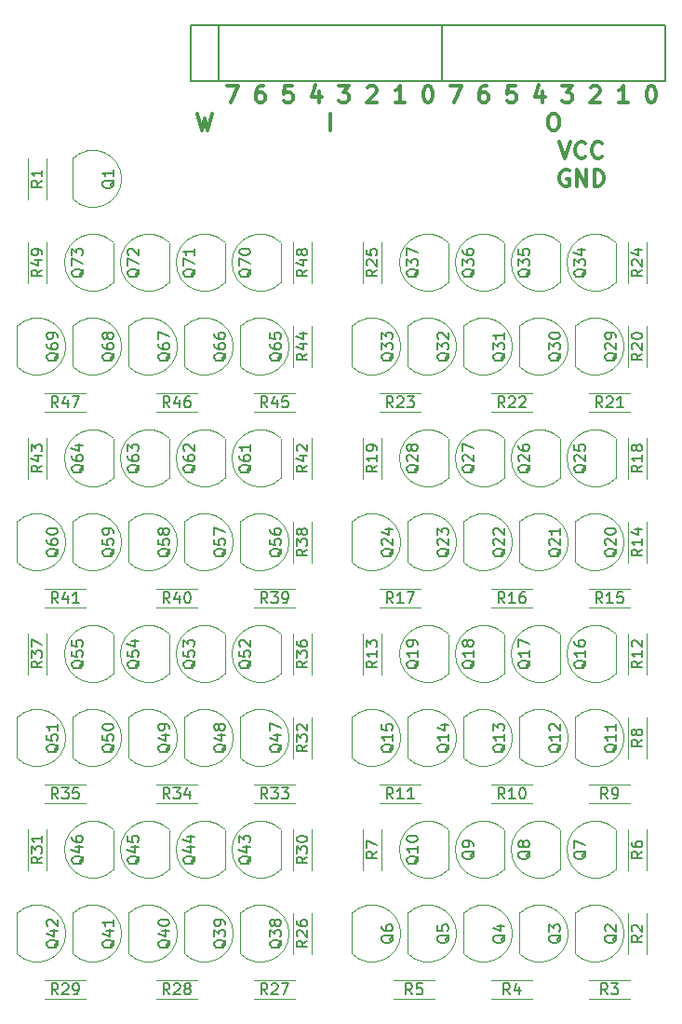
<source format=gto>
G04 #@! TF.FileFunction,Legend,Top*
%FSLAX46Y46*%
G04 Gerber Fmt 4.6, Leading zero omitted, Abs format (unit mm)*
G04 Created by KiCad (PCBNEW 4.0.7) date Tue May  1 23:41:33 2018*
%MOMM*%
%LPD*%
G01*
G04 APERTURE LIST*
%ADD10C,0.100000*%
%ADD11C,0.300000*%
%ADD12C,0.150000*%
%ADD13C,0.120000*%
G04 APERTURE END LIST*
D10*
D11*
X200787143Y-80530000D02*
X200644286Y-80458571D01*
X200430000Y-80458571D01*
X200215715Y-80530000D01*
X200072857Y-80672857D01*
X200001429Y-80815714D01*
X199930000Y-81101429D01*
X199930000Y-81315714D01*
X200001429Y-81601429D01*
X200072857Y-81744286D01*
X200215715Y-81887143D01*
X200430000Y-81958571D01*
X200572857Y-81958571D01*
X200787143Y-81887143D01*
X200858572Y-81815714D01*
X200858572Y-81315714D01*
X200572857Y-81315714D01*
X201501429Y-81958571D02*
X201501429Y-80458571D01*
X202358572Y-81958571D01*
X202358572Y-80458571D01*
X203072858Y-81958571D02*
X203072858Y-80458571D01*
X203430001Y-80458571D01*
X203644286Y-80530000D01*
X203787144Y-80672857D01*
X203858572Y-80815714D01*
X203930001Y-81101429D01*
X203930001Y-81315714D01*
X203858572Y-81601429D01*
X203787144Y-81744286D01*
X203644286Y-81887143D01*
X203430001Y-81958571D01*
X203072858Y-81958571D01*
X199930000Y-77918571D02*
X200430000Y-79418571D01*
X200930000Y-77918571D01*
X202287143Y-79275714D02*
X202215714Y-79347143D01*
X202001428Y-79418571D01*
X201858571Y-79418571D01*
X201644286Y-79347143D01*
X201501428Y-79204286D01*
X201430000Y-79061429D01*
X201358571Y-78775714D01*
X201358571Y-78561429D01*
X201430000Y-78275714D01*
X201501428Y-78132857D01*
X201644286Y-77990000D01*
X201858571Y-77918571D01*
X202001428Y-77918571D01*
X202215714Y-77990000D01*
X202287143Y-78061429D01*
X203787143Y-79275714D02*
X203715714Y-79347143D01*
X203501428Y-79418571D01*
X203358571Y-79418571D01*
X203144286Y-79347143D01*
X203001428Y-79204286D01*
X202930000Y-79061429D01*
X202858571Y-78775714D01*
X202858571Y-78561429D01*
X202930000Y-78275714D01*
X203001428Y-78132857D01*
X203144286Y-77990000D01*
X203358571Y-77918571D01*
X203501428Y-77918571D01*
X203715714Y-77990000D01*
X203787143Y-78061429D01*
X208208572Y-72838571D02*
X208351429Y-72838571D01*
X208494286Y-72910000D01*
X208565715Y-72981429D01*
X208637144Y-73124286D01*
X208708572Y-73410000D01*
X208708572Y-73767143D01*
X208637144Y-74052857D01*
X208565715Y-74195714D01*
X208494286Y-74267143D01*
X208351429Y-74338571D01*
X208208572Y-74338571D01*
X208065715Y-74267143D01*
X207994286Y-74195714D01*
X207922858Y-74052857D01*
X207851429Y-73767143D01*
X207851429Y-73410000D01*
X207922858Y-73124286D01*
X207994286Y-72981429D01*
X208065715Y-72910000D01*
X208208572Y-72838571D01*
X206168572Y-74338571D02*
X205311429Y-74338571D01*
X205740001Y-74338571D02*
X205740001Y-72838571D01*
X205597144Y-73052857D01*
X205454286Y-73195714D01*
X205311429Y-73267143D01*
X202771429Y-72981429D02*
X202842858Y-72910000D01*
X202985715Y-72838571D01*
X203342858Y-72838571D01*
X203485715Y-72910000D01*
X203557144Y-72981429D01*
X203628572Y-73124286D01*
X203628572Y-73267143D01*
X203557144Y-73481429D01*
X202700001Y-74338571D01*
X203628572Y-74338571D01*
X200160001Y-72838571D02*
X201088572Y-72838571D01*
X200588572Y-73410000D01*
X200802858Y-73410000D01*
X200945715Y-73481429D01*
X201017144Y-73552857D01*
X201088572Y-73695714D01*
X201088572Y-74052857D01*
X201017144Y-74195714D01*
X200945715Y-74267143D01*
X200802858Y-74338571D01*
X200374286Y-74338571D01*
X200231429Y-74267143D01*
X200160001Y-74195714D01*
X198405715Y-73338571D02*
X198405715Y-74338571D01*
X198048572Y-72767143D02*
X197691429Y-73838571D01*
X198620001Y-73838571D01*
X195937144Y-72838571D02*
X195222858Y-72838571D01*
X195151429Y-73552857D01*
X195222858Y-73481429D01*
X195365715Y-73410000D01*
X195722858Y-73410000D01*
X195865715Y-73481429D01*
X195937144Y-73552857D01*
X196008572Y-73695714D01*
X196008572Y-74052857D01*
X195937144Y-74195714D01*
X195865715Y-74267143D01*
X195722858Y-74338571D01*
X195365715Y-74338571D01*
X195222858Y-74267143D01*
X195151429Y-74195714D01*
X193325715Y-72838571D02*
X193040001Y-72838571D01*
X192897144Y-72910000D01*
X192825715Y-72981429D01*
X192682858Y-73195714D01*
X192611429Y-73481429D01*
X192611429Y-74052857D01*
X192682858Y-74195714D01*
X192754286Y-74267143D01*
X192897144Y-74338571D01*
X193182858Y-74338571D01*
X193325715Y-74267143D01*
X193397144Y-74195714D01*
X193468572Y-74052857D01*
X193468572Y-73695714D01*
X193397144Y-73552857D01*
X193325715Y-73481429D01*
X193182858Y-73410000D01*
X192897144Y-73410000D01*
X192754286Y-73481429D01*
X192682858Y-73552857D01*
X192611429Y-73695714D01*
X190000001Y-72838571D02*
X191000001Y-72838571D01*
X190357144Y-74338571D01*
X199247143Y-75378571D02*
X199532857Y-75378571D01*
X199675715Y-75450000D01*
X199818572Y-75592857D01*
X199890000Y-75878571D01*
X199890000Y-76378571D01*
X199818572Y-76664286D01*
X199675715Y-76807143D01*
X199532857Y-76878571D01*
X199247143Y-76878571D01*
X199104286Y-76807143D01*
X198961429Y-76664286D01*
X198890000Y-76378571D01*
X198890000Y-75878571D01*
X198961429Y-75592857D01*
X199104286Y-75450000D01*
X199247143Y-75378571D01*
X179070000Y-76878571D02*
X179070000Y-75378571D01*
X169680001Y-72838571D02*
X170680001Y-72838571D01*
X170037144Y-74338571D01*
X173005715Y-72838571D02*
X172720001Y-72838571D01*
X172577144Y-72910000D01*
X172505715Y-72981429D01*
X172362858Y-73195714D01*
X172291429Y-73481429D01*
X172291429Y-74052857D01*
X172362858Y-74195714D01*
X172434286Y-74267143D01*
X172577144Y-74338571D01*
X172862858Y-74338571D01*
X173005715Y-74267143D01*
X173077144Y-74195714D01*
X173148572Y-74052857D01*
X173148572Y-73695714D01*
X173077144Y-73552857D01*
X173005715Y-73481429D01*
X172862858Y-73410000D01*
X172577144Y-73410000D01*
X172434286Y-73481429D01*
X172362858Y-73552857D01*
X172291429Y-73695714D01*
X175617144Y-72838571D02*
X174902858Y-72838571D01*
X174831429Y-73552857D01*
X174902858Y-73481429D01*
X175045715Y-73410000D01*
X175402858Y-73410000D01*
X175545715Y-73481429D01*
X175617144Y-73552857D01*
X175688572Y-73695714D01*
X175688572Y-74052857D01*
X175617144Y-74195714D01*
X175545715Y-74267143D01*
X175402858Y-74338571D01*
X175045715Y-74338571D01*
X174902858Y-74267143D01*
X174831429Y-74195714D01*
X178085715Y-73338571D02*
X178085715Y-74338571D01*
X177728572Y-72767143D02*
X177371429Y-73838571D01*
X178300001Y-73838571D01*
X179840001Y-72838571D02*
X180768572Y-72838571D01*
X180268572Y-73410000D01*
X180482858Y-73410000D01*
X180625715Y-73481429D01*
X180697144Y-73552857D01*
X180768572Y-73695714D01*
X180768572Y-74052857D01*
X180697144Y-74195714D01*
X180625715Y-74267143D01*
X180482858Y-74338571D01*
X180054286Y-74338571D01*
X179911429Y-74267143D01*
X179840001Y-74195714D01*
X182451429Y-72981429D02*
X182522858Y-72910000D01*
X182665715Y-72838571D01*
X183022858Y-72838571D01*
X183165715Y-72910000D01*
X183237144Y-72981429D01*
X183308572Y-73124286D01*
X183308572Y-73267143D01*
X183237144Y-73481429D01*
X182380001Y-74338571D01*
X183308572Y-74338571D01*
X185848572Y-74338571D02*
X184991429Y-74338571D01*
X185420001Y-74338571D02*
X185420001Y-72838571D01*
X185277144Y-73052857D01*
X185134286Y-73195714D01*
X184991429Y-73267143D01*
X187888572Y-72838571D02*
X188031429Y-72838571D01*
X188174286Y-72910000D01*
X188245715Y-72981429D01*
X188317144Y-73124286D01*
X188388572Y-73410000D01*
X188388572Y-73767143D01*
X188317144Y-74052857D01*
X188245715Y-74195714D01*
X188174286Y-74267143D01*
X188031429Y-74338571D01*
X187888572Y-74338571D01*
X187745715Y-74267143D01*
X187674286Y-74195714D01*
X187602858Y-74052857D01*
X187531429Y-73767143D01*
X187531429Y-73410000D01*
X187602858Y-73124286D01*
X187674286Y-72981429D01*
X187745715Y-72910000D01*
X187888572Y-72838571D01*
X166997143Y-75378571D02*
X167354286Y-76878571D01*
X167640000Y-75807143D01*
X167925714Y-76878571D01*
X168282857Y-75378571D01*
D12*
X168910000Y-72390000D02*
X166370000Y-72390000D01*
X166370000Y-72390000D02*
X166370000Y-67310000D01*
X166370000Y-67310000D02*
X168910000Y-67310000D01*
X168910000Y-67310000D02*
X168910000Y-72390000D01*
D13*
X205050000Y-108480000D02*
X205050000Y-104880000D01*
X205038478Y-108518478D02*
G75*
G02X200600000Y-106680000I-1838478J1838478D01*
G01*
X205038478Y-104841522D02*
G75*
G03X200600000Y-106680000I-1838478J-1838478D01*
G01*
X205050000Y-90700000D02*
X205050000Y-87100000D01*
X205038478Y-90738478D02*
G75*
G02X200600000Y-88900000I-1838478J1838478D01*
G01*
X205038478Y-87061522D02*
G75*
G03X200600000Y-88900000I-1838478J-1838478D01*
G01*
X151540000Y-83140000D02*
X151540000Y-79420000D01*
X153260000Y-83140000D02*
X153260000Y-79420000D01*
X207870000Y-148000000D02*
X207870000Y-151720000D01*
X206150000Y-148000000D02*
X206150000Y-151720000D01*
X206330000Y-155800000D02*
X202610000Y-155800000D01*
X206330000Y-154080000D02*
X202610000Y-154080000D01*
X193720000Y-154080000D02*
X197440000Y-154080000D01*
X193720000Y-155800000D02*
X197440000Y-155800000D01*
X188550000Y-155800000D02*
X184830000Y-155800000D01*
X188550000Y-154080000D02*
X184830000Y-154080000D01*
X206150000Y-144100000D02*
X206150000Y-140380000D01*
X207870000Y-144100000D02*
X207870000Y-140380000D01*
X182020000Y-144100000D02*
X182020000Y-140380000D01*
X183740000Y-144100000D02*
X183740000Y-140380000D01*
X207870000Y-130220000D02*
X207870000Y-133940000D01*
X206150000Y-130220000D02*
X206150000Y-133940000D01*
X206330000Y-138020000D02*
X202610000Y-138020000D01*
X206330000Y-136300000D02*
X202610000Y-136300000D01*
X193720000Y-136300000D02*
X197440000Y-136300000D01*
X193720000Y-138020000D02*
X197440000Y-138020000D01*
X187280000Y-138020000D02*
X183560000Y-138020000D01*
X187280000Y-136300000D02*
X183560000Y-136300000D01*
X206150000Y-126320000D02*
X206150000Y-122600000D01*
X207870000Y-126320000D02*
X207870000Y-122600000D01*
X182020000Y-126320000D02*
X182020000Y-122600000D01*
X183740000Y-126320000D02*
X183740000Y-122600000D01*
X207870000Y-112440000D02*
X207870000Y-116160000D01*
X206150000Y-112440000D02*
X206150000Y-116160000D01*
X206330000Y-120240000D02*
X202610000Y-120240000D01*
X206330000Y-118520000D02*
X202610000Y-118520000D01*
X193720000Y-118520000D02*
X197440000Y-118520000D01*
X193720000Y-120240000D02*
X197440000Y-120240000D01*
X187280000Y-120240000D02*
X183560000Y-120240000D01*
X187280000Y-118520000D02*
X183560000Y-118520000D01*
X206150000Y-108540000D02*
X206150000Y-104820000D01*
X207870000Y-108540000D02*
X207870000Y-104820000D01*
X182020000Y-108540000D02*
X182020000Y-104820000D01*
X183740000Y-108540000D02*
X183740000Y-104820000D01*
X207870000Y-94660000D02*
X207870000Y-98380000D01*
X206150000Y-94660000D02*
X206150000Y-98380000D01*
X206330000Y-102460000D02*
X202610000Y-102460000D01*
X206330000Y-100740000D02*
X202610000Y-100740000D01*
X193720000Y-100740000D02*
X197440000Y-100740000D01*
X193720000Y-102460000D02*
X197440000Y-102460000D01*
X187280000Y-102460000D02*
X183560000Y-102460000D01*
X187280000Y-100740000D02*
X183560000Y-100740000D01*
X206150000Y-90760000D02*
X206150000Y-87040000D01*
X207870000Y-90760000D02*
X207870000Y-87040000D01*
X182020000Y-90760000D02*
X182020000Y-87040000D01*
X183740000Y-90760000D02*
X183740000Y-87040000D01*
X177390000Y-148000000D02*
X177390000Y-151720000D01*
X175670000Y-148000000D02*
X175670000Y-151720000D01*
X175850000Y-155800000D02*
X172130000Y-155800000D01*
X175850000Y-154080000D02*
X172130000Y-154080000D01*
X163240000Y-154080000D02*
X166960000Y-154080000D01*
X163240000Y-155800000D02*
X166960000Y-155800000D01*
X156800000Y-155800000D02*
X153080000Y-155800000D01*
X156800000Y-154080000D02*
X153080000Y-154080000D01*
X175670000Y-144100000D02*
X175670000Y-140380000D01*
X177390000Y-144100000D02*
X177390000Y-140380000D01*
X151540000Y-144100000D02*
X151540000Y-140380000D01*
X153260000Y-144100000D02*
X153260000Y-140380000D01*
X177390000Y-130220000D02*
X177390000Y-133940000D01*
X175670000Y-130220000D02*
X175670000Y-133940000D01*
X175850000Y-138020000D02*
X172130000Y-138020000D01*
X175850000Y-136300000D02*
X172130000Y-136300000D01*
X163240000Y-136300000D02*
X166960000Y-136300000D01*
X163240000Y-138020000D02*
X166960000Y-138020000D01*
X156800000Y-138020000D02*
X153080000Y-138020000D01*
X156800000Y-136300000D02*
X153080000Y-136300000D01*
X175670000Y-126320000D02*
X175670000Y-122600000D01*
X177390000Y-126320000D02*
X177390000Y-122600000D01*
X151540000Y-126320000D02*
X151540000Y-122600000D01*
X153260000Y-126320000D02*
X153260000Y-122600000D01*
X177390000Y-112440000D02*
X177390000Y-116160000D01*
X175670000Y-112440000D02*
X175670000Y-116160000D01*
X175850000Y-120240000D02*
X172130000Y-120240000D01*
X175850000Y-118520000D02*
X172130000Y-118520000D01*
X163240000Y-118520000D02*
X166960000Y-118520000D01*
X163240000Y-120240000D02*
X166960000Y-120240000D01*
X156800000Y-120240000D02*
X153080000Y-120240000D01*
X156800000Y-118520000D02*
X153080000Y-118520000D01*
X175670000Y-108540000D02*
X175670000Y-104820000D01*
X177390000Y-108540000D02*
X177390000Y-104820000D01*
X151540000Y-108540000D02*
X151540000Y-104820000D01*
X153260000Y-108540000D02*
X153260000Y-104820000D01*
X177390000Y-94660000D02*
X177390000Y-98380000D01*
X175670000Y-94660000D02*
X175670000Y-98380000D01*
X175850000Y-102460000D02*
X172130000Y-102460000D01*
X175850000Y-100740000D02*
X172130000Y-100740000D01*
X163240000Y-100740000D02*
X166960000Y-100740000D01*
X163240000Y-102460000D02*
X166960000Y-102460000D01*
X156800000Y-102460000D02*
X153080000Y-102460000D01*
X156800000Y-100740000D02*
X153080000Y-100740000D01*
X175670000Y-90760000D02*
X175670000Y-87040000D01*
X177390000Y-90760000D02*
X177390000Y-87040000D01*
X151540000Y-90760000D02*
X151540000Y-87040000D01*
X153260000Y-90760000D02*
X153260000Y-87040000D01*
X199970000Y-90700000D02*
X199970000Y-87100000D01*
X199958478Y-90738478D02*
G75*
G02X195520000Y-88900000I-1838478J1838478D01*
G01*
X199958478Y-87061522D02*
G75*
G03X195520000Y-88900000I-1838478J-1838478D01*
G01*
X159330000Y-90700000D02*
X159330000Y-87100000D01*
X159318478Y-90738478D02*
G75*
G02X154880000Y-88900000I-1838478J1838478D01*
G01*
X159318478Y-87061522D02*
G75*
G03X154880000Y-88900000I-1838478J-1838478D01*
G01*
X164410000Y-90700000D02*
X164410000Y-87100000D01*
X164398478Y-90738478D02*
G75*
G02X159960000Y-88900000I-1838478J1838478D01*
G01*
X164398478Y-87061522D02*
G75*
G03X159960000Y-88900000I-1838478J-1838478D01*
G01*
X169490000Y-90700000D02*
X169490000Y-87100000D01*
X169478478Y-90738478D02*
G75*
G02X165040000Y-88900000I-1838478J1838478D01*
G01*
X169478478Y-87061522D02*
G75*
G03X165040000Y-88900000I-1838478J-1838478D01*
G01*
X174570000Y-90700000D02*
X174570000Y-87100000D01*
X174558478Y-90738478D02*
G75*
G02X170120000Y-88900000I-1838478J1838478D01*
G01*
X174558478Y-87061522D02*
G75*
G03X170120000Y-88900000I-1838478J-1838478D01*
G01*
X150550000Y-94720000D02*
X150550000Y-98320000D01*
X150561522Y-94681522D02*
G75*
G02X155000000Y-96520000I1838478J-1838478D01*
G01*
X150561522Y-98358478D02*
G75*
G03X155000000Y-96520000I1838478J1838478D01*
G01*
X155630000Y-94720000D02*
X155630000Y-98320000D01*
X155641522Y-94681522D02*
G75*
G02X160080000Y-96520000I1838478J-1838478D01*
G01*
X155641522Y-98358478D02*
G75*
G03X160080000Y-96520000I1838478J1838478D01*
G01*
X160710000Y-94720000D02*
X160710000Y-98320000D01*
X160721522Y-94681522D02*
G75*
G02X165160000Y-96520000I1838478J-1838478D01*
G01*
X160721522Y-98358478D02*
G75*
G03X165160000Y-96520000I1838478J1838478D01*
G01*
X165790000Y-94720000D02*
X165790000Y-98320000D01*
X165801522Y-94681522D02*
G75*
G02X170240000Y-96520000I1838478J-1838478D01*
G01*
X165801522Y-98358478D02*
G75*
G03X170240000Y-96520000I1838478J1838478D01*
G01*
X170870000Y-94720000D02*
X170870000Y-98320000D01*
X170881522Y-94681522D02*
G75*
G02X175320000Y-96520000I1838478J-1838478D01*
G01*
X170881522Y-98358478D02*
G75*
G03X175320000Y-96520000I1838478J1838478D01*
G01*
X159330000Y-108480000D02*
X159330000Y-104880000D01*
X159318478Y-108518478D02*
G75*
G02X154880000Y-106680000I-1838478J1838478D01*
G01*
X159318478Y-104841522D02*
G75*
G03X154880000Y-106680000I-1838478J-1838478D01*
G01*
X164410000Y-108480000D02*
X164410000Y-104880000D01*
X164398478Y-108518478D02*
G75*
G02X159960000Y-106680000I-1838478J1838478D01*
G01*
X164398478Y-104841522D02*
G75*
G03X159960000Y-106680000I-1838478J-1838478D01*
G01*
X169490000Y-108480000D02*
X169490000Y-104880000D01*
X169478478Y-108518478D02*
G75*
G02X165040000Y-106680000I-1838478J1838478D01*
G01*
X169478478Y-104841522D02*
G75*
G03X165040000Y-106680000I-1838478J-1838478D01*
G01*
X174570000Y-108480000D02*
X174570000Y-104880000D01*
X174558478Y-108518478D02*
G75*
G02X170120000Y-106680000I-1838478J1838478D01*
G01*
X174558478Y-104841522D02*
G75*
G03X170120000Y-106680000I-1838478J-1838478D01*
G01*
X150550000Y-112500000D02*
X150550000Y-116100000D01*
X150561522Y-112461522D02*
G75*
G02X155000000Y-114300000I1838478J-1838478D01*
G01*
X150561522Y-116138478D02*
G75*
G03X155000000Y-114300000I1838478J1838478D01*
G01*
X155630000Y-112500000D02*
X155630000Y-116100000D01*
X155641522Y-112461522D02*
G75*
G02X160080000Y-114300000I1838478J-1838478D01*
G01*
X155641522Y-116138478D02*
G75*
G03X160080000Y-114300000I1838478J1838478D01*
G01*
X160710000Y-112500000D02*
X160710000Y-116100000D01*
X160721522Y-112461522D02*
G75*
G02X165160000Y-114300000I1838478J-1838478D01*
G01*
X160721522Y-116138478D02*
G75*
G03X165160000Y-114300000I1838478J1838478D01*
G01*
X165790000Y-112500000D02*
X165790000Y-116100000D01*
X165801522Y-112461522D02*
G75*
G02X170240000Y-114300000I1838478J-1838478D01*
G01*
X165801522Y-116138478D02*
G75*
G03X170240000Y-114300000I1838478J1838478D01*
G01*
X170870000Y-112500000D02*
X170870000Y-116100000D01*
X170881522Y-112461522D02*
G75*
G02X175320000Y-114300000I1838478J-1838478D01*
G01*
X170881522Y-116138478D02*
G75*
G03X175320000Y-114300000I1838478J1838478D01*
G01*
X159330000Y-126260000D02*
X159330000Y-122660000D01*
X159318478Y-126298478D02*
G75*
G02X154880000Y-124460000I-1838478J1838478D01*
G01*
X159318478Y-122621522D02*
G75*
G03X154880000Y-124460000I-1838478J-1838478D01*
G01*
X164410000Y-126260000D02*
X164410000Y-122660000D01*
X164398478Y-126298478D02*
G75*
G02X159960000Y-124460000I-1838478J1838478D01*
G01*
X164398478Y-122621522D02*
G75*
G03X159960000Y-124460000I-1838478J-1838478D01*
G01*
X169490000Y-126260000D02*
X169490000Y-122660000D01*
X169478478Y-126298478D02*
G75*
G02X165040000Y-124460000I-1838478J1838478D01*
G01*
X169478478Y-122621522D02*
G75*
G03X165040000Y-124460000I-1838478J-1838478D01*
G01*
X174570000Y-126260000D02*
X174570000Y-122660000D01*
X174558478Y-126298478D02*
G75*
G02X170120000Y-124460000I-1838478J1838478D01*
G01*
X174558478Y-122621522D02*
G75*
G03X170120000Y-124460000I-1838478J-1838478D01*
G01*
X150550000Y-130280000D02*
X150550000Y-133880000D01*
X150561522Y-130241522D02*
G75*
G02X155000000Y-132080000I1838478J-1838478D01*
G01*
X150561522Y-133918478D02*
G75*
G03X155000000Y-132080000I1838478J1838478D01*
G01*
X155630000Y-130280000D02*
X155630000Y-133880000D01*
X155641522Y-130241522D02*
G75*
G02X160080000Y-132080000I1838478J-1838478D01*
G01*
X155641522Y-133918478D02*
G75*
G03X160080000Y-132080000I1838478J1838478D01*
G01*
X160710000Y-130280000D02*
X160710000Y-133880000D01*
X160721522Y-130241522D02*
G75*
G02X165160000Y-132080000I1838478J-1838478D01*
G01*
X160721522Y-133918478D02*
G75*
G03X165160000Y-132080000I1838478J1838478D01*
G01*
X165790000Y-130280000D02*
X165790000Y-133880000D01*
X165801522Y-130241522D02*
G75*
G02X170240000Y-132080000I1838478J-1838478D01*
G01*
X165801522Y-133918478D02*
G75*
G03X170240000Y-132080000I1838478J1838478D01*
G01*
X170870000Y-130280000D02*
X170870000Y-133880000D01*
X170881522Y-130241522D02*
G75*
G02X175320000Y-132080000I1838478J-1838478D01*
G01*
X170881522Y-133918478D02*
G75*
G03X175320000Y-132080000I1838478J1838478D01*
G01*
X159330000Y-144040000D02*
X159330000Y-140440000D01*
X159318478Y-144078478D02*
G75*
G02X154880000Y-142240000I-1838478J1838478D01*
G01*
X159318478Y-140401522D02*
G75*
G03X154880000Y-142240000I-1838478J-1838478D01*
G01*
X164410000Y-144040000D02*
X164410000Y-140440000D01*
X164398478Y-144078478D02*
G75*
G02X159960000Y-142240000I-1838478J1838478D01*
G01*
X164398478Y-140401522D02*
G75*
G03X159960000Y-142240000I-1838478J-1838478D01*
G01*
X169490000Y-144040000D02*
X169490000Y-140440000D01*
X169478478Y-144078478D02*
G75*
G02X165040000Y-142240000I-1838478J1838478D01*
G01*
X169478478Y-140401522D02*
G75*
G03X165040000Y-142240000I-1838478J-1838478D01*
G01*
X174570000Y-144040000D02*
X174570000Y-140440000D01*
X174558478Y-144078478D02*
G75*
G02X170120000Y-142240000I-1838478J1838478D01*
G01*
X174558478Y-140401522D02*
G75*
G03X170120000Y-142240000I-1838478J-1838478D01*
G01*
X150550000Y-148060000D02*
X150550000Y-151660000D01*
X150561522Y-148021522D02*
G75*
G02X155000000Y-149860000I1838478J-1838478D01*
G01*
X150561522Y-151698478D02*
G75*
G03X155000000Y-149860000I1838478J1838478D01*
G01*
X155630000Y-148060000D02*
X155630000Y-151660000D01*
X155641522Y-148021522D02*
G75*
G02X160080000Y-149860000I1838478J-1838478D01*
G01*
X155641522Y-151698478D02*
G75*
G03X160080000Y-149860000I1838478J1838478D01*
G01*
X160710000Y-148060000D02*
X160710000Y-151660000D01*
X160721522Y-148021522D02*
G75*
G02X165160000Y-149860000I1838478J-1838478D01*
G01*
X160721522Y-151698478D02*
G75*
G03X165160000Y-149860000I1838478J1838478D01*
G01*
X165790000Y-148060000D02*
X165790000Y-151660000D01*
X165801522Y-148021522D02*
G75*
G02X170240000Y-149860000I1838478J-1838478D01*
G01*
X165801522Y-151698478D02*
G75*
G03X170240000Y-149860000I1838478J1838478D01*
G01*
X170870000Y-148060000D02*
X170870000Y-151660000D01*
X170881522Y-148021522D02*
G75*
G02X175320000Y-149860000I1838478J-1838478D01*
G01*
X170881522Y-151698478D02*
G75*
G03X175320000Y-149860000I1838478J1838478D01*
G01*
X189810000Y-90700000D02*
X189810000Y-87100000D01*
X189798478Y-90738478D02*
G75*
G02X185360000Y-88900000I-1838478J1838478D01*
G01*
X189798478Y-87061522D02*
G75*
G03X185360000Y-88900000I-1838478J-1838478D01*
G01*
X194890000Y-90700000D02*
X194890000Y-87100000D01*
X194878478Y-90738478D02*
G75*
G02X190440000Y-88900000I-1838478J1838478D01*
G01*
X194878478Y-87061522D02*
G75*
G03X190440000Y-88900000I-1838478J-1838478D01*
G01*
X181030000Y-94720000D02*
X181030000Y-98320000D01*
X181041522Y-94681522D02*
G75*
G02X185480000Y-96520000I1838478J-1838478D01*
G01*
X181041522Y-98358478D02*
G75*
G03X185480000Y-96520000I1838478J1838478D01*
G01*
X186110000Y-94720000D02*
X186110000Y-98320000D01*
X186121522Y-94681522D02*
G75*
G02X190560000Y-96520000I1838478J-1838478D01*
G01*
X186121522Y-98358478D02*
G75*
G03X190560000Y-96520000I1838478J1838478D01*
G01*
X191190000Y-94720000D02*
X191190000Y-98320000D01*
X191201522Y-94681522D02*
G75*
G02X195640000Y-96520000I1838478J-1838478D01*
G01*
X191201522Y-98358478D02*
G75*
G03X195640000Y-96520000I1838478J1838478D01*
G01*
X196270000Y-94720000D02*
X196270000Y-98320000D01*
X196281522Y-94681522D02*
G75*
G02X200720000Y-96520000I1838478J-1838478D01*
G01*
X196281522Y-98358478D02*
G75*
G03X200720000Y-96520000I1838478J1838478D01*
G01*
X201350000Y-94720000D02*
X201350000Y-98320000D01*
X201361522Y-94681522D02*
G75*
G02X205800000Y-96520000I1838478J-1838478D01*
G01*
X201361522Y-98358478D02*
G75*
G03X205800000Y-96520000I1838478J1838478D01*
G01*
X189810000Y-108480000D02*
X189810000Y-104880000D01*
X189798478Y-108518478D02*
G75*
G02X185360000Y-106680000I-1838478J1838478D01*
G01*
X189798478Y-104841522D02*
G75*
G03X185360000Y-106680000I-1838478J-1838478D01*
G01*
X194890000Y-108480000D02*
X194890000Y-104880000D01*
X194878478Y-108518478D02*
G75*
G02X190440000Y-106680000I-1838478J1838478D01*
G01*
X194878478Y-104841522D02*
G75*
G03X190440000Y-106680000I-1838478J-1838478D01*
G01*
X199970000Y-108480000D02*
X199970000Y-104880000D01*
X199958478Y-108518478D02*
G75*
G02X195520000Y-106680000I-1838478J1838478D01*
G01*
X199958478Y-104841522D02*
G75*
G03X195520000Y-106680000I-1838478J-1838478D01*
G01*
X181030000Y-112500000D02*
X181030000Y-116100000D01*
X181041522Y-112461522D02*
G75*
G02X185480000Y-114300000I1838478J-1838478D01*
G01*
X181041522Y-116138478D02*
G75*
G03X185480000Y-114300000I1838478J1838478D01*
G01*
X186110000Y-112500000D02*
X186110000Y-116100000D01*
X186121522Y-112461522D02*
G75*
G02X190560000Y-114300000I1838478J-1838478D01*
G01*
X186121522Y-116138478D02*
G75*
G03X190560000Y-114300000I1838478J1838478D01*
G01*
X191190000Y-112500000D02*
X191190000Y-116100000D01*
X191201522Y-112461522D02*
G75*
G02X195640000Y-114300000I1838478J-1838478D01*
G01*
X191201522Y-116138478D02*
G75*
G03X195640000Y-114300000I1838478J1838478D01*
G01*
X196270000Y-112500000D02*
X196270000Y-116100000D01*
X196281522Y-112461522D02*
G75*
G02X200720000Y-114300000I1838478J-1838478D01*
G01*
X196281522Y-116138478D02*
G75*
G03X200720000Y-114300000I1838478J1838478D01*
G01*
X201350000Y-112500000D02*
X201350000Y-116100000D01*
X201361522Y-112461522D02*
G75*
G02X205800000Y-114300000I1838478J-1838478D01*
G01*
X201361522Y-116138478D02*
G75*
G03X205800000Y-114300000I1838478J1838478D01*
G01*
X189810000Y-126260000D02*
X189810000Y-122660000D01*
X189798478Y-126298478D02*
G75*
G02X185360000Y-124460000I-1838478J1838478D01*
G01*
X189798478Y-122621522D02*
G75*
G03X185360000Y-124460000I-1838478J-1838478D01*
G01*
X194890000Y-126260000D02*
X194890000Y-122660000D01*
X194878478Y-126298478D02*
G75*
G02X190440000Y-124460000I-1838478J1838478D01*
G01*
X194878478Y-122621522D02*
G75*
G03X190440000Y-124460000I-1838478J-1838478D01*
G01*
X199970000Y-126260000D02*
X199970000Y-122660000D01*
X199958478Y-126298478D02*
G75*
G02X195520000Y-124460000I-1838478J1838478D01*
G01*
X199958478Y-122621522D02*
G75*
G03X195520000Y-124460000I-1838478J-1838478D01*
G01*
X205050000Y-126260000D02*
X205050000Y-122660000D01*
X205038478Y-126298478D02*
G75*
G02X200600000Y-124460000I-1838478J1838478D01*
G01*
X205038478Y-122621522D02*
G75*
G03X200600000Y-124460000I-1838478J-1838478D01*
G01*
X181030000Y-130280000D02*
X181030000Y-133880000D01*
X181041522Y-130241522D02*
G75*
G02X185480000Y-132080000I1838478J-1838478D01*
G01*
X181041522Y-133918478D02*
G75*
G03X185480000Y-132080000I1838478J1838478D01*
G01*
X186110000Y-130280000D02*
X186110000Y-133880000D01*
X186121522Y-130241522D02*
G75*
G02X190560000Y-132080000I1838478J-1838478D01*
G01*
X186121522Y-133918478D02*
G75*
G03X190560000Y-132080000I1838478J1838478D01*
G01*
X191190000Y-130280000D02*
X191190000Y-133880000D01*
X191201522Y-130241522D02*
G75*
G02X195640000Y-132080000I1838478J-1838478D01*
G01*
X191201522Y-133918478D02*
G75*
G03X195640000Y-132080000I1838478J1838478D01*
G01*
X196270000Y-130280000D02*
X196270000Y-133880000D01*
X196281522Y-130241522D02*
G75*
G02X200720000Y-132080000I1838478J-1838478D01*
G01*
X196281522Y-133918478D02*
G75*
G03X200720000Y-132080000I1838478J1838478D01*
G01*
X201350000Y-130280000D02*
X201350000Y-133880000D01*
X201361522Y-130241522D02*
G75*
G02X205800000Y-132080000I1838478J-1838478D01*
G01*
X201361522Y-133918478D02*
G75*
G03X205800000Y-132080000I1838478J1838478D01*
G01*
X189810000Y-144040000D02*
X189810000Y-140440000D01*
X189798478Y-144078478D02*
G75*
G02X185360000Y-142240000I-1838478J1838478D01*
G01*
X189798478Y-140401522D02*
G75*
G03X185360000Y-142240000I-1838478J-1838478D01*
G01*
X194890000Y-144040000D02*
X194890000Y-140440000D01*
X194878478Y-144078478D02*
G75*
G02X190440000Y-142240000I-1838478J1838478D01*
G01*
X194878478Y-140401522D02*
G75*
G03X190440000Y-142240000I-1838478J-1838478D01*
G01*
X199970000Y-144040000D02*
X199970000Y-140440000D01*
X199958478Y-144078478D02*
G75*
G02X195520000Y-142240000I-1838478J1838478D01*
G01*
X199958478Y-140401522D02*
G75*
G03X195520000Y-142240000I-1838478J-1838478D01*
G01*
X205050000Y-144040000D02*
X205050000Y-140440000D01*
X205038478Y-144078478D02*
G75*
G02X200600000Y-142240000I-1838478J1838478D01*
G01*
X205038478Y-140401522D02*
G75*
G03X200600000Y-142240000I-1838478J-1838478D01*
G01*
X181030000Y-148060000D02*
X181030000Y-151660000D01*
X181041522Y-148021522D02*
G75*
G02X185480000Y-149860000I1838478J-1838478D01*
G01*
X181041522Y-151698478D02*
G75*
G03X185480000Y-149860000I1838478J1838478D01*
G01*
X186110000Y-148060000D02*
X186110000Y-151660000D01*
X186121522Y-148021522D02*
G75*
G02X190560000Y-149860000I1838478J-1838478D01*
G01*
X186121522Y-151698478D02*
G75*
G03X190560000Y-149860000I1838478J1838478D01*
G01*
X191190000Y-148060000D02*
X191190000Y-151660000D01*
X191201522Y-148021522D02*
G75*
G02X195640000Y-149860000I1838478J-1838478D01*
G01*
X191201522Y-151698478D02*
G75*
G03X195640000Y-149860000I1838478J1838478D01*
G01*
X196270000Y-148060000D02*
X196270000Y-151660000D01*
X196281522Y-148021522D02*
G75*
G02X200720000Y-149860000I1838478J-1838478D01*
G01*
X196281522Y-151698478D02*
G75*
G03X200720000Y-149860000I1838478J1838478D01*
G01*
X201350000Y-148060000D02*
X201350000Y-151660000D01*
X201361522Y-148021522D02*
G75*
G02X205800000Y-149860000I1838478J-1838478D01*
G01*
X201361522Y-151698478D02*
G75*
G03X205800000Y-149860000I1838478J1838478D01*
G01*
X155630000Y-79480000D02*
X155630000Y-83080000D01*
X155641522Y-79441522D02*
G75*
G02X160080000Y-81280000I1838478J-1838478D01*
G01*
X155641522Y-83118478D02*
G75*
G03X160080000Y-81280000I1838478J1838478D01*
G01*
D12*
X189230000Y-72390000D02*
X168910000Y-72390000D01*
X168910000Y-72390000D02*
X168910000Y-67310000D01*
X168910000Y-67310000D02*
X189230000Y-67310000D01*
X189230000Y-67310000D02*
X189230000Y-72390000D01*
X209550000Y-72390000D02*
X189230000Y-72390000D01*
X189230000Y-72390000D02*
X189230000Y-67310000D01*
X189230000Y-67310000D02*
X209550000Y-67310000D01*
X209550000Y-67310000D02*
X209550000Y-72390000D01*
X202346619Y-107251428D02*
X202299000Y-107346666D01*
X202203762Y-107441904D01*
X202060905Y-107584761D01*
X202013286Y-107680000D01*
X202013286Y-107775238D01*
X202251381Y-107727619D02*
X202203762Y-107822857D01*
X202108524Y-107918095D01*
X201918048Y-107965714D01*
X201584714Y-107965714D01*
X201394238Y-107918095D01*
X201299000Y-107822857D01*
X201251381Y-107727619D01*
X201251381Y-107537142D01*
X201299000Y-107441904D01*
X201394238Y-107346666D01*
X201584714Y-107299047D01*
X201918048Y-107299047D01*
X202108524Y-107346666D01*
X202203762Y-107441904D01*
X202251381Y-107537142D01*
X202251381Y-107727619D01*
X201346619Y-106918095D02*
X201299000Y-106870476D01*
X201251381Y-106775238D01*
X201251381Y-106537142D01*
X201299000Y-106441904D01*
X201346619Y-106394285D01*
X201441857Y-106346666D01*
X201537095Y-106346666D01*
X201679952Y-106394285D01*
X202251381Y-106965714D01*
X202251381Y-106346666D01*
X201251381Y-105441904D02*
X201251381Y-105918095D01*
X201727571Y-105965714D01*
X201679952Y-105918095D01*
X201632333Y-105822857D01*
X201632333Y-105584761D01*
X201679952Y-105489523D01*
X201727571Y-105441904D01*
X201822810Y-105394285D01*
X202060905Y-105394285D01*
X202156143Y-105441904D01*
X202203762Y-105489523D01*
X202251381Y-105584761D01*
X202251381Y-105822857D01*
X202203762Y-105918095D01*
X202156143Y-105965714D01*
X202346619Y-89471428D02*
X202299000Y-89566666D01*
X202203762Y-89661904D01*
X202060905Y-89804761D01*
X202013286Y-89900000D01*
X202013286Y-89995238D01*
X202251381Y-89947619D02*
X202203762Y-90042857D01*
X202108524Y-90138095D01*
X201918048Y-90185714D01*
X201584714Y-90185714D01*
X201394238Y-90138095D01*
X201299000Y-90042857D01*
X201251381Y-89947619D01*
X201251381Y-89757142D01*
X201299000Y-89661904D01*
X201394238Y-89566666D01*
X201584714Y-89519047D01*
X201918048Y-89519047D01*
X202108524Y-89566666D01*
X202203762Y-89661904D01*
X202251381Y-89757142D01*
X202251381Y-89947619D01*
X201251381Y-89185714D02*
X201251381Y-88566666D01*
X201632333Y-88900000D01*
X201632333Y-88757142D01*
X201679952Y-88661904D01*
X201727571Y-88614285D01*
X201822810Y-88566666D01*
X202060905Y-88566666D01*
X202156143Y-88614285D01*
X202203762Y-88661904D01*
X202251381Y-88757142D01*
X202251381Y-89042857D01*
X202203762Y-89138095D01*
X202156143Y-89185714D01*
X201584714Y-87709523D02*
X202251381Y-87709523D01*
X201203762Y-87947619D02*
X201918048Y-88185714D01*
X201918048Y-87566666D01*
X152852381Y-81446666D02*
X152376190Y-81780000D01*
X152852381Y-82018095D02*
X151852381Y-82018095D01*
X151852381Y-81637142D01*
X151900000Y-81541904D01*
X151947619Y-81494285D01*
X152042857Y-81446666D01*
X152185714Y-81446666D01*
X152280952Y-81494285D01*
X152328571Y-81541904D01*
X152376190Y-81637142D01*
X152376190Y-82018095D01*
X152852381Y-80494285D02*
X152852381Y-81065714D01*
X152852381Y-80780000D02*
X151852381Y-80780000D01*
X151995238Y-80875238D01*
X152090476Y-80970476D01*
X152138095Y-81065714D01*
X207462381Y-150026666D02*
X206986190Y-150360000D01*
X207462381Y-150598095D02*
X206462381Y-150598095D01*
X206462381Y-150217142D01*
X206510000Y-150121904D01*
X206557619Y-150074285D01*
X206652857Y-150026666D01*
X206795714Y-150026666D01*
X206890952Y-150074285D01*
X206938571Y-150121904D01*
X206986190Y-150217142D01*
X206986190Y-150598095D01*
X206557619Y-149645714D02*
X206510000Y-149598095D01*
X206462381Y-149502857D01*
X206462381Y-149264761D01*
X206510000Y-149169523D01*
X206557619Y-149121904D01*
X206652857Y-149074285D01*
X206748095Y-149074285D01*
X206890952Y-149121904D01*
X207462381Y-149693333D01*
X207462381Y-149074285D01*
X204303334Y-155392381D02*
X203970000Y-154916190D01*
X203731905Y-155392381D02*
X203731905Y-154392381D01*
X204112858Y-154392381D01*
X204208096Y-154440000D01*
X204255715Y-154487619D01*
X204303334Y-154582857D01*
X204303334Y-154725714D01*
X204255715Y-154820952D01*
X204208096Y-154868571D01*
X204112858Y-154916190D01*
X203731905Y-154916190D01*
X204636667Y-154392381D02*
X205255715Y-154392381D01*
X204922381Y-154773333D01*
X205065239Y-154773333D01*
X205160477Y-154820952D01*
X205208096Y-154868571D01*
X205255715Y-154963810D01*
X205255715Y-155201905D01*
X205208096Y-155297143D01*
X205160477Y-155344762D01*
X205065239Y-155392381D01*
X204779524Y-155392381D01*
X204684286Y-155344762D01*
X204636667Y-155297143D01*
X195413334Y-155392381D02*
X195080000Y-154916190D01*
X194841905Y-155392381D02*
X194841905Y-154392381D01*
X195222858Y-154392381D01*
X195318096Y-154440000D01*
X195365715Y-154487619D01*
X195413334Y-154582857D01*
X195413334Y-154725714D01*
X195365715Y-154820952D01*
X195318096Y-154868571D01*
X195222858Y-154916190D01*
X194841905Y-154916190D01*
X196270477Y-154725714D02*
X196270477Y-155392381D01*
X196032381Y-154344762D02*
X195794286Y-155059048D01*
X196413334Y-155059048D01*
X186523334Y-155392381D02*
X186190000Y-154916190D01*
X185951905Y-155392381D02*
X185951905Y-154392381D01*
X186332858Y-154392381D01*
X186428096Y-154440000D01*
X186475715Y-154487619D01*
X186523334Y-154582857D01*
X186523334Y-154725714D01*
X186475715Y-154820952D01*
X186428096Y-154868571D01*
X186332858Y-154916190D01*
X185951905Y-154916190D01*
X187428096Y-154392381D02*
X186951905Y-154392381D01*
X186904286Y-154868571D01*
X186951905Y-154820952D01*
X187047143Y-154773333D01*
X187285239Y-154773333D01*
X187380477Y-154820952D01*
X187428096Y-154868571D01*
X187475715Y-154963810D01*
X187475715Y-155201905D01*
X187428096Y-155297143D01*
X187380477Y-155344762D01*
X187285239Y-155392381D01*
X187047143Y-155392381D01*
X186951905Y-155344762D01*
X186904286Y-155297143D01*
X207462381Y-142406666D02*
X206986190Y-142740000D01*
X207462381Y-142978095D02*
X206462381Y-142978095D01*
X206462381Y-142597142D01*
X206510000Y-142501904D01*
X206557619Y-142454285D01*
X206652857Y-142406666D01*
X206795714Y-142406666D01*
X206890952Y-142454285D01*
X206938571Y-142501904D01*
X206986190Y-142597142D01*
X206986190Y-142978095D01*
X206462381Y-141549523D02*
X206462381Y-141740000D01*
X206510000Y-141835238D01*
X206557619Y-141882857D01*
X206700476Y-141978095D01*
X206890952Y-142025714D01*
X207271905Y-142025714D01*
X207367143Y-141978095D01*
X207414762Y-141930476D01*
X207462381Y-141835238D01*
X207462381Y-141644761D01*
X207414762Y-141549523D01*
X207367143Y-141501904D01*
X207271905Y-141454285D01*
X207033810Y-141454285D01*
X206938571Y-141501904D01*
X206890952Y-141549523D01*
X206843333Y-141644761D01*
X206843333Y-141835238D01*
X206890952Y-141930476D01*
X206938571Y-141978095D01*
X207033810Y-142025714D01*
X183332381Y-142406666D02*
X182856190Y-142740000D01*
X183332381Y-142978095D02*
X182332381Y-142978095D01*
X182332381Y-142597142D01*
X182380000Y-142501904D01*
X182427619Y-142454285D01*
X182522857Y-142406666D01*
X182665714Y-142406666D01*
X182760952Y-142454285D01*
X182808571Y-142501904D01*
X182856190Y-142597142D01*
X182856190Y-142978095D01*
X182332381Y-142073333D02*
X182332381Y-141406666D01*
X183332381Y-141835238D01*
X207462381Y-132246666D02*
X206986190Y-132580000D01*
X207462381Y-132818095D02*
X206462381Y-132818095D01*
X206462381Y-132437142D01*
X206510000Y-132341904D01*
X206557619Y-132294285D01*
X206652857Y-132246666D01*
X206795714Y-132246666D01*
X206890952Y-132294285D01*
X206938571Y-132341904D01*
X206986190Y-132437142D01*
X206986190Y-132818095D01*
X206890952Y-131675238D02*
X206843333Y-131770476D01*
X206795714Y-131818095D01*
X206700476Y-131865714D01*
X206652857Y-131865714D01*
X206557619Y-131818095D01*
X206510000Y-131770476D01*
X206462381Y-131675238D01*
X206462381Y-131484761D01*
X206510000Y-131389523D01*
X206557619Y-131341904D01*
X206652857Y-131294285D01*
X206700476Y-131294285D01*
X206795714Y-131341904D01*
X206843333Y-131389523D01*
X206890952Y-131484761D01*
X206890952Y-131675238D01*
X206938571Y-131770476D01*
X206986190Y-131818095D01*
X207081429Y-131865714D01*
X207271905Y-131865714D01*
X207367143Y-131818095D01*
X207414762Y-131770476D01*
X207462381Y-131675238D01*
X207462381Y-131484761D01*
X207414762Y-131389523D01*
X207367143Y-131341904D01*
X207271905Y-131294285D01*
X207081429Y-131294285D01*
X206986190Y-131341904D01*
X206938571Y-131389523D01*
X206890952Y-131484761D01*
X204303334Y-137612381D02*
X203970000Y-137136190D01*
X203731905Y-137612381D02*
X203731905Y-136612381D01*
X204112858Y-136612381D01*
X204208096Y-136660000D01*
X204255715Y-136707619D01*
X204303334Y-136802857D01*
X204303334Y-136945714D01*
X204255715Y-137040952D01*
X204208096Y-137088571D01*
X204112858Y-137136190D01*
X203731905Y-137136190D01*
X204779524Y-137612381D02*
X204970000Y-137612381D01*
X205065239Y-137564762D01*
X205112858Y-137517143D01*
X205208096Y-137374286D01*
X205255715Y-137183810D01*
X205255715Y-136802857D01*
X205208096Y-136707619D01*
X205160477Y-136660000D01*
X205065239Y-136612381D01*
X204874762Y-136612381D01*
X204779524Y-136660000D01*
X204731905Y-136707619D01*
X204684286Y-136802857D01*
X204684286Y-137040952D01*
X204731905Y-137136190D01*
X204779524Y-137183810D01*
X204874762Y-137231429D01*
X205065239Y-137231429D01*
X205160477Y-137183810D01*
X205208096Y-137136190D01*
X205255715Y-137040952D01*
X194937143Y-137612381D02*
X194603809Y-137136190D01*
X194365714Y-137612381D02*
X194365714Y-136612381D01*
X194746667Y-136612381D01*
X194841905Y-136660000D01*
X194889524Y-136707619D01*
X194937143Y-136802857D01*
X194937143Y-136945714D01*
X194889524Y-137040952D01*
X194841905Y-137088571D01*
X194746667Y-137136190D01*
X194365714Y-137136190D01*
X195889524Y-137612381D02*
X195318095Y-137612381D01*
X195603809Y-137612381D02*
X195603809Y-136612381D01*
X195508571Y-136755238D01*
X195413333Y-136850476D01*
X195318095Y-136898095D01*
X196508571Y-136612381D02*
X196603810Y-136612381D01*
X196699048Y-136660000D01*
X196746667Y-136707619D01*
X196794286Y-136802857D01*
X196841905Y-136993333D01*
X196841905Y-137231429D01*
X196794286Y-137421905D01*
X196746667Y-137517143D01*
X196699048Y-137564762D01*
X196603810Y-137612381D01*
X196508571Y-137612381D01*
X196413333Y-137564762D01*
X196365714Y-137517143D01*
X196318095Y-137421905D01*
X196270476Y-137231429D01*
X196270476Y-136993333D01*
X196318095Y-136802857D01*
X196365714Y-136707619D01*
X196413333Y-136660000D01*
X196508571Y-136612381D01*
X184777143Y-137612381D02*
X184443809Y-137136190D01*
X184205714Y-137612381D02*
X184205714Y-136612381D01*
X184586667Y-136612381D01*
X184681905Y-136660000D01*
X184729524Y-136707619D01*
X184777143Y-136802857D01*
X184777143Y-136945714D01*
X184729524Y-137040952D01*
X184681905Y-137088571D01*
X184586667Y-137136190D01*
X184205714Y-137136190D01*
X185729524Y-137612381D02*
X185158095Y-137612381D01*
X185443809Y-137612381D02*
X185443809Y-136612381D01*
X185348571Y-136755238D01*
X185253333Y-136850476D01*
X185158095Y-136898095D01*
X186681905Y-137612381D02*
X186110476Y-137612381D01*
X186396190Y-137612381D02*
X186396190Y-136612381D01*
X186300952Y-136755238D01*
X186205714Y-136850476D01*
X186110476Y-136898095D01*
X207462381Y-125102857D02*
X206986190Y-125436191D01*
X207462381Y-125674286D02*
X206462381Y-125674286D01*
X206462381Y-125293333D01*
X206510000Y-125198095D01*
X206557619Y-125150476D01*
X206652857Y-125102857D01*
X206795714Y-125102857D01*
X206890952Y-125150476D01*
X206938571Y-125198095D01*
X206986190Y-125293333D01*
X206986190Y-125674286D01*
X207462381Y-124150476D02*
X207462381Y-124721905D01*
X207462381Y-124436191D02*
X206462381Y-124436191D01*
X206605238Y-124531429D01*
X206700476Y-124626667D01*
X206748095Y-124721905D01*
X206557619Y-123769524D02*
X206510000Y-123721905D01*
X206462381Y-123626667D01*
X206462381Y-123388571D01*
X206510000Y-123293333D01*
X206557619Y-123245714D01*
X206652857Y-123198095D01*
X206748095Y-123198095D01*
X206890952Y-123245714D01*
X207462381Y-123817143D01*
X207462381Y-123198095D01*
X183332381Y-125102857D02*
X182856190Y-125436191D01*
X183332381Y-125674286D02*
X182332381Y-125674286D01*
X182332381Y-125293333D01*
X182380000Y-125198095D01*
X182427619Y-125150476D01*
X182522857Y-125102857D01*
X182665714Y-125102857D01*
X182760952Y-125150476D01*
X182808571Y-125198095D01*
X182856190Y-125293333D01*
X182856190Y-125674286D01*
X183332381Y-124150476D02*
X183332381Y-124721905D01*
X183332381Y-124436191D02*
X182332381Y-124436191D01*
X182475238Y-124531429D01*
X182570476Y-124626667D01*
X182618095Y-124721905D01*
X182332381Y-123817143D02*
X182332381Y-123198095D01*
X182713333Y-123531429D01*
X182713333Y-123388571D01*
X182760952Y-123293333D01*
X182808571Y-123245714D01*
X182903810Y-123198095D01*
X183141905Y-123198095D01*
X183237143Y-123245714D01*
X183284762Y-123293333D01*
X183332381Y-123388571D01*
X183332381Y-123674286D01*
X183284762Y-123769524D01*
X183237143Y-123817143D01*
X207462381Y-114942857D02*
X206986190Y-115276191D01*
X207462381Y-115514286D02*
X206462381Y-115514286D01*
X206462381Y-115133333D01*
X206510000Y-115038095D01*
X206557619Y-114990476D01*
X206652857Y-114942857D01*
X206795714Y-114942857D01*
X206890952Y-114990476D01*
X206938571Y-115038095D01*
X206986190Y-115133333D01*
X206986190Y-115514286D01*
X207462381Y-113990476D02*
X207462381Y-114561905D01*
X207462381Y-114276191D02*
X206462381Y-114276191D01*
X206605238Y-114371429D01*
X206700476Y-114466667D01*
X206748095Y-114561905D01*
X206795714Y-113133333D02*
X207462381Y-113133333D01*
X206414762Y-113371429D02*
X207129048Y-113609524D01*
X207129048Y-112990476D01*
X203827143Y-119832381D02*
X203493809Y-119356190D01*
X203255714Y-119832381D02*
X203255714Y-118832381D01*
X203636667Y-118832381D01*
X203731905Y-118880000D01*
X203779524Y-118927619D01*
X203827143Y-119022857D01*
X203827143Y-119165714D01*
X203779524Y-119260952D01*
X203731905Y-119308571D01*
X203636667Y-119356190D01*
X203255714Y-119356190D01*
X204779524Y-119832381D02*
X204208095Y-119832381D01*
X204493809Y-119832381D02*
X204493809Y-118832381D01*
X204398571Y-118975238D01*
X204303333Y-119070476D01*
X204208095Y-119118095D01*
X205684286Y-118832381D02*
X205208095Y-118832381D01*
X205160476Y-119308571D01*
X205208095Y-119260952D01*
X205303333Y-119213333D01*
X205541429Y-119213333D01*
X205636667Y-119260952D01*
X205684286Y-119308571D01*
X205731905Y-119403810D01*
X205731905Y-119641905D01*
X205684286Y-119737143D01*
X205636667Y-119784762D01*
X205541429Y-119832381D01*
X205303333Y-119832381D01*
X205208095Y-119784762D01*
X205160476Y-119737143D01*
X194937143Y-119832381D02*
X194603809Y-119356190D01*
X194365714Y-119832381D02*
X194365714Y-118832381D01*
X194746667Y-118832381D01*
X194841905Y-118880000D01*
X194889524Y-118927619D01*
X194937143Y-119022857D01*
X194937143Y-119165714D01*
X194889524Y-119260952D01*
X194841905Y-119308571D01*
X194746667Y-119356190D01*
X194365714Y-119356190D01*
X195889524Y-119832381D02*
X195318095Y-119832381D01*
X195603809Y-119832381D02*
X195603809Y-118832381D01*
X195508571Y-118975238D01*
X195413333Y-119070476D01*
X195318095Y-119118095D01*
X196746667Y-118832381D02*
X196556190Y-118832381D01*
X196460952Y-118880000D01*
X196413333Y-118927619D01*
X196318095Y-119070476D01*
X196270476Y-119260952D01*
X196270476Y-119641905D01*
X196318095Y-119737143D01*
X196365714Y-119784762D01*
X196460952Y-119832381D01*
X196651429Y-119832381D01*
X196746667Y-119784762D01*
X196794286Y-119737143D01*
X196841905Y-119641905D01*
X196841905Y-119403810D01*
X196794286Y-119308571D01*
X196746667Y-119260952D01*
X196651429Y-119213333D01*
X196460952Y-119213333D01*
X196365714Y-119260952D01*
X196318095Y-119308571D01*
X196270476Y-119403810D01*
X184777143Y-119832381D02*
X184443809Y-119356190D01*
X184205714Y-119832381D02*
X184205714Y-118832381D01*
X184586667Y-118832381D01*
X184681905Y-118880000D01*
X184729524Y-118927619D01*
X184777143Y-119022857D01*
X184777143Y-119165714D01*
X184729524Y-119260952D01*
X184681905Y-119308571D01*
X184586667Y-119356190D01*
X184205714Y-119356190D01*
X185729524Y-119832381D02*
X185158095Y-119832381D01*
X185443809Y-119832381D02*
X185443809Y-118832381D01*
X185348571Y-118975238D01*
X185253333Y-119070476D01*
X185158095Y-119118095D01*
X186062857Y-118832381D02*
X186729524Y-118832381D01*
X186300952Y-119832381D01*
X207462381Y-107322857D02*
X206986190Y-107656191D01*
X207462381Y-107894286D02*
X206462381Y-107894286D01*
X206462381Y-107513333D01*
X206510000Y-107418095D01*
X206557619Y-107370476D01*
X206652857Y-107322857D01*
X206795714Y-107322857D01*
X206890952Y-107370476D01*
X206938571Y-107418095D01*
X206986190Y-107513333D01*
X206986190Y-107894286D01*
X207462381Y-106370476D02*
X207462381Y-106941905D01*
X207462381Y-106656191D02*
X206462381Y-106656191D01*
X206605238Y-106751429D01*
X206700476Y-106846667D01*
X206748095Y-106941905D01*
X206890952Y-105799048D02*
X206843333Y-105894286D01*
X206795714Y-105941905D01*
X206700476Y-105989524D01*
X206652857Y-105989524D01*
X206557619Y-105941905D01*
X206510000Y-105894286D01*
X206462381Y-105799048D01*
X206462381Y-105608571D01*
X206510000Y-105513333D01*
X206557619Y-105465714D01*
X206652857Y-105418095D01*
X206700476Y-105418095D01*
X206795714Y-105465714D01*
X206843333Y-105513333D01*
X206890952Y-105608571D01*
X206890952Y-105799048D01*
X206938571Y-105894286D01*
X206986190Y-105941905D01*
X207081429Y-105989524D01*
X207271905Y-105989524D01*
X207367143Y-105941905D01*
X207414762Y-105894286D01*
X207462381Y-105799048D01*
X207462381Y-105608571D01*
X207414762Y-105513333D01*
X207367143Y-105465714D01*
X207271905Y-105418095D01*
X207081429Y-105418095D01*
X206986190Y-105465714D01*
X206938571Y-105513333D01*
X206890952Y-105608571D01*
X183332381Y-107322857D02*
X182856190Y-107656191D01*
X183332381Y-107894286D02*
X182332381Y-107894286D01*
X182332381Y-107513333D01*
X182380000Y-107418095D01*
X182427619Y-107370476D01*
X182522857Y-107322857D01*
X182665714Y-107322857D01*
X182760952Y-107370476D01*
X182808571Y-107418095D01*
X182856190Y-107513333D01*
X182856190Y-107894286D01*
X183332381Y-106370476D02*
X183332381Y-106941905D01*
X183332381Y-106656191D02*
X182332381Y-106656191D01*
X182475238Y-106751429D01*
X182570476Y-106846667D01*
X182618095Y-106941905D01*
X183332381Y-105894286D02*
X183332381Y-105703810D01*
X183284762Y-105608571D01*
X183237143Y-105560952D01*
X183094286Y-105465714D01*
X182903810Y-105418095D01*
X182522857Y-105418095D01*
X182427619Y-105465714D01*
X182380000Y-105513333D01*
X182332381Y-105608571D01*
X182332381Y-105799048D01*
X182380000Y-105894286D01*
X182427619Y-105941905D01*
X182522857Y-105989524D01*
X182760952Y-105989524D01*
X182856190Y-105941905D01*
X182903810Y-105894286D01*
X182951429Y-105799048D01*
X182951429Y-105608571D01*
X182903810Y-105513333D01*
X182856190Y-105465714D01*
X182760952Y-105418095D01*
X207462381Y-97162857D02*
X206986190Y-97496191D01*
X207462381Y-97734286D02*
X206462381Y-97734286D01*
X206462381Y-97353333D01*
X206510000Y-97258095D01*
X206557619Y-97210476D01*
X206652857Y-97162857D01*
X206795714Y-97162857D01*
X206890952Y-97210476D01*
X206938571Y-97258095D01*
X206986190Y-97353333D01*
X206986190Y-97734286D01*
X206557619Y-96781905D02*
X206510000Y-96734286D01*
X206462381Y-96639048D01*
X206462381Y-96400952D01*
X206510000Y-96305714D01*
X206557619Y-96258095D01*
X206652857Y-96210476D01*
X206748095Y-96210476D01*
X206890952Y-96258095D01*
X207462381Y-96829524D01*
X207462381Y-96210476D01*
X206462381Y-95591429D02*
X206462381Y-95496190D01*
X206510000Y-95400952D01*
X206557619Y-95353333D01*
X206652857Y-95305714D01*
X206843333Y-95258095D01*
X207081429Y-95258095D01*
X207271905Y-95305714D01*
X207367143Y-95353333D01*
X207414762Y-95400952D01*
X207462381Y-95496190D01*
X207462381Y-95591429D01*
X207414762Y-95686667D01*
X207367143Y-95734286D01*
X207271905Y-95781905D01*
X207081429Y-95829524D01*
X206843333Y-95829524D01*
X206652857Y-95781905D01*
X206557619Y-95734286D01*
X206510000Y-95686667D01*
X206462381Y-95591429D01*
X203827143Y-102052381D02*
X203493809Y-101576190D01*
X203255714Y-102052381D02*
X203255714Y-101052381D01*
X203636667Y-101052381D01*
X203731905Y-101100000D01*
X203779524Y-101147619D01*
X203827143Y-101242857D01*
X203827143Y-101385714D01*
X203779524Y-101480952D01*
X203731905Y-101528571D01*
X203636667Y-101576190D01*
X203255714Y-101576190D01*
X204208095Y-101147619D02*
X204255714Y-101100000D01*
X204350952Y-101052381D01*
X204589048Y-101052381D01*
X204684286Y-101100000D01*
X204731905Y-101147619D01*
X204779524Y-101242857D01*
X204779524Y-101338095D01*
X204731905Y-101480952D01*
X204160476Y-102052381D01*
X204779524Y-102052381D01*
X205731905Y-102052381D02*
X205160476Y-102052381D01*
X205446190Y-102052381D02*
X205446190Y-101052381D01*
X205350952Y-101195238D01*
X205255714Y-101290476D01*
X205160476Y-101338095D01*
X194937143Y-102052381D02*
X194603809Y-101576190D01*
X194365714Y-102052381D02*
X194365714Y-101052381D01*
X194746667Y-101052381D01*
X194841905Y-101100000D01*
X194889524Y-101147619D01*
X194937143Y-101242857D01*
X194937143Y-101385714D01*
X194889524Y-101480952D01*
X194841905Y-101528571D01*
X194746667Y-101576190D01*
X194365714Y-101576190D01*
X195318095Y-101147619D02*
X195365714Y-101100000D01*
X195460952Y-101052381D01*
X195699048Y-101052381D01*
X195794286Y-101100000D01*
X195841905Y-101147619D01*
X195889524Y-101242857D01*
X195889524Y-101338095D01*
X195841905Y-101480952D01*
X195270476Y-102052381D01*
X195889524Y-102052381D01*
X196270476Y-101147619D02*
X196318095Y-101100000D01*
X196413333Y-101052381D01*
X196651429Y-101052381D01*
X196746667Y-101100000D01*
X196794286Y-101147619D01*
X196841905Y-101242857D01*
X196841905Y-101338095D01*
X196794286Y-101480952D01*
X196222857Y-102052381D01*
X196841905Y-102052381D01*
X184777143Y-102052381D02*
X184443809Y-101576190D01*
X184205714Y-102052381D02*
X184205714Y-101052381D01*
X184586667Y-101052381D01*
X184681905Y-101100000D01*
X184729524Y-101147619D01*
X184777143Y-101242857D01*
X184777143Y-101385714D01*
X184729524Y-101480952D01*
X184681905Y-101528571D01*
X184586667Y-101576190D01*
X184205714Y-101576190D01*
X185158095Y-101147619D02*
X185205714Y-101100000D01*
X185300952Y-101052381D01*
X185539048Y-101052381D01*
X185634286Y-101100000D01*
X185681905Y-101147619D01*
X185729524Y-101242857D01*
X185729524Y-101338095D01*
X185681905Y-101480952D01*
X185110476Y-102052381D01*
X185729524Y-102052381D01*
X186062857Y-101052381D02*
X186681905Y-101052381D01*
X186348571Y-101433333D01*
X186491429Y-101433333D01*
X186586667Y-101480952D01*
X186634286Y-101528571D01*
X186681905Y-101623810D01*
X186681905Y-101861905D01*
X186634286Y-101957143D01*
X186586667Y-102004762D01*
X186491429Y-102052381D01*
X186205714Y-102052381D01*
X186110476Y-102004762D01*
X186062857Y-101957143D01*
X207462381Y-89542857D02*
X206986190Y-89876191D01*
X207462381Y-90114286D02*
X206462381Y-90114286D01*
X206462381Y-89733333D01*
X206510000Y-89638095D01*
X206557619Y-89590476D01*
X206652857Y-89542857D01*
X206795714Y-89542857D01*
X206890952Y-89590476D01*
X206938571Y-89638095D01*
X206986190Y-89733333D01*
X206986190Y-90114286D01*
X206557619Y-89161905D02*
X206510000Y-89114286D01*
X206462381Y-89019048D01*
X206462381Y-88780952D01*
X206510000Y-88685714D01*
X206557619Y-88638095D01*
X206652857Y-88590476D01*
X206748095Y-88590476D01*
X206890952Y-88638095D01*
X207462381Y-89209524D01*
X207462381Y-88590476D01*
X206795714Y-87733333D02*
X207462381Y-87733333D01*
X206414762Y-87971429D02*
X207129048Y-88209524D01*
X207129048Y-87590476D01*
X183332381Y-89542857D02*
X182856190Y-89876191D01*
X183332381Y-90114286D02*
X182332381Y-90114286D01*
X182332381Y-89733333D01*
X182380000Y-89638095D01*
X182427619Y-89590476D01*
X182522857Y-89542857D01*
X182665714Y-89542857D01*
X182760952Y-89590476D01*
X182808571Y-89638095D01*
X182856190Y-89733333D01*
X182856190Y-90114286D01*
X182427619Y-89161905D02*
X182380000Y-89114286D01*
X182332381Y-89019048D01*
X182332381Y-88780952D01*
X182380000Y-88685714D01*
X182427619Y-88638095D01*
X182522857Y-88590476D01*
X182618095Y-88590476D01*
X182760952Y-88638095D01*
X183332381Y-89209524D01*
X183332381Y-88590476D01*
X182332381Y-87685714D02*
X182332381Y-88161905D01*
X182808571Y-88209524D01*
X182760952Y-88161905D01*
X182713333Y-88066667D01*
X182713333Y-87828571D01*
X182760952Y-87733333D01*
X182808571Y-87685714D01*
X182903810Y-87638095D01*
X183141905Y-87638095D01*
X183237143Y-87685714D01*
X183284762Y-87733333D01*
X183332381Y-87828571D01*
X183332381Y-88066667D01*
X183284762Y-88161905D01*
X183237143Y-88209524D01*
X176982381Y-150502857D02*
X176506190Y-150836191D01*
X176982381Y-151074286D02*
X175982381Y-151074286D01*
X175982381Y-150693333D01*
X176030000Y-150598095D01*
X176077619Y-150550476D01*
X176172857Y-150502857D01*
X176315714Y-150502857D01*
X176410952Y-150550476D01*
X176458571Y-150598095D01*
X176506190Y-150693333D01*
X176506190Y-151074286D01*
X176077619Y-150121905D02*
X176030000Y-150074286D01*
X175982381Y-149979048D01*
X175982381Y-149740952D01*
X176030000Y-149645714D01*
X176077619Y-149598095D01*
X176172857Y-149550476D01*
X176268095Y-149550476D01*
X176410952Y-149598095D01*
X176982381Y-150169524D01*
X176982381Y-149550476D01*
X175982381Y-148693333D02*
X175982381Y-148883810D01*
X176030000Y-148979048D01*
X176077619Y-149026667D01*
X176220476Y-149121905D01*
X176410952Y-149169524D01*
X176791905Y-149169524D01*
X176887143Y-149121905D01*
X176934762Y-149074286D01*
X176982381Y-148979048D01*
X176982381Y-148788571D01*
X176934762Y-148693333D01*
X176887143Y-148645714D01*
X176791905Y-148598095D01*
X176553810Y-148598095D01*
X176458571Y-148645714D01*
X176410952Y-148693333D01*
X176363333Y-148788571D01*
X176363333Y-148979048D01*
X176410952Y-149074286D01*
X176458571Y-149121905D01*
X176553810Y-149169524D01*
X173347143Y-155392381D02*
X173013809Y-154916190D01*
X172775714Y-155392381D02*
X172775714Y-154392381D01*
X173156667Y-154392381D01*
X173251905Y-154440000D01*
X173299524Y-154487619D01*
X173347143Y-154582857D01*
X173347143Y-154725714D01*
X173299524Y-154820952D01*
X173251905Y-154868571D01*
X173156667Y-154916190D01*
X172775714Y-154916190D01*
X173728095Y-154487619D02*
X173775714Y-154440000D01*
X173870952Y-154392381D01*
X174109048Y-154392381D01*
X174204286Y-154440000D01*
X174251905Y-154487619D01*
X174299524Y-154582857D01*
X174299524Y-154678095D01*
X174251905Y-154820952D01*
X173680476Y-155392381D01*
X174299524Y-155392381D01*
X174632857Y-154392381D02*
X175299524Y-154392381D01*
X174870952Y-155392381D01*
X164457143Y-155392381D02*
X164123809Y-154916190D01*
X163885714Y-155392381D02*
X163885714Y-154392381D01*
X164266667Y-154392381D01*
X164361905Y-154440000D01*
X164409524Y-154487619D01*
X164457143Y-154582857D01*
X164457143Y-154725714D01*
X164409524Y-154820952D01*
X164361905Y-154868571D01*
X164266667Y-154916190D01*
X163885714Y-154916190D01*
X164838095Y-154487619D02*
X164885714Y-154440000D01*
X164980952Y-154392381D01*
X165219048Y-154392381D01*
X165314286Y-154440000D01*
X165361905Y-154487619D01*
X165409524Y-154582857D01*
X165409524Y-154678095D01*
X165361905Y-154820952D01*
X164790476Y-155392381D01*
X165409524Y-155392381D01*
X165980952Y-154820952D02*
X165885714Y-154773333D01*
X165838095Y-154725714D01*
X165790476Y-154630476D01*
X165790476Y-154582857D01*
X165838095Y-154487619D01*
X165885714Y-154440000D01*
X165980952Y-154392381D01*
X166171429Y-154392381D01*
X166266667Y-154440000D01*
X166314286Y-154487619D01*
X166361905Y-154582857D01*
X166361905Y-154630476D01*
X166314286Y-154725714D01*
X166266667Y-154773333D01*
X166171429Y-154820952D01*
X165980952Y-154820952D01*
X165885714Y-154868571D01*
X165838095Y-154916190D01*
X165790476Y-155011429D01*
X165790476Y-155201905D01*
X165838095Y-155297143D01*
X165885714Y-155344762D01*
X165980952Y-155392381D01*
X166171429Y-155392381D01*
X166266667Y-155344762D01*
X166314286Y-155297143D01*
X166361905Y-155201905D01*
X166361905Y-155011429D01*
X166314286Y-154916190D01*
X166266667Y-154868571D01*
X166171429Y-154820952D01*
X154297143Y-155392381D02*
X153963809Y-154916190D01*
X153725714Y-155392381D02*
X153725714Y-154392381D01*
X154106667Y-154392381D01*
X154201905Y-154440000D01*
X154249524Y-154487619D01*
X154297143Y-154582857D01*
X154297143Y-154725714D01*
X154249524Y-154820952D01*
X154201905Y-154868571D01*
X154106667Y-154916190D01*
X153725714Y-154916190D01*
X154678095Y-154487619D02*
X154725714Y-154440000D01*
X154820952Y-154392381D01*
X155059048Y-154392381D01*
X155154286Y-154440000D01*
X155201905Y-154487619D01*
X155249524Y-154582857D01*
X155249524Y-154678095D01*
X155201905Y-154820952D01*
X154630476Y-155392381D01*
X155249524Y-155392381D01*
X155725714Y-155392381D02*
X155916190Y-155392381D01*
X156011429Y-155344762D01*
X156059048Y-155297143D01*
X156154286Y-155154286D01*
X156201905Y-154963810D01*
X156201905Y-154582857D01*
X156154286Y-154487619D01*
X156106667Y-154440000D01*
X156011429Y-154392381D01*
X155820952Y-154392381D01*
X155725714Y-154440000D01*
X155678095Y-154487619D01*
X155630476Y-154582857D01*
X155630476Y-154820952D01*
X155678095Y-154916190D01*
X155725714Y-154963810D01*
X155820952Y-155011429D01*
X156011429Y-155011429D01*
X156106667Y-154963810D01*
X156154286Y-154916190D01*
X156201905Y-154820952D01*
X176982381Y-142882857D02*
X176506190Y-143216191D01*
X176982381Y-143454286D02*
X175982381Y-143454286D01*
X175982381Y-143073333D01*
X176030000Y-142978095D01*
X176077619Y-142930476D01*
X176172857Y-142882857D01*
X176315714Y-142882857D01*
X176410952Y-142930476D01*
X176458571Y-142978095D01*
X176506190Y-143073333D01*
X176506190Y-143454286D01*
X175982381Y-142549524D02*
X175982381Y-141930476D01*
X176363333Y-142263810D01*
X176363333Y-142120952D01*
X176410952Y-142025714D01*
X176458571Y-141978095D01*
X176553810Y-141930476D01*
X176791905Y-141930476D01*
X176887143Y-141978095D01*
X176934762Y-142025714D01*
X176982381Y-142120952D01*
X176982381Y-142406667D01*
X176934762Y-142501905D01*
X176887143Y-142549524D01*
X175982381Y-141311429D02*
X175982381Y-141216190D01*
X176030000Y-141120952D01*
X176077619Y-141073333D01*
X176172857Y-141025714D01*
X176363333Y-140978095D01*
X176601429Y-140978095D01*
X176791905Y-141025714D01*
X176887143Y-141073333D01*
X176934762Y-141120952D01*
X176982381Y-141216190D01*
X176982381Y-141311429D01*
X176934762Y-141406667D01*
X176887143Y-141454286D01*
X176791905Y-141501905D01*
X176601429Y-141549524D01*
X176363333Y-141549524D01*
X176172857Y-141501905D01*
X176077619Y-141454286D01*
X176030000Y-141406667D01*
X175982381Y-141311429D01*
X152852381Y-142882857D02*
X152376190Y-143216191D01*
X152852381Y-143454286D02*
X151852381Y-143454286D01*
X151852381Y-143073333D01*
X151900000Y-142978095D01*
X151947619Y-142930476D01*
X152042857Y-142882857D01*
X152185714Y-142882857D01*
X152280952Y-142930476D01*
X152328571Y-142978095D01*
X152376190Y-143073333D01*
X152376190Y-143454286D01*
X151852381Y-142549524D02*
X151852381Y-141930476D01*
X152233333Y-142263810D01*
X152233333Y-142120952D01*
X152280952Y-142025714D01*
X152328571Y-141978095D01*
X152423810Y-141930476D01*
X152661905Y-141930476D01*
X152757143Y-141978095D01*
X152804762Y-142025714D01*
X152852381Y-142120952D01*
X152852381Y-142406667D01*
X152804762Y-142501905D01*
X152757143Y-142549524D01*
X152852381Y-140978095D02*
X152852381Y-141549524D01*
X152852381Y-141263810D02*
X151852381Y-141263810D01*
X151995238Y-141359048D01*
X152090476Y-141454286D01*
X152138095Y-141549524D01*
X176982381Y-132722857D02*
X176506190Y-133056191D01*
X176982381Y-133294286D02*
X175982381Y-133294286D01*
X175982381Y-132913333D01*
X176030000Y-132818095D01*
X176077619Y-132770476D01*
X176172857Y-132722857D01*
X176315714Y-132722857D01*
X176410952Y-132770476D01*
X176458571Y-132818095D01*
X176506190Y-132913333D01*
X176506190Y-133294286D01*
X175982381Y-132389524D02*
X175982381Y-131770476D01*
X176363333Y-132103810D01*
X176363333Y-131960952D01*
X176410952Y-131865714D01*
X176458571Y-131818095D01*
X176553810Y-131770476D01*
X176791905Y-131770476D01*
X176887143Y-131818095D01*
X176934762Y-131865714D01*
X176982381Y-131960952D01*
X176982381Y-132246667D01*
X176934762Y-132341905D01*
X176887143Y-132389524D01*
X176077619Y-131389524D02*
X176030000Y-131341905D01*
X175982381Y-131246667D01*
X175982381Y-131008571D01*
X176030000Y-130913333D01*
X176077619Y-130865714D01*
X176172857Y-130818095D01*
X176268095Y-130818095D01*
X176410952Y-130865714D01*
X176982381Y-131437143D01*
X176982381Y-130818095D01*
X173347143Y-137612381D02*
X173013809Y-137136190D01*
X172775714Y-137612381D02*
X172775714Y-136612381D01*
X173156667Y-136612381D01*
X173251905Y-136660000D01*
X173299524Y-136707619D01*
X173347143Y-136802857D01*
X173347143Y-136945714D01*
X173299524Y-137040952D01*
X173251905Y-137088571D01*
X173156667Y-137136190D01*
X172775714Y-137136190D01*
X173680476Y-136612381D02*
X174299524Y-136612381D01*
X173966190Y-136993333D01*
X174109048Y-136993333D01*
X174204286Y-137040952D01*
X174251905Y-137088571D01*
X174299524Y-137183810D01*
X174299524Y-137421905D01*
X174251905Y-137517143D01*
X174204286Y-137564762D01*
X174109048Y-137612381D01*
X173823333Y-137612381D01*
X173728095Y-137564762D01*
X173680476Y-137517143D01*
X174632857Y-136612381D02*
X175251905Y-136612381D01*
X174918571Y-136993333D01*
X175061429Y-136993333D01*
X175156667Y-137040952D01*
X175204286Y-137088571D01*
X175251905Y-137183810D01*
X175251905Y-137421905D01*
X175204286Y-137517143D01*
X175156667Y-137564762D01*
X175061429Y-137612381D01*
X174775714Y-137612381D01*
X174680476Y-137564762D01*
X174632857Y-137517143D01*
X164457143Y-137612381D02*
X164123809Y-137136190D01*
X163885714Y-137612381D02*
X163885714Y-136612381D01*
X164266667Y-136612381D01*
X164361905Y-136660000D01*
X164409524Y-136707619D01*
X164457143Y-136802857D01*
X164457143Y-136945714D01*
X164409524Y-137040952D01*
X164361905Y-137088571D01*
X164266667Y-137136190D01*
X163885714Y-137136190D01*
X164790476Y-136612381D02*
X165409524Y-136612381D01*
X165076190Y-136993333D01*
X165219048Y-136993333D01*
X165314286Y-137040952D01*
X165361905Y-137088571D01*
X165409524Y-137183810D01*
X165409524Y-137421905D01*
X165361905Y-137517143D01*
X165314286Y-137564762D01*
X165219048Y-137612381D01*
X164933333Y-137612381D01*
X164838095Y-137564762D01*
X164790476Y-137517143D01*
X166266667Y-136945714D02*
X166266667Y-137612381D01*
X166028571Y-136564762D02*
X165790476Y-137279048D01*
X166409524Y-137279048D01*
X154297143Y-137612381D02*
X153963809Y-137136190D01*
X153725714Y-137612381D02*
X153725714Y-136612381D01*
X154106667Y-136612381D01*
X154201905Y-136660000D01*
X154249524Y-136707619D01*
X154297143Y-136802857D01*
X154297143Y-136945714D01*
X154249524Y-137040952D01*
X154201905Y-137088571D01*
X154106667Y-137136190D01*
X153725714Y-137136190D01*
X154630476Y-136612381D02*
X155249524Y-136612381D01*
X154916190Y-136993333D01*
X155059048Y-136993333D01*
X155154286Y-137040952D01*
X155201905Y-137088571D01*
X155249524Y-137183810D01*
X155249524Y-137421905D01*
X155201905Y-137517143D01*
X155154286Y-137564762D01*
X155059048Y-137612381D01*
X154773333Y-137612381D01*
X154678095Y-137564762D01*
X154630476Y-137517143D01*
X156154286Y-136612381D02*
X155678095Y-136612381D01*
X155630476Y-137088571D01*
X155678095Y-137040952D01*
X155773333Y-136993333D01*
X156011429Y-136993333D01*
X156106667Y-137040952D01*
X156154286Y-137088571D01*
X156201905Y-137183810D01*
X156201905Y-137421905D01*
X156154286Y-137517143D01*
X156106667Y-137564762D01*
X156011429Y-137612381D01*
X155773333Y-137612381D01*
X155678095Y-137564762D01*
X155630476Y-137517143D01*
X176982381Y-125102857D02*
X176506190Y-125436191D01*
X176982381Y-125674286D02*
X175982381Y-125674286D01*
X175982381Y-125293333D01*
X176030000Y-125198095D01*
X176077619Y-125150476D01*
X176172857Y-125102857D01*
X176315714Y-125102857D01*
X176410952Y-125150476D01*
X176458571Y-125198095D01*
X176506190Y-125293333D01*
X176506190Y-125674286D01*
X175982381Y-124769524D02*
X175982381Y-124150476D01*
X176363333Y-124483810D01*
X176363333Y-124340952D01*
X176410952Y-124245714D01*
X176458571Y-124198095D01*
X176553810Y-124150476D01*
X176791905Y-124150476D01*
X176887143Y-124198095D01*
X176934762Y-124245714D01*
X176982381Y-124340952D01*
X176982381Y-124626667D01*
X176934762Y-124721905D01*
X176887143Y-124769524D01*
X175982381Y-123293333D02*
X175982381Y-123483810D01*
X176030000Y-123579048D01*
X176077619Y-123626667D01*
X176220476Y-123721905D01*
X176410952Y-123769524D01*
X176791905Y-123769524D01*
X176887143Y-123721905D01*
X176934762Y-123674286D01*
X176982381Y-123579048D01*
X176982381Y-123388571D01*
X176934762Y-123293333D01*
X176887143Y-123245714D01*
X176791905Y-123198095D01*
X176553810Y-123198095D01*
X176458571Y-123245714D01*
X176410952Y-123293333D01*
X176363333Y-123388571D01*
X176363333Y-123579048D01*
X176410952Y-123674286D01*
X176458571Y-123721905D01*
X176553810Y-123769524D01*
X152852381Y-125102857D02*
X152376190Y-125436191D01*
X152852381Y-125674286D02*
X151852381Y-125674286D01*
X151852381Y-125293333D01*
X151900000Y-125198095D01*
X151947619Y-125150476D01*
X152042857Y-125102857D01*
X152185714Y-125102857D01*
X152280952Y-125150476D01*
X152328571Y-125198095D01*
X152376190Y-125293333D01*
X152376190Y-125674286D01*
X151852381Y-124769524D02*
X151852381Y-124150476D01*
X152233333Y-124483810D01*
X152233333Y-124340952D01*
X152280952Y-124245714D01*
X152328571Y-124198095D01*
X152423810Y-124150476D01*
X152661905Y-124150476D01*
X152757143Y-124198095D01*
X152804762Y-124245714D01*
X152852381Y-124340952D01*
X152852381Y-124626667D01*
X152804762Y-124721905D01*
X152757143Y-124769524D01*
X151852381Y-123817143D02*
X151852381Y-123150476D01*
X152852381Y-123579048D01*
X176982381Y-114942857D02*
X176506190Y-115276191D01*
X176982381Y-115514286D02*
X175982381Y-115514286D01*
X175982381Y-115133333D01*
X176030000Y-115038095D01*
X176077619Y-114990476D01*
X176172857Y-114942857D01*
X176315714Y-114942857D01*
X176410952Y-114990476D01*
X176458571Y-115038095D01*
X176506190Y-115133333D01*
X176506190Y-115514286D01*
X175982381Y-114609524D02*
X175982381Y-113990476D01*
X176363333Y-114323810D01*
X176363333Y-114180952D01*
X176410952Y-114085714D01*
X176458571Y-114038095D01*
X176553810Y-113990476D01*
X176791905Y-113990476D01*
X176887143Y-114038095D01*
X176934762Y-114085714D01*
X176982381Y-114180952D01*
X176982381Y-114466667D01*
X176934762Y-114561905D01*
X176887143Y-114609524D01*
X176410952Y-113419048D02*
X176363333Y-113514286D01*
X176315714Y-113561905D01*
X176220476Y-113609524D01*
X176172857Y-113609524D01*
X176077619Y-113561905D01*
X176030000Y-113514286D01*
X175982381Y-113419048D01*
X175982381Y-113228571D01*
X176030000Y-113133333D01*
X176077619Y-113085714D01*
X176172857Y-113038095D01*
X176220476Y-113038095D01*
X176315714Y-113085714D01*
X176363333Y-113133333D01*
X176410952Y-113228571D01*
X176410952Y-113419048D01*
X176458571Y-113514286D01*
X176506190Y-113561905D01*
X176601429Y-113609524D01*
X176791905Y-113609524D01*
X176887143Y-113561905D01*
X176934762Y-113514286D01*
X176982381Y-113419048D01*
X176982381Y-113228571D01*
X176934762Y-113133333D01*
X176887143Y-113085714D01*
X176791905Y-113038095D01*
X176601429Y-113038095D01*
X176506190Y-113085714D01*
X176458571Y-113133333D01*
X176410952Y-113228571D01*
X173347143Y-119832381D02*
X173013809Y-119356190D01*
X172775714Y-119832381D02*
X172775714Y-118832381D01*
X173156667Y-118832381D01*
X173251905Y-118880000D01*
X173299524Y-118927619D01*
X173347143Y-119022857D01*
X173347143Y-119165714D01*
X173299524Y-119260952D01*
X173251905Y-119308571D01*
X173156667Y-119356190D01*
X172775714Y-119356190D01*
X173680476Y-118832381D02*
X174299524Y-118832381D01*
X173966190Y-119213333D01*
X174109048Y-119213333D01*
X174204286Y-119260952D01*
X174251905Y-119308571D01*
X174299524Y-119403810D01*
X174299524Y-119641905D01*
X174251905Y-119737143D01*
X174204286Y-119784762D01*
X174109048Y-119832381D01*
X173823333Y-119832381D01*
X173728095Y-119784762D01*
X173680476Y-119737143D01*
X174775714Y-119832381D02*
X174966190Y-119832381D01*
X175061429Y-119784762D01*
X175109048Y-119737143D01*
X175204286Y-119594286D01*
X175251905Y-119403810D01*
X175251905Y-119022857D01*
X175204286Y-118927619D01*
X175156667Y-118880000D01*
X175061429Y-118832381D01*
X174870952Y-118832381D01*
X174775714Y-118880000D01*
X174728095Y-118927619D01*
X174680476Y-119022857D01*
X174680476Y-119260952D01*
X174728095Y-119356190D01*
X174775714Y-119403810D01*
X174870952Y-119451429D01*
X175061429Y-119451429D01*
X175156667Y-119403810D01*
X175204286Y-119356190D01*
X175251905Y-119260952D01*
X164457143Y-119832381D02*
X164123809Y-119356190D01*
X163885714Y-119832381D02*
X163885714Y-118832381D01*
X164266667Y-118832381D01*
X164361905Y-118880000D01*
X164409524Y-118927619D01*
X164457143Y-119022857D01*
X164457143Y-119165714D01*
X164409524Y-119260952D01*
X164361905Y-119308571D01*
X164266667Y-119356190D01*
X163885714Y-119356190D01*
X165314286Y-119165714D02*
X165314286Y-119832381D01*
X165076190Y-118784762D02*
X164838095Y-119499048D01*
X165457143Y-119499048D01*
X166028571Y-118832381D02*
X166123810Y-118832381D01*
X166219048Y-118880000D01*
X166266667Y-118927619D01*
X166314286Y-119022857D01*
X166361905Y-119213333D01*
X166361905Y-119451429D01*
X166314286Y-119641905D01*
X166266667Y-119737143D01*
X166219048Y-119784762D01*
X166123810Y-119832381D01*
X166028571Y-119832381D01*
X165933333Y-119784762D01*
X165885714Y-119737143D01*
X165838095Y-119641905D01*
X165790476Y-119451429D01*
X165790476Y-119213333D01*
X165838095Y-119022857D01*
X165885714Y-118927619D01*
X165933333Y-118880000D01*
X166028571Y-118832381D01*
X154297143Y-119832381D02*
X153963809Y-119356190D01*
X153725714Y-119832381D02*
X153725714Y-118832381D01*
X154106667Y-118832381D01*
X154201905Y-118880000D01*
X154249524Y-118927619D01*
X154297143Y-119022857D01*
X154297143Y-119165714D01*
X154249524Y-119260952D01*
X154201905Y-119308571D01*
X154106667Y-119356190D01*
X153725714Y-119356190D01*
X155154286Y-119165714D02*
X155154286Y-119832381D01*
X154916190Y-118784762D02*
X154678095Y-119499048D01*
X155297143Y-119499048D01*
X156201905Y-119832381D02*
X155630476Y-119832381D01*
X155916190Y-119832381D02*
X155916190Y-118832381D01*
X155820952Y-118975238D01*
X155725714Y-119070476D01*
X155630476Y-119118095D01*
X176982381Y-107322857D02*
X176506190Y-107656191D01*
X176982381Y-107894286D02*
X175982381Y-107894286D01*
X175982381Y-107513333D01*
X176030000Y-107418095D01*
X176077619Y-107370476D01*
X176172857Y-107322857D01*
X176315714Y-107322857D01*
X176410952Y-107370476D01*
X176458571Y-107418095D01*
X176506190Y-107513333D01*
X176506190Y-107894286D01*
X176315714Y-106465714D02*
X176982381Y-106465714D01*
X175934762Y-106703810D02*
X176649048Y-106941905D01*
X176649048Y-106322857D01*
X176077619Y-105989524D02*
X176030000Y-105941905D01*
X175982381Y-105846667D01*
X175982381Y-105608571D01*
X176030000Y-105513333D01*
X176077619Y-105465714D01*
X176172857Y-105418095D01*
X176268095Y-105418095D01*
X176410952Y-105465714D01*
X176982381Y-106037143D01*
X176982381Y-105418095D01*
X152852381Y-107322857D02*
X152376190Y-107656191D01*
X152852381Y-107894286D02*
X151852381Y-107894286D01*
X151852381Y-107513333D01*
X151900000Y-107418095D01*
X151947619Y-107370476D01*
X152042857Y-107322857D01*
X152185714Y-107322857D01*
X152280952Y-107370476D01*
X152328571Y-107418095D01*
X152376190Y-107513333D01*
X152376190Y-107894286D01*
X152185714Y-106465714D02*
X152852381Y-106465714D01*
X151804762Y-106703810D02*
X152519048Y-106941905D01*
X152519048Y-106322857D01*
X151852381Y-106037143D02*
X151852381Y-105418095D01*
X152233333Y-105751429D01*
X152233333Y-105608571D01*
X152280952Y-105513333D01*
X152328571Y-105465714D01*
X152423810Y-105418095D01*
X152661905Y-105418095D01*
X152757143Y-105465714D01*
X152804762Y-105513333D01*
X152852381Y-105608571D01*
X152852381Y-105894286D01*
X152804762Y-105989524D01*
X152757143Y-106037143D01*
X176982381Y-97162857D02*
X176506190Y-97496191D01*
X176982381Y-97734286D02*
X175982381Y-97734286D01*
X175982381Y-97353333D01*
X176030000Y-97258095D01*
X176077619Y-97210476D01*
X176172857Y-97162857D01*
X176315714Y-97162857D01*
X176410952Y-97210476D01*
X176458571Y-97258095D01*
X176506190Y-97353333D01*
X176506190Y-97734286D01*
X176315714Y-96305714D02*
X176982381Y-96305714D01*
X175934762Y-96543810D02*
X176649048Y-96781905D01*
X176649048Y-96162857D01*
X176315714Y-95353333D02*
X176982381Y-95353333D01*
X175934762Y-95591429D02*
X176649048Y-95829524D01*
X176649048Y-95210476D01*
X173347143Y-102052381D02*
X173013809Y-101576190D01*
X172775714Y-102052381D02*
X172775714Y-101052381D01*
X173156667Y-101052381D01*
X173251905Y-101100000D01*
X173299524Y-101147619D01*
X173347143Y-101242857D01*
X173347143Y-101385714D01*
X173299524Y-101480952D01*
X173251905Y-101528571D01*
X173156667Y-101576190D01*
X172775714Y-101576190D01*
X174204286Y-101385714D02*
X174204286Y-102052381D01*
X173966190Y-101004762D02*
X173728095Y-101719048D01*
X174347143Y-101719048D01*
X175204286Y-101052381D02*
X174728095Y-101052381D01*
X174680476Y-101528571D01*
X174728095Y-101480952D01*
X174823333Y-101433333D01*
X175061429Y-101433333D01*
X175156667Y-101480952D01*
X175204286Y-101528571D01*
X175251905Y-101623810D01*
X175251905Y-101861905D01*
X175204286Y-101957143D01*
X175156667Y-102004762D01*
X175061429Y-102052381D01*
X174823333Y-102052381D01*
X174728095Y-102004762D01*
X174680476Y-101957143D01*
X164457143Y-102052381D02*
X164123809Y-101576190D01*
X163885714Y-102052381D02*
X163885714Y-101052381D01*
X164266667Y-101052381D01*
X164361905Y-101100000D01*
X164409524Y-101147619D01*
X164457143Y-101242857D01*
X164457143Y-101385714D01*
X164409524Y-101480952D01*
X164361905Y-101528571D01*
X164266667Y-101576190D01*
X163885714Y-101576190D01*
X165314286Y-101385714D02*
X165314286Y-102052381D01*
X165076190Y-101004762D02*
X164838095Y-101719048D01*
X165457143Y-101719048D01*
X166266667Y-101052381D02*
X166076190Y-101052381D01*
X165980952Y-101100000D01*
X165933333Y-101147619D01*
X165838095Y-101290476D01*
X165790476Y-101480952D01*
X165790476Y-101861905D01*
X165838095Y-101957143D01*
X165885714Y-102004762D01*
X165980952Y-102052381D01*
X166171429Y-102052381D01*
X166266667Y-102004762D01*
X166314286Y-101957143D01*
X166361905Y-101861905D01*
X166361905Y-101623810D01*
X166314286Y-101528571D01*
X166266667Y-101480952D01*
X166171429Y-101433333D01*
X165980952Y-101433333D01*
X165885714Y-101480952D01*
X165838095Y-101528571D01*
X165790476Y-101623810D01*
X154297143Y-102052381D02*
X153963809Y-101576190D01*
X153725714Y-102052381D02*
X153725714Y-101052381D01*
X154106667Y-101052381D01*
X154201905Y-101100000D01*
X154249524Y-101147619D01*
X154297143Y-101242857D01*
X154297143Y-101385714D01*
X154249524Y-101480952D01*
X154201905Y-101528571D01*
X154106667Y-101576190D01*
X153725714Y-101576190D01*
X155154286Y-101385714D02*
X155154286Y-102052381D01*
X154916190Y-101004762D02*
X154678095Y-101719048D01*
X155297143Y-101719048D01*
X155582857Y-101052381D02*
X156249524Y-101052381D01*
X155820952Y-102052381D01*
X176982381Y-89542857D02*
X176506190Y-89876191D01*
X176982381Y-90114286D02*
X175982381Y-90114286D01*
X175982381Y-89733333D01*
X176030000Y-89638095D01*
X176077619Y-89590476D01*
X176172857Y-89542857D01*
X176315714Y-89542857D01*
X176410952Y-89590476D01*
X176458571Y-89638095D01*
X176506190Y-89733333D01*
X176506190Y-90114286D01*
X176315714Y-88685714D02*
X176982381Y-88685714D01*
X175934762Y-88923810D02*
X176649048Y-89161905D01*
X176649048Y-88542857D01*
X176410952Y-88019048D02*
X176363333Y-88114286D01*
X176315714Y-88161905D01*
X176220476Y-88209524D01*
X176172857Y-88209524D01*
X176077619Y-88161905D01*
X176030000Y-88114286D01*
X175982381Y-88019048D01*
X175982381Y-87828571D01*
X176030000Y-87733333D01*
X176077619Y-87685714D01*
X176172857Y-87638095D01*
X176220476Y-87638095D01*
X176315714Y-87685714D01*
X176363333Y-87733333D01*
X176410952Y-87828571D01*
X176410952Y-88019048D01*
X176458571Y-88114286D01*
X176506190Y-88161905D01*
X176601429Y-88209524D01*
X176791905Y-88209524D01*
X176887143Y-88161905D01*
X176934762Y-88114286D01*
X176982381Y-88019048D01*
X176982381Y-87828571D01*
X176934762Y-87733333D01*
X176887143Y-87685714D01*
X176791905Y-87638095D01*
X176601429Y-87638095D01*
X176506190Y-87685714D01*
X176458571Y-87733333D01*
X176410952Y-87828571D01*
X152852381Y-89542857D02*
X152376190Y-89876191D01*
X152852381Y-90114286D02*
X151852381Y-90114286D01*
X151852381Y-89733333D01*
X151900000Y-89638095D01*
X151947619Y-89590476D01*
X152042857Y-89542857D01*
X152185714Y-89542857D01*
X152280952Y-89590476D01*
X152328571Y-89638095D01*
X152376190Y-89733333D01*
X152376190Y-90114286D01*
X152185714Y-88685714D02*
X152852381Y-88685714D01*
X151804762Y-88923810D02*
X152519048Y-89161905D01*
X152519048Y-88542857D01*
X152852381Y-88114286D02*
X152852381Y-87923810D01*
X152804762Y-87828571D01*
X152757143Y-87780952D01*
X152614286Y-87685714D01*
X152423810Y-87638095D01*
X152042857Y-87638095D01*
X151947619Y-87685714D01*
X151900000Y-87733333D01*
X151852381Y-87828571D01*
X151852381Y-88019048D01*
X151900000Y-88114286D01*
X151947619Y-88161905D01*
X152042857Y-88209524D01*
X152280952Y-88209524D01*
X152376190Y-88161905D01*
X152423810Y-88114286D01*
X152471429Y-88019048D01*
X152471429Y-87828571D01*
X152423810Y-87733333D01*
X152376190Y-87685714D01*
X152280952Y-87638095D01*
X197266619Y-89471428D02*
X197219000Y-89566666D01*
X197123762Y-89661904D01*
X196980905Y-89804761D01*
X196933286Y-89900000D01*
X196933286Y-89995238D01*
X197171381Y-89947619D02*
X197123762Y-90042857D01*
X197028524Y-90138095D01*
X196838048Y-90185714D01*
X196504714Y-90185714D01*
X196314238Y-90138095D01*
X196219000Y-90042857D01*
X196171381Y-89947619D01*
X196171381Y-89757142D01*
X196219000Y-89661904D01*
X196314238Y-89566666D01*
X196504714Y-89519047D01*
X196838048Y-89519047D01*
X197028524Y-89566666D01*
X197123762Y-89661904D01*
X197171381Y-89757142D01*
X197171381Y-89947619D01*
X196171381Y-89185714D02*
X196171381Y-88566666D01*
X196552333Y-88900000D01*
X196552333Y-88757142D01*
X196599952Y-88661904D01*
X196647571Y-88614285D01*
X196742810Y-88566666D01*
X196980905Y-88566666D01*
X197076143Y-88614285D01*
X197123762Y-88661904D01*
X197171381Y-88757142D01*
X197171381Y-89042857D01*
X197123762Y-89138095D01*
X197076143Y-89185714D01*
X196171381Y-87661904D02*
X196171381Y-88138095D01*
X196647571Y-88185714D01*
X196599952Y-88138095D01*
X196552333Y-88042857D01*
X196552333Y-87804761D01*
X196599952Y-87709523D01*
X196647571Y-87661904D01*
X196742810Y-87614285D01*
X196980905Y-87614285D01*
X197076143Y-87661904D01*
X197123762Y-87709523D01*
X197171381Y-87804761D01*
X197171381Y-88042857D01*
X197123762Y-88138095D01*
X197076143Y-88185714D01*
X156626619Y-89471428D02*
X156579000Y-89566666D01*
X156483762Y-89661904D01*
X156340905Y-89804761D01*
X156293286Y-89900000D01*
X156293286Y-89995238D01*
X156531381Y-89947619D02*
X156483762Y-90042857D01*
X156388524Y-90138095D01*
X156198048Y-90185714D01*
X155864714Y-90185714D01*
X155674238Y-90138095D01*
X155579000Y-90042857D01*
X155531381Y-89947619D01*
X155531381Y-89757142D01*
X155579000Y-89661904D01*
X155674238Y-89566666D01*
X155864714Y-89519047D01*
X156198048Y-89519047D01*
X156388524Y-89566666D01*
X156483762Y-89661904D01*
X156531381Y-89757142D01*
X156531381Y-89947619D01*
X155531381Y-89185714D02*
X155531381Y-88519047D01*
X156531381Y-88947619D01*
X155531381Y-88233333D02*
X155531381Y-87614285D01*
X155912333Y-87947619D01*
X155912333Y-87804761D01*
X155959952Y-87709523D01*
X156007571Y-87661904D01*
X156102810Y-87614285D01*
X156340905Y-87614285D01*
X156436143Y-87661904D01*
X156483762Y-87709523D01*
X156531381Y-87804761D01*
X156531381Y-88090476D01*
X156483762Y-88185714D01*
X156436143Y-88233333D01*
X161706619Y-89471428D02*
X161659000Y-89566666D01*
X161563762Y-89661904D01*
X161420905Y-89804761D01*
X161373286Y-89900000D01*
X161373286Y-89995238D01*
X161611381Y-89947619D02*
X161563762Y-90042857D01*
X161468524Y-90138095D01*
X161278048Y-90185714D01*
X160944714Y-90185714D01*
X160754238Y-90138095D01*
X160659000Y-90042857D01*
X160611381Y-89947619D01*
X160611381Y-89757142D01*
X160659000Y-89661904D01*
X160754238Y-89566666D01*
X160944714Y-89519047D01*
X161278048Y-89519047D01*
X161468524Y-89566666D01*
X161563762Y-89661904D01*
X161611381Y-89757142D01*
X161611381Y-89947619D01*
X160611381Y-89185714D02*
X160611381Y-88519047D01*
X161611381Y-88947619D01*
X160706619Y-88185714D02*
X160659000Y-88138095D01*
X160611381Y-88042857D01*
X160611381Y-87804761D01*
X160659000Y-87709523D01*
X160706619Y-87661904D01*
X160801857Y-87614285D01*
X160897095Y-87614285D01*
X161039952Y-87661904D01*
X161611381Y-88233333D01*
X161611381Y-87614285D01*
X166786619Y-89471428D02*
X166739000Y-89566666D01*
X166643762Y-89661904D01*
X166500905Y-89804761D01*
X166453286Y-89900000D01*
X166453286Y-89995238D01*
X166691381Y-89947619D02*
X166643762Y-90042857D01*
X166548524Y-90138095D01*
X166358048Y-90185714D01*
X166024714Y-90185714D01*
X165834238Y-90138095D01*
X165739000Y-90042857D01*
X165691381Y-89947619D01*
X165691381Y-89757142D01*
X165739000Y-89661904D01*
X165834238Y-89566666D01*
X166024714Y-89519047D01*
X166358048Y-89519047D01*
X166548524Y-89566666D01*
X166643762Y-89661904D01*
X166691381Y-89757142D01*
X166691381Y-89947619D01*
X165691381Y-89185714D02*
X165691381Y-88519047D01*
X166691381Y-88947619D01*
X166691381Y-87614285D02*
X166691381Y-88185714D01*
X166691381Y-87900000D02*
X165691381Y-87900000D01*
X165834238Y-87995238D01*
X165929476Y-88090476D01*
X165977095Y-88185714D01*
X171866619Y-89471428D02*
X171819000Y-89566666D01*
X171723762Y-89661904D01*
X171580905Y-89804761D01*
X171533286Y-89900000D01*
X171533286Y-89995238D01*
X171771381Y-89947619D02*
X171723762Y-90042857D01*
X171628524Y-90138095D01*
X171438048Y-90185714D01*
X171104714Y-90185714D01*
X170914238Y-90138095D01*
X170819000Y-90042857D01*
X170771381Y-89947619D01*
X170771381Y-89757142D01*
X170819000Y-89661904D01*
X170914238Y-89566666D01*
X171104714Y-89519047D01*
X171438048Y-89519047D01*
X171628524Y-89566666D01*
X171723762Y-89661904D01*
X171771381Y-89757142D01*
X171771381Y-89947619D01*
X170771381Y-89185714D02*
X170771381Y-88519047D01*
X171771381Y-88947619D01*
X170771381Y-87947619D02*
X170771381Y-87852380D01*
X170819000Y-87757142D01*
X170866619Y-87709523D01*
X170961857Y-87661904D01*
X171152333Y-87614285D01*
X171390429Y-87614285D01*
X171580905Y-87661904D01*
X171676143Y-87709523D01*
X171723762Y-87757142D01*
X171771381Y-87852380D01*
X171771381Y-87947619D01*
X171723762Y-88042857D01*
X171676143Y-88090476D01*
X171580905Y-88138095D01*
X171390429Y-88185714D01*
X171152333Y-88185714D01*
X170961857Y-88138095D01*
X170866619Y-88090476D01*
X170819000Y-88042857D01*
X170771381Y-87947619D01*
X154348619Y-97091428D02*
X154301000Y-97186666D01*
X154205762Y-97281904D01*
X154062905Y-97424761D01*
X154015286Y-97520000D01*
X154015286Y-97615238D01*
X154253381Y-97567619D02*
X154205762Y-97662857D01*
X154110524Y-97758095D01*
X153920048Y-97805714D01*
X153586714Y-97805714D01*
X153396238Y-97758095D01*
X153301000Y-97662857D01*
X153253381Y-97567619D01*
X153253381Y-97377142D01*
X153301000Y-97281904D01*
X153396238Y-97186666D01*
X153586714Y-97139047D01*
X153920048Y-97139047D01*
X154110524Y-97186666D01*
X154205762Y-97281904D01*
X154253381Y-97377142D01*
X154253381Y-97567619D01*
X153253381Y-96281904D02*
X153253381Y-96472381D01*
X153301000Y-96567619D01*
X153348619Y-96615238D01*
X153491476Y-96710476D01*
X153681952Y-96758095D01*
X154062905Y-96758095D01*
X154158143Y-96710476D01*
X154205762Y-96662857D01*
X154253381Y-96567619D01*
X154253381Y-96377142D01*
X154205762Y-96281904D01*
X154158143Y-96234285D01*
X154062905Y-96186666D01*
X153824810Y-96186666D01*
X153729571Y-96234285D01*
X153681952Y-96281904D01*
X153634333Y-96377142D01*
X153634333Y-96567619D01*
X153681952Y-96662857D01*
X153729571Y-96710476D01*
X153824810Y-96758095D01*
X154253381Y-95710476D02*
X154253381Y-95520000D01*
X154205762Y-95424761D01*
X154158143Y-95377142D01*
X154015286Y-95281904D01*
X153824810Y-95234285D01*
X153443857Y-95234285D01*
X153348619Y-95281904D01*
X153301000Y-95329523D01*
X153253381Y-95424761D01*
X153253381Y-95615238D01*
X153301000Y-95710476D01*
X153348619Y-95758095D01*
X153443857Y-95805714D01*
X153681952Y-95805714D01*
X153777190Y-95758095D01*
X153824810Y-95710476D01*
X153872429Y-95615238D01*
X153872429Y-95424761D01*
X153824810Y-95329523D01*
X153777190Y-95281904D01*
X153681952Y-95234285D01*
X159428619Y-97091428D02*
X159381000Y-97186666D01*
X159285762Y-97281904D01*
X159142905Y-97424761D01*
X159095286Y-97520000D01*
X159095286Y-97615238D01*
X159333381Y-97567619D02*
X159285762Y-97662857D01*
X159190524Y-97758095D01*
X159000048Y-97805714D01*
X158666714Y-97805714D01*
X158476238Y-97758095D01*
X158381000Y-97662857D01*
X158333381Y-97567619D01*
X158333381Y-97377142D01*
X158381000Y-97281904D01*
X158476238Y-97186666D01*
X158666714Y-97139047D01*
X159000048Y-97139047D01*
X159190524Y-97186666D01*
X159285762Y-97281904D01*
X159333381Y-97377142D01*
X159333381Y-97567619D01*
X158333381Y-96281904D02*
X158333381Y-96472381D01*
X158381000Y-96567619D01*
X158428619Y-96615238D01*
X158571476Y-96710476D01*
X158761952Y-96758095D01*
X159142905Y-96758095D01*
X159238143Y-96710476D01*
X159285762Y-96662857D01*
X159333381Y-96567619D01*
X159333381Y-96377142D01*
X159285762Y-96281904D01*
X159238143Y-96234285D01*
X159142905Y-96186666D01*
X158904810Y-96186666D01*
X158809571Y-96234285D01*
X158761952Y-96281904D01*
X158714333Y-96377142D01*
X158714333Y-96567619D01*
X158761952Y-96662857D01*
X158809571Y-96710476D01*
X158904810Y-96758095D01*
X158761952Y-95615238D02*
X158714333Y-95710476D01*
X158666714Y-95758095D01*
X158571476Y-95805714D01*
X158523857Y-95805714D01*
X158428619Y-95758095D01*
X158381000Y-95710476D01*
X158333381Y-95615238D01*
X158333381Y-95424761D01*
X158381000Y-95329523D01*
X158428619Y-95281904D01*
X158523857Y-95234285D01*
X158571476Y-95234285D01*
X158666714Y-95281904D01*
X158714333Y-95329523D01*
X158761952Y-95424761D01*
X158761952Y-95615238D01*
X158809571Y-95710476D01*
X158857190Y-95758095D01*
X158952429Y-95805714D01*
X159142905Y-95805714D01*
X159238143Y-95758095D01*
X159285762Y-95710476D01*
X159333381Y-95615238D01*
X159333381Y-95424761D01*
X159285762Y-95329523D01*
X159238143Y-95281904D01*
X159142905Y-95234285D01*
X158952429Y-95234285D01*
X158857190Y-95281904D01*
X158809571Y-95329523D01*
X158761952Y-95424761D01*
X164508619Y-97091428D02*
X164461000Y-97186666D01*
X164365762Y-97281904D01*
X164222905Y-97424761D01*
X164175286Y-97520000D01*
X164175286Y-97615238D01*
X164413381Y-97567619D02*
X164365762Y-97662857D01*
X164270524Y-97758095D01*
X164080048Y-97805714D01*
X163746714Y-97805714D01*
X163556238Y-97758095D01*
X163461000Y-97662857D01*
X163413381Y-97567619D01*
X163413381Y-97377142D01*
X163461000Y-97281904D01*
X163556238Y-97186666D01*
X163746714Y-97139047D01*
X164080048Y-97139047D01*
X164270524Y-97186666D01*
X164365762Y-97281904D01*
X164413381Y-97377142D01*
X164413381Y-97567619D01*
X163413381Y-96281904D02*
X163413381Y-96472381D01*
X163461000Y-96567619D01*
X163508619Y-96615238D01*
X163651476Y-96710476D01*
X163841952Y-96758095D01*
X164222905Y-96758095D01*
X164318143Y-96710476D01*
X164365762Y-96662857D01*
X164413381Y-96567619D01*
X164413381Y-96377142D01*
X164365762Y-96281904D01*
X164318143Y-96234285D01*
X164222905Y-96186666D01*
X163984810Y-96186666D01*
X163889571Y-96234285D01*
X163841952Y-96281904D01*
X163794333Y-96377142D01*
X163794333Y-96567619D01*
X163841952Y-96662857D01*
X163889571Y-96710476D01*
X163984810Y-96758095D01*
X163413381Y-95853333D02*
X163413381Y-95186666D01*
X164413381Y-95615238D01*
X169588619Y-97091428D02*
X169541000Y-97186666D01*
X169445762Y-97281904D01*
X169302905Y-97424761D01*
X169255286Y-97520000D01*
X169255286Y-97615238D01*
X169493381Y-97567619D02*
X169445762Y-97662857D01*
X169350524Y-97758095D01*
X169160048Y-97805714D01*
X168826714Y-97805714D01*
X168636238Y-97758095D01*
X168541000Y-97662857D01*
X168493381Y-97567619D01*
X168493381Y-97377142D01*
X168541000Y-97281904D01*
X168636238Y-97186666D01*
X168826714Y-97139047D01*
X169160048Y-97139047D01*
X169350524Y-97186666D01*
X169445762Y-97281904D01*
X169493381Y-97377142D01*
X169493381Y-97567619D01*
X168493381Y-96281904D02*
X168493381Y-96472381D01*
X168541000Y-96567619D01*
X168588619Y-96615238D01*
X168731476Y-96710476D01*
X168921952Y-96758095D01*
X169302905Y-96758095D01*
X169398143Y-96710476D01*
X169445762Y-96662857D01*
X169493381Y-96567619D01*
X169493381Y-96377142D01*
X169445762Y-96281904D01*
X169398143Y-96234285D01*
X169302905Y-96186666D01*
X169064810Y-96186666D01*
X168969571Y-96234285D01*
X168921952Y-96281904D01*
X168874333Y-96377142D01*
X168874333Y-96567619D01*
X168921952Y-96662857D01*
X168969571Y-96710476D01*
X169064810Y-96758095D01*
X168493381Y-95329523D02*
X168493381Y-95520000D01*
X168541000Y-95615238D01*
X168588619Y-95662857D01*
X168731476Y-95758095D01*
X168921952Y-95805714D01*
X169302905Y-95805714D01*
X169398143Y-95758095D01*
X169445762Y-95710476D01*
X169493381Y-95615238D01*
X169493381Y-95424761D01*
X169445762Y-95329523D01*
X169398143Y-95281904D01*
X169302905Y-95234285D01*
X169064810Y-95234285D01*
X168969571Y-95281904D01*
X168921952Y-95329523D01*
X168874333Y-95424761D01*
X168874333Y-95615238D01*
X168921952Y-95710476D01*
X168969571Y-95758095D01*
X169064810Y-95805714D01*
X174668619Y-97091428D02*
X174621000Y-97186666D01*
X174525762Y-97281904D01*
X174382905Y-97424761D01*
X174335286Y-97520000D01*
X174335286Y-97615238D01*
X174573381Y-97567619D02*
X174525762Y-97662857D01*
X174430524Y-97758095D01*
X174240048Y-97805714D01*
X173906714Y-97805714D01*
X173716238Y-97758095D01*
X173621000Y-97662857D01*
X173573381Y-97567619D01*
X173573381Y-97377142D01*
X173621000Y-97281904D01*
X173716238Y-97186666D01*
X173906714Y-97139047D01*
X174240048Y-97139047D01*
X174430524Y-97186666D01*
X174525762Y-97281904D01*
X174573381Y-97377142D01*
X174573381Y-97567619D01*
X173573381Y-96281904D02*
X173573381Y-96472381D01*
X173621000Y-96567619D01*
X173668619Y-96615238D01*
X173811476Y-96710476D01*
X174001952Y-96758095D01*
X174382905Y-96758095D01*
X174478143Y-96710476D01*
X174525762Y-96662857D01*
X174573381Y-96567619D01*
X174573381Y-96377142D01*
X174525762Y-96281904D01*
X174478143Y-96234285D01*
X174382905Y-96186666D01*
X174144810Y-96186666D01*
X174049571Y-96234285D01*
X174001952Y-96281904D01*
X173954333Y-96377142D01*
X173954333Y-96567619D01*
X174001952Y-96662857D01*
X174049571Y-96710476D01*
X174144810Y-96758095D01*
X173573381Y-95281904D02*
X173573381Y-95758095D01*
X174049571Y-95805714D01*
X174001952Y-95758095D01*
X173954333Y-95662857D01*
X173954333Y-95424761D01*
X174001952Y-95329523D01*
X174049571Y-95281904D01*
X174144810Y-95234285D01*
X174382905Y-95234285D01*
X174478143Y-95281904D01*
X174525762Y-95329523D01*
X174573381Y-95424761D01*
X174573381Y-95662857D01*
X174525762Y-95758095D01*
X174478143Y-95805714D01*
X156626619Y-107251428D02*
X156579000Y-107346666D01*
X156483762Y-107441904D01*
X156340905Y-107584761D01*
X156293286Y-107680000D01*
X156293286Y-107775238D01*
X156531381Y-107727619D02*
X156483762Y-107822857D01*
X156388524Y-107918095D01*
X156198048Y-107965714D01*
X155864714Y-107965714D01*
X155674238Y-107918095D01*
X155579000Y-107822857D01*
X155531381Y-107727619D01*
X155531381Y-107537142D01*
X155579000Y-107441904D01*
X155674238Y-107346666D01*
X155864714Y-107299047D01*
X156198048Y-107299047D01*
X156388524Y-107346666D01*
X156483762Y-107441904D01*
X156531381Y-107537142D01*
X156531381Y-107727619D01*
X155531381Y-106441904D02*
X155531381Y-106632381D01*
X155579000Y-106727619D01*
X155626619Y-106775238D01*
X155769476Y-106870476D01*
X155959952Y-106918095D01*
X156340905Y-106918095D01*
X156436143Y-106870476D01*
X156483762Y-106822857D01*
X156531381Y-106727619D01*
X156531381Y-106537142D01*
X156483762Y-106441904D01*
X156436143Y-106394285D01*
X156340905Y-106346666D01*
X156102810Y-106346666D01*
X156007571Y-106394285D01*
X155959952Y-106441904D01*
X155912333Y-106537142D01*
X155912333Y-106727619D01*
X155959952Y-106822857D01*
X156007571Y-106870476D01*
X156102810Y-106918095D01*
X155864714Y-105489523D02*
X156531381Y-105489523D01*
X155483762Y-105727619D02*
X156198048Y-105965714D01*
X156198048Y-105346666D01*
X161706619Y-107251428D02*
X161659000Y-107346666D01*
X161563762Y-107441904D01*
X161420905Y-107584761D01*
X161373286Y-107680000D01*
X161373286Y-107775238D01*
X161611381Y-107727619D02*
X161563762Y-107822857D01*
X161468524Y-107918095D01*
X161278048Y-107965714D01*
X160944714Y-107965714D01*
X160754238Y-107918095D01*
X160659000Y-107822857D01*
X160611381Y-107727619D01*
X160611381Y-107537142D01*
X160659000Y-107441904D01*
X160754238Y-107346666D01*
X160944714Y-107299047D01*
X161278048Y-107299047D01*
X161468524Y-107346666D01*
X161563762Y-107441904D01*
X161611381Y-107537142D01*
X161611381Y-107727619D01*
X160611381Y-106441904D02*
X160611381Y-106632381D01*
X160659000Y-106727619D01*
X160706619Y-106775238D01*
X160849476Y-106870476D01*
X161039952Y-106918095D01*
X161420905Y-106918095D01*
X161516143Y-106870476D01*
X161563762Y-106822857D01*
X161611381Y-106727619D01*
X161611381Y-106537142D01*
X161563762Y-106441904D01*
X161516143Y-106394285D01*
X161420905Y-106346666D01*
X161182810Y-106346666D01*
X161087571Y-106394285D01*
X161039952Y-106441904D01*
X160992333Y-106537142D01*
X160992333Y-106727619D01*
X161039952Y-106822857D01*
X161087571Y-106870476D01*
X161182810Y-106918095D01*
X160611381Y-106013333D02*
X160611381Y-105394285D01*
X160992333Y-105727619D01*
X160992333Y-105584761D01*
X161039952Y-105489523D01*
X161087571Y-105441904D01*
X161182810Y-105394285D01*
X161420905Y-105394285D01*
X161516143Y-105441904D01*
X161563762Y-105489523D01*
X161611381Y-105584761D01*
X161611381Y-105870476D01*
X161563762Y-105965714D01*
X161516143Y-106013333D01*
X166786619Y-107251428D02*
X166739000Y-107346666D01*
X166643762Y-107441904D01*
X166500905Y-107584761D01*
X166453286Y-107680000D01*
X166453286Y-107775238D01*
X166691381Y-107727619D02*
X166643762Y-107822857D01*
X166548524Y-107918095D01*
X166358048Y-107965714D01*
X166024714Y-107965714D01*
X165834238Y-107918095D01*
X165739000Y-107822857D01*
X165691381Y-107727619D01*
X165691381Y-107537142D01*
X165739000Y-107441904D01*
X165834238Y-107346666D01*
X166024714Y-107299047D01*
X166358048Y-107299047D01*
X166548524Y-107346666D01*
X166643762Y-107441904D01*
X166691381Y-107537142D01*
X166691381Y-107727619D01*
X165691381Y-106441904D02*
X165691381Y-106632381D01*
X165739000Y-106727619D01*
X165786619Y-106775238D01*
X165929476Y-106870476D01*
X166119952Y-106918095D01*
X166500905Y-106918095D01*
X166596143Y-106870476D01*
X166643762Y-106822857D01*
X166691381Y-106727619D01*
X166691381Y-106537142D01*
X166643762Y-106441904D01*
X166596143Y-106394285D01*
X166500905Y-106346666D01*
X166262810Y-106346666D01*
X166167571Y-106394285D01*
X166119952Y-106441904D01*
X166072333Y-106537142D01*
X166072333Y-106727619D01*
X166119952Y-106822857D01*
X166167571Y-106870476D01*
X166262810Y-106918095D01*
X165786619Y-105965714D02*
X165739000Y-105918095D01*
X165691381Y-105822857D01*
X165691381Y-105584761D01*
X165739000Y-105489523D01*
X165786619Y-105441904D01*
X165881857Y-105394285D01*
X165977095Y-105394285D01*
X166119952Y-105441904D01*
X166691381Y-106013333D01*
X166691381Y-105394285D01*
X171866619Y-107251428D02*
X171819000Y-107346666D01*
X171723762Y-107441904D01*
X171580905Y-107584761D01*
X171533286Y-107680000D01*
X171533286Y-107775238D01*
X171771381Y-107727619D02*
X171723762Y-107822857D01*
X171628524Y-107918095D01*
X171438048Y-107965714D01*
X171104714Y-107965714D01*
X170914238Y-107918095D01*
X170819000Y-107822857D01*
X170771381Y-107727619D01*
X170771381Y-107537142D01*
X170819000Y-107441904D01*
X170914238Y-107346666D01*
X171104714Y-107299047D01*
X171438048Y-107299047D01*
X171628524Y-107346666D01*
X171723762Y-107441904D01*
X171771381Y-107537142D01*
X171771381Y-107727619D01*
X170771381Y-106441904D02*
X170771381Y-106632381D01*
X170819000Y-106727619D01*
X170866619Y-106775238D01*
X171009476Y-106870476D01*
X171199952Y-106918095D01*
X171580905Y-106918095D01*
X171676143Y-106870476D01*
X171723762Y-106822857D01*
X171771381Y-106727619D01*
X171771381Y-106537142D01*
X171723762Y-106441904D01*
X171676143Y-106394285D01*
X171580905Y-106346666D01*
X171342810Y-106346666D01*
X171247571Y-106394285D01*
X171199952Y-106441904D01*
X171152333Y-106537142D01*
X171152333Y-106727619D01*
X171199952Y-106822857D01*
X171247571Y-106870476D01*
X171342810Y-106918095D01*
X171771381Y-105394285D02*
X171771381Y-105965714D01*
X171771381Y-105680000D02*
X170771381Y-105680000D01*
X170914238Y-105775238D01*
X171009476Y-105870476D01*
X171057095Y-105965714D01*
X154348619Y-114871428D02*
X154301000Y-114966666D01*
X154205762Y-115061904D01*
X154062905Y-115204761D01*
X154015286Y-115300000D01*
X154015286Y-115395238D01*
X154253381Y-115347619D02*
X154205762Y-115442857D01*
X154110524Y-115538095D01*
X153920048Y-115585714D01*
X153586714Y-115585714D01*
X153396238Y-115538095D01*
X153301000Y-115442857D01*
X153253381Y-115347619D01*
X153253381Y-115157142D01*
X153301000Y-115061904D01*
X153396238Y-114966666D01*
X153586714Y-114919047D01*
X153920048Y-114919047D01*
X154110524Y-114966666D01*
X154205762Y-115061904D01*
X154253381Y-115157142D01*
X154253381Y-115347619D01*
X153253381Y-114061904D02*
X153253381Y-114252381D01*
X153301000Y-114347619D01*
X153348619Y-114395238D01*
X153491476Y-114490476D01*
X153681952Y-114538095D01*
X154062905Y-114538095D01*
X154158143Y-114490476D01*
X154205762Y-114442857D01*
X154253381Y-114347619D01*
X154253381Y-114157142D01*
X154205762Y-114061904D01*
X154158143Y-114014285D01*
X154062905Y-113966666D01*
X153824810Y-113966666D01*
X153729571Y-114014285D01*
X153681952Y-114061904D01*
X153634333Y-114157142D01*
X153634333Y-114347619D01*
X153681952Y-114442857D01*
X153729571Y-114490476D01*
X153824810Y-114538095D01*
X153253381Y-113347619D02*
X153253381Y-113252380D01*
X153301000Y-113157142D01*
X153348619Y-113109523D01*
X153443857Y-113061904D01*
X153634333Y-113014285D01*
X153872429Y-113014285D01*
X154062905Y-113061904D01*
X154158143Y-113109523D01*
X154205762Y-113157142D01*
X154253381Y-113252380D01*
X154253381Y-113347619D01*
X154205762Y-113442857D01*
X154158143Y-113490476D01*
X154062905Y-113538095D01*
X153872429Y-113585714D01*
X153634333Y-113585714D01*
X153443857Y-113538095D01*
X153348619Y-113490476D01*
X153301000Y-113442857D01*
X153253381Y-113347619D01*
X159428619Y-114871428D02*
X159381000Y-114966666D01*
X159285762Y-115061904D01*
X159142905Y-115204761D01*
X159095286Y-115300000D01*
X159095286Y-115395238D01*
X159333381Y-115347619D02*
X159285762Y-115442857D01*
X159190524Y-115538095D01*
X159000048Y-115585714D01*
X158666714Y-115585714D01*
X158476238Y-115538095D01*
X158381000Y-115442857D01*
X158333381Y-115347619D01*
X158333381Y-115157142D01*
X158381000Y-115061904D01*
X158476238Y-114966666D01*
X158666714Y-114919047D01*
X159000048Y-114919047D01*
X159190524Y-114966666D01*
X159285762Y-115061904D01*
X159333381Y-115157142D01*
X159333381Y-115347619D01*
X158333381Y-114014285D02*
X158333381Y-114490476D01*
X158809571Y-114538095D01*
X158761952Y-114490476D01*
X158714333Y-114395238D01*
X158714333Y-114157142D01*
X158761952Y-114061904D01*
X158809571Y-114014285D01*
X158904810Y-113966666D01*
X159142905Y-113966666D01*
X159238143Y-114014285D01*
X159285762Y-114061904D01*
X159333381Y-114157142D01*
X159333381Y-114395238D01*
X159285762Y-114490476D01*
X159238143Y-114538095D01*
X159333381Y-113490476D02*
X159333381Y-113300000D01*
X159285762Y-113204761D01*
X159238143Y-113157142D01*
X159095286Y-113061904D01*
X158904810Y-113014285D01*
X158523857Y-113014285D01*
X158428619Y-113061904D01*
X158381000Y-113109523D01*
X158333381Y-113204761D01*
X158333381Y-113395238D01*
X158381000Y-113490476D01*
X158428619Y-113538095D01*
X158523857Y-113585714D01*
X158761952Y-113585714D01*
X158857190Y-113538095D01*
X158904810Y-113490476D01*
X158952429Y-113395238D01*
X158952429Y-113204761D01*
X158904810Y-113109523D01*
X158857190Y-113061904D01*
X158761952Y-113014285D01*
X164508619Y-114871428D02*
X164461000Y-114966666D01*
X164365762Y-115061904D01*
X164222905Y-115204761D01*
X164175286Y-115300000D01*
X164175286Y-115395238D01*
X164413381Y-115347619D02*
X164365762Y-115442857D01*
X164270524Y-115538095D01*
X164080048Y-115585714D01*
X163746714Y-115585714D01*
X163556238Y-115538095D01*
X163461000Y-115442857D01*
X163413381Y-115347619D01*
X163413381Y-115157142D01*
X163461000Y-115061904D01*
X163556238Y-114966666D01*
X163746714Y-114919047D01*
X164080048Y-114919047D01*
X164270524Y-114966666D01*
X164365762Y-115061904D01*
X164413381Y-115157142D01*
X164413381Y-115347619D01*
X163413381Y-114014285D02*
X163413381Y-114490476D01*
X163889571Y-114538095D01*
X163841952Y-114490476D01*
X163794333Y-114395238D01*
X163794333Y-114157142D01*
X163841952Y-114061904D01*
X163889571Y-114014285D01*
X163984810Y-113966666D01*
X164222905Y-113966666D01*
X164318143Y-114014285D01*
X164365762Y-114061904D01*
X164413381Y-114157142D01*
X164413381Y-114395238D01*
X164365762Y-114490476D01*
X164318143Y-114538095D01*
X163841952Y-113395238D02*
X163794333Y-113490476D01*
X163746714Y-113538095D01*
X163651476Y-113585714D01*
X163603857Y-113585714D01*
X163508619Y-113538095D01*
X163461000Y-113490476D01*
X163413381Y-113395238D01*
X163413381Y-113204761D01*
X163461000Y-113109523D01*
X163508619Y-113061904D01*
X163603857Y-113014285D01*
X163651476Y-113014285D01*
X163746714Y-113061904D01*
X163794333Y-113109523D01*
X163841952Y-113204761D01*
X163841952Y-113395238D01*
X163889571Y-113490476D01*
X163937190Y-113538095D01*
X164032429Y-113585714D01*
X164222905Y-113585714D01*
X164318143Y-113538095D01*
X164365762Y-113490476D01*
X164413381Y-113395238D01*
X164413381Y-113204761D01*
X164365762Y-113109523D01*
X164318143Y-113061904D01*
X164222905Y-113014285D01*
X164032429Y-113014285D01*
X163937190Y-113061904D01*
X163889571Y-113109523D01*
X163841952Y-113204761D01*
X169588619Y-114871428D02*
X169541000Y-114966666D01*
X169445762Y-115061904D01*
X169302905Y-115204761D01*
X169255286Y-115300000D01*
X169255286Y-115395238D01*
X169493381Y-115347619D02*
X169445762Y-115442857D01*
X169350524Y-115538095D01*
X169160048Y-115585714D01*
X168826714Y-115585714D01*
X168636238Y-115538095D01*
X168541000Y-115442857D01*
X168493381Y-115347619D01*
X168493381Y-115157142D01*
X168541000Y-115061904D01*
X168636238Y-114966666D01*
X168826714Y-114919047D01*
X169160048Y-114919047D01*
X169350524Y-114966666D01*
X169445762Y-115061904D01*
X169493381Y-115157142D01*
X169493381Y-115347619D01*
X168493381Y-114014285D02*
X168493381Y-114490476D01*
X168969571Y-114538095D01*
X168921952Y-114490476D01*
X168874333Y-114395238D01*
X168874333Y-114157142D01*
X168921952Y-114061904D01*
X168969571Y-114014285D01*
X169064810Y-113966666D01*
X169302905Y-113966666D01*
X169398143Y-114014285D01*
X169445762Y-114061904D01*
X169493381Y-114157142D01*
X169493381Y-114395238D01*
X169445762Y-114490476D01*
X169398143Y-114538095D01*
X168493381Y-113633333D02*
X168493381Y-112966666D01*
X169493381Y-113395238D01*
X174668619Y-114871428D02*
X174621000Y-114966666D01*
X174525762Y-115061904D01*
X174382905Y-115204761D01*
X174335286Y-115300000D01*
X174335286Y-115395238D01*
X174573381Y-115347619D02*
X174525762Y-115442857D01*
X174430524Y-115538095D01*
X174240048Y-115585714D01*
X173906714Y-115585714D01*
X173716238Y-115538095D01*
X173621000Y-115442857D01*
X173573381Y-115347619D01*
X173573381Y-115157142D01*
X173621000Y-115061904D01*
X173716238Y-114966666D01*
X173906714Y-114919047D01*
X174240048Y-114919047D01*
X174430524Y-114966666D01*
X174525762Y-115061904D01*
X174573381Y-115157142D01*
X174573381Y-115347619D01*
X173573381Y-114014285D02*
X173573381Y-114490476D01*
X174049571Y-114538095D01*
X174001952Y-114490476D01*
X173954333Y-114395238D01*
X173954333Y-114157142D01*
X174001952Y-114061904D01*
X174049571Y-114014285D01*
X174144810Y-113966666D01*
X174382905Y-113966666D01*
X174478143Y-114014285D01*
X174525762Y-114061904D01*
X174573381Y-114157142D01*
X174573381Y-114395238D01*
X174525762Y-114490476D01*
X174478143Y-114538095D01*
X173573381Y-113109523D02*
X173573381Y-113300000D01*
X173621000Y-113395238D01*
X173668619Y-113442857D01*
X173811476Y-113538095D01*
X174001952Y-113585714D01*
X174382905Y-113585714D01*
X174478143Y-113538095D01*
X174525762Y-113490476D01*
X174573381Y-113395238D01*
X174573381Y-113204761D01*
X174525762Y-113109523D01*
X174478143Y-113061904D01*
X174382905Y-113014285D01*
X174144810Y-113014285D01*
X174049571Y-113061904D01*
X174001952Y-113109523D01*
X173954333Y-113204761D01*
X173954333Y-113395238D01*
X174001952Y-113490476D01*
X174049571Y-113538095D01*
X174144810Y-113585714D01*
X156626619Y-125031428D02*
X156579000Y-125126666D01*
X156483762Y-125221904D01*
X156340905Y-125364761D01*
X156293286Y-125460000D01*
X156293286Y-125555238D01*
X156531381Y-125507619D02*
X156483762Y-125602857D01*
X156388524Y-125698095D01*
X156198048Y-125745714D01*
X155864714Y-125745714D01*
X155674238Y-125698095D01*
X155579000Y-125602857D01*
X155531381Y-125507619D01*
X155531381Y-125317142D01*
X155579000Y-125221904D01*
X155674238Y-125126666D01*
X155864714Y-125079047D01*
X156198048Y-125079047D01*
X156388524Y-125126666D01*
X156483762Y-125221904D01*
X156531381Y-125317142D01*
X156531381Y-125507619D01*
X155531381Y-124174285D02*
X155531381Y-124650476D01*
X156007571Y-124698095D01*
X155959952Y-124650476D01*
X155912333Y-124555238D01*
X155912333Y-124317142D01*
X155959952Y-124221904D01*
X156007571Y-124174285D01*
X156102810Y-124126666D01*
X156340905Y-124126666D01*
X156436143Y-124174285D01*
X156483762Y-124221904D01*
X156531381Y-124317142D01*
X156531381Y-124555238D01*
X156483762Y-124650476D01*
X156436143Y-124698095D01*
X155531381Y-123221904D02*
X155531381Y-123698095D01*
X156007571Y-123745714D01*
X155959952Y-123698095D01*
X155912333Y-123602857D01*
X155912333Y-123364761D01*
X155959952Y-123269523D01*
X156007571Y-123221904D01*
X156102810Y-123174285D01*
X156340905Y-123174285D01*
X156436143Y-123221904D01*
X156483762Y-123269523D01*
X156531381Y-123364761D01*
X156531381Y-123602857D01*
X156483762Y-123698095D01*
X156436143Y-123745714D01*
X161706619Y-125031428D02*
X161659000Y-125126666D01*
X161563762Y-125221904D01*
X161420905Y-125364761D01*
X161373286Y-125460000D01*
X161373286Y-125555238D01*
X161611381Y-125507619D02*
X161563762Y-125602857D01*
X161468524Y-125698095D01*
X161278048Y-125745714D01*
X160944714Y-125745714D01*
X160754238Y-125698095D01*
X160659000Y-125602857D01*
X160611381Y-125507619D01*
X160611381Y-125317142D01*
X160659000Y-125221904D01*
X160754238Y-125126666D01*
X160944714Y-125079047D01*
X161278048Y-125079047D01*
X161468524Y-125126666D01*
X161563762Y-125221904D01*
X161611381Y-125317142D01*
X161611381Y-125507619D01*
X160611381Y-124174285D02*
X160611381Y-124650476D01*
X161087571Y-124698095D01*
X161039952Y-124650476D01*
X160992333Y-124555238D01*
X160992333Y-124317142D01*
X161039952Y-124221904D01*
X161087571Y-124174285D01*
X161182810Y-124126666D01*
X161420905Y-124126666D01*
X161516143Y-124174285D01*
X161563762Y-124221904D01*
X161611381Y-124317142D01*
X161611381Y-124555238D01*
X161563762Y-124650476D01*
X161516143Y-124698095D01*
X160944714Y-123269523D02*
X161611381Y-123269523D01*
X160563762Y-123507619D02*
X161278048Y-123745714D01*
X161278048Y-123126666D01*
X166786619Y-125031428D02*
X166739000Y-125126666D01*
X166643762Y-125221904D01*
X166500905Y-125364761D01*
X166453286Y-125460000D01*
X166453286Y-125555238D01*
X166691381Y-125507619D02*
X166643762Y-125602857D01*
X166548524Y-125698095D01*
X166358048Y-125745714D01*
X166024714Y-125745714D01*
X165834238Y-125698095D01*
X165739000Y-125602857D01*
X165691381Y-125507619D01*
X165691381Y-125317142D01*
X165739000Y-125221904D01*
X165834238Y-125126666D01*
X166024714Y-125079047D01*
X166358048Y-125079047D01*
X166548524Y-125126666D01*
X166643762Y-125221904D01*
X166691381Y-125317142D01*
X166691381Y-125507619D01*
X165691381Y-124174285D02*
X165691381Y-124650476D01*
X166167571Y-124698095D01*
X166119952Y-124650476D01*
X166072333Y-124555238D01*
X166072333Y-124317142D01*
X166119952Y-124221904D01*
X166167571Y-124174285D01*
X166262810Y-124126666D01*
X166500905Y-124126666D01*
X166596143Y-124174285D01*
X166643762Y-124221904D01*
X166691381Y-124317142D01*
X166691381Y-124555238D01*
X166643762Y-124650476D01*
X166596143Y-124698095D01*
X165691381Y-123793333D02*
X165691381Y-123174285D01*
X166072333Y-123507619D01*
X166072333Y-123364761D01*
X166119952Y-123269523D01*
X166167571Y-123221904D01*
X166262810Y-123174285D01*
X166500905Y-123174285D01*
X166596143Y-123221904D01*
X166643762Y-123269523D01*
X166691381Y-123364761D01*
X166691381Y-123650476D01*
X166643762Y-123745714D01*
X166596143Y-123793333D01*
X171866619Y-125031428D02*
X171819000Y-125126666D01*
X171723762Y-125221904D01*
X171580905Y-125364761D01*
X171533286Y-125460000D01*
X171533286Y-125555238D01*
X171771381Y-125507619D02*
X171723762Y-125602857D01*
X171628524Y-125698095D01*
X171438048Y-125745714D01*
X171104714Y-125745714D01*
X170914238Y-125698095D01*
X170819000Y-125602857D01*
X170771381Y-125507619D01*
X170771381Y-125317142D01*
X170819000Y-125221904D01*
X170914238Y-125126666D01*
X171104714Y-125079047D01*
X171438048Y-125079047D01*
X171628524Y-125126666D01*
X171723762Y-125221904D01*
X171771381Y-125317142D01*
X171771381Y-125507619D01*
X170771381Y-124174285D02*
X170771381Y-124650476D01*
X171247571Y-124698095D01*
X171199952Y-124650476D01*
X171152333Y-124555238D01*
X171152333Y-124317142D01*
X171199952Y-124221904D01*
X171247571Y-124174285D01*
X171342810Y-124126666D01*
X171580905Y-124126666D01*
X171676143Y-124174285D01*
X171723762Y-124221904D01*
X171771381Y-124317142D01*
X171771381Y-124555238D01*
X171723762Y-124650476D01*
X171676143Y-124698095D01*
X170866619Y-123745714D02*
X170819000Y-123698095D01*
X170771381Y-123602857D01*
X170771381Y-123364761D01*
X170819000Y-123269523D01*
X170866619Y-123221904D01*
X170961857Y-123174285D01*
X171057095Y-123174285D01*
X171199952Y-123221904D01*
X171771381Y-123793333D01*
X171771381Y-123174285D01*
X154348619Y-132651428D02*
X154301000Y-132746666D01*
X154205762Y-132841904D01*
X154062905Y-132984761D01*
X154015286Y-133080000D01*
X154015286Y-133175238D01*
X154253381Y-133127619D02*
X154205762Y-133222857D01*
X154110524Y-133318095D01*
X153920048Y-133365714D01*
X153586714Y-133365714D01*
X153396238Y-133318095D01*
X153301000Y-133222857D01*
X153253381Y-133127619D01*
X153253381Y-132937142D01*
X153301000Y-132841904D01*
X153396238Y-132746666D01*
X153586714Y-132699047D01*
X153920048Y-132699047D01*
X154110524Y-132746666D01*
X154205762Y-132841904D01*
X154253381Y-132937142D01*
X154253381Y-133127619D01*
X153253381Y-131794285D02*
X153253381Y-132270476D01*
X153729571Y-132318095D01*
X153681952Y-132270476D01*
X153634333Y-132175238D01*
X153634333Y-131937142D01*
X153681952Y-131841904D01*
X153729571Y-131794285D01*
X153824810Y-131746666D01*
X154062905Y-131746666D01*
X154158143Y-131794285D01*
X154205762Y-131841904D01*
X154253381Y-131937142D01*
X154253381Y-132175238D01*
X154205762Y-132270476D01*
X154158143Y-132318095D01*
X154253381Y-130794285D02*
X154253381Y-131365714D01*
X154253381Y-131080000D02*
X153253381Y-131080000D01*
X153396238Y-131175238D01*
X153491476Y-131270476D01*
X153539095Y-131365714D01*
X159428619Y-132651428D02*
X159381000Y-132746666D01*
X159285762Y-132841904D01*
X159142905Y-132984761D01*
X159095286Y-133080000D01*
X159095286Y-133175238D01*
X159333381Y-133127619D02*
X159285762Y-133222857D01*
X159190524Y-133318095D01*
X159000048Y-133365714D01*
X158666714Y-133365714D01*
X158476238Y-133318095D01*
X158381000Y-133222857D01*
X158333381Y-133127619D01*
X158333381Y-132937142D01*
X158381000Y-132841904D01*
X158476238Y-132746666D01*
X158666714Y-132699047D01*
X159000048Y-132699047D01*
X159190524Y-132746666D01*
X159285762Y-132841904D01*
X159333381Y-132937142D01*
X159333381Y-133127619D01*
X158333381Y-131794285D02*
X158333381Y-132270476D01*
X158809571Y-132318095D01*
X158761952Y-132270476D01*
X158714333Y-132175238D01*
X158714333Y-131937142D01*
X158761952Y-131841904D01*
X158809571Y-131794285D01*
X158904810Y-131746666D01*
X159142905Y-131746666D01*
X159238143Y-131794285D01*
X159285762Y-131841904D01*
X159333381Y-131937142D01*
X159333381Y-132175238D01*
X159285762Y-132270476D01*
X159238143Y-132318095D01*
X158333381Y-131127619D02*
X158333381Y-131032380D01*
X158381000Y-130937142D01*
X158428619Y-130889523D01*
X158523857Y-130841904D01*
X158714333Y-130794285D01*
X158952429Y-130794285D01*
X159142905Y-130841904D01*
X159238143Y-130889523D01*
X159285762Y-130937142D01*
X159333381Y-131032380D01*
X159333381Y-131127619D01*
X159285762Y-131222857D01*
X159238143Y-131270476D01*
X159142905Y-131318095D01*
X158952429Y-131365714D01*
X158714333Y-131365714D01*
X158523857Y-131318095D01*
X158428619Y-131270476D01*
X158381000Y-131222857D01*
X158333381Y-131127619D01*
X164508619Y-132651428D02*
X164461000Y-132746666D01*
X164365762Y-132841904D01*
X164222905Y-132984761D01*
X164175286Y-133080000D01*
X164175286Y-133175238D01*
X164413381Y-133127619D02*
X164365762Y-133222857D01*
X164270524Y-133318095D01*
X164080048Y-133365714D01*
X163746714Y-133365714D01*
X163556238Y-133318095D01*
X163461000Y-133222857D01*
X163413381Y-133127619D01*
X163413381Y-132937142D01*
X163461000Y-132841904D01*
X163556238Y-132746666D01*
X163746714Y-132699047D01*
X164080048Y-132699047D01*
X164270524Y-132746666D01*
X164365762Y-132841904D01*
X164413381Y-132937142D01*
X164413381Y-133127619D01*
X163746714Y-131841904D02*
X164413381Y-131841904D01*
X163365762Y-132080000D02*
X164080048Y-132318095D01*
X164080048Y-131699047D01*
X164413381Y-131270476D02*
X164413381Y-131080000D01*
X164365762Y-130984761D01*
X164318143Y-130937142D01*
X164175286Y-130841904D01*
X163984810Y-130794285D01*
X163603857Y-130794285D01*
X163508619Y-130841904D01*
X163461000Y-130889523D01*
X163413381Y-130984761D01*
X163413381Y-131175238D01*
X163461000Y-131270476D01*
X163508619Y-131318095D01*
X163603857Y-131365714D01*
X163841952Y-131365714D01*
X163937190Y-131318095D01*
X163984810Y-131270476D01*
X164032429Y-131175238D01*
X164032429Y-130984761D01*
X163984810Y-130889523D01*
X163937190Y-130841904D01*
X163841952Y-130794285D01*
X169588619Y-132651428D02*
X169541000Y-132746666D01*
X169445762Y-132841904D01*
X169302905Y-132984761D01*
X169255286Y-133080000D01*
X169255286Y-133175238D01*
X169493381Y-133127619D02*
X169445762Y-133222857D01*
X169350524Y-133318095D01*
X169160048Y-133365714D01*
X168826714Y-133365714D01*
X168636238Y-133318095D01*
X168541000Y-133222857D01*
X168493381Y-133127619D01*
X168493381Y-132937142D01*
X168541000Y-132841904D01*
X168636238Y-132746666D01*
X168826714Y-132699047D01*
X169160048Y-132699047D01*
X169350524Y-132746666D01*
X169445762Y-132841904D01*
X169493381Y-132937142D01*
X169493381Y-133127619D01*
X168826714Y-131841904D02*
X169493381Y-131841904D01*
X168445762Y-132080000D02*
X169160048Y-132318095D01*
X169160048Y-131699047D01*
X168921952Y-131175238D02*
X168874333Y-131270476D01*
X168826714Y-131318095D01*
X168731476Y-131365714D01*
X168683857Y-131365714D01*
X168588619Y-131318095D01*
X168541000Y-131270476D01*
X168493381Y-131175238D01*
X168493381Y-130984761D01*
X168541000Y-130889523D01*
X168588619Y-130841904D01*
X168683857Y-130794285D01*
X168731476Y-130794285D01*
X168826714Y-130841904D01*
X168874333Y-130889523D01*
X168921952Y-130984761D01*
X168921952Y-131175238D01*
X168969571Y-131270476D01*
X169017190Y-131318095D01*
X169112429Y-131365714D01*
X169302905Y-131365714D01*
X169398143Y-131318095D01*
X169445762Y-131270476D01*
X169493381Y-131175238D01*
X169493381Y-130984761D01*
X169445762Y-130889523D01*
X169398143Y-130841904D01*
X169302905Y-130794285D01*
X169112429Y-130794285D01*
X169017190Y-130841904D01*
X168969571Y-130889523D01*
X168921952Y-130984761D01*
X174668619Y-132651428D02*
X174621000Y-132746666D01*
X174525762Y-132841904D01*
X174382905Y-132984761D01*
X174335286Y-133080000D01*
X174335286Y-133175238D01*
X174573381Y-133127619D02*
X174525762Y-133222857D01*
X174430524Y-133318095D01*
X174240048Y-133365714D01*
X173906714Y-133365714D01*
X173716238Y-133318095D01*
X173621000Y-133222857D01*
X173573381Y-133127619D01*
X173573381Y-132937142D01*
X173621000Y-132841904D01*
X173716238Y-132746666D01*
X173906714Y-132699047D01*
X174240048Y-132699047D01*
X174430524Y-132746666D01*
X174525762Y-132841904D01*
X174573381Y-132937142D01*
X174573381Y-133127619D01*
X173906714Y-131841904D02*
X174573381Y-131841904D01*
X173525762Y-132080000D02*
X174240048Y-132318095D01*
X174240048Y-131699047D01*
X173573381Y-131413333D02*
X173573381Y-130746666D01*
X174573381Y-131175238D01*
X156626619Y-142811428D02*
X156579000Y-142906666D01*
X156483762Y-143001904D01*
X156340905Y-143144761D01*
X156293286Y-143240000D01*
X156293286Y-143335238D01*
X156531381Y-143287619D02*
X156483762Y-143382857D01*
X156388524Y-143478095D01*
X156198048Y-143525714D01*
X155864714Y-143525714D01*
X155674238Y-143478095D01*
X155579000Y-143382857D01*
X155531381Y-143287619D01*
X155531381Y-143097142D01*
X155579000Y-143001904D01*
X155674238Y-142906666D01*
X155864714Y-142859047D01*
X156198048Y-142859047D01*
X156388524Y-142906666D01*
X156483762Y-143001904D01*
X156531381Y-143097142D01*
X156531381Y-143287619D01*
X155864714Y-142001904D02*
X156531381Y-142001904D01*
X155483762Y-142240000D02*
X156198048Y-142478095D01*
X156198048Y-141859047D01*
X155531381Y-141049523D02*
X155531381Y-141240000D01*
X155579000Y-141335238D01*
X155626619Y-141382857D01*
X155769476Y-141478095D01*
X155959952Y-141525714D01*
X156340905Y-141525714D01*
X156436143Y-141478095D01*
X156483762Y-141430476D01*
X156531381Y-141335238D01*
X156531381Y-141144761D01*
X156483762Y-141049523D01*
X156436143Y-141001904D01*
X156340905Y-140954285D01*
X156102810Y-140954285D01*
X156007571Y-141001904D01*
X155959952Y-141049523D01*
X155912333Y-141144761D01*
X155912333Y-141335238D01*
X155959952Y-141430476D01*
X156007571Y-141478095D01*
X156102810Y-141525714D01*
X161706619Y-142811428D02*
X161659000Y-142906666D01*
X161563762Y-143001904D01*
X161420905Y-143144761D01*
X161373286Y-143240000D01*
X161373286Y-143335238D01*
X161611381Y-143287619D02*
X161563762Y-143382857D01*
X161468524Y-143478095D01*
X161278048Y-143525714D01*
X160944714Y-143525714D01*
X160754238Y-143478095D01*
X160659000Y-143382857D01*
X160611381Y-143287619D01*
X160611381Y-143097142D01*
X160659000Y-143001904D01*
X160754238Y-142906666D01*
X160944714Y-142859047D01*
X161278048Y-142859047D01*
X161468524Y-142906666D01*
X161563762Y-143001904D01*
X161611381Y-143097142D01*
X161611381Y-143287619D01*
X160944714Y-142001904D02*
X161611381Y-142001904D01*
X160563762Y-142240000D02*
X161278048Y-142478095D01*
X161278048Y-141859047D01*
X160611381Y-141001904D02*
X160611381Y-141478095D01*
X161087571Y-141525714D01*
X161039952Y-141478095D01*
X160992333Y-141382857D01*
X160992333Y-141144761D01*
X161039952Y-141049523D01*
X161087571Y-141001904D01*
X161182810Y-140954285D01*
X161420905Y-140954285D01*
X161516143Y-141001904D01*
X161563762Y-141049523D01*
X161611381Y-141144761D01*
X161611381Y-141382857D01*
X161563762Y-141478095D01*
X161516143Y-141525714D01*
X166786619Y-142811428D02*
X166739000Y-142906666D01*
X166643762Y-143001904D01*
X166500905Y-143144761D01*
X166453286Y-143240000D01*
X166453286Y-143335238D01*
X166691381Y-143287619D02*
X166643762Y-143382857D01*
X166548524Y-143478095D01*
X166358048Y-143525714D01*
X166024714Y-143525714D01*
X165834238Y-143478095D01*
X165739000Y-143382857D01*
X165691381Y-143287619D01*
X165691381Y-143097142D01*
X165739000Y-143001904D01*
X165834238Y-142906666D01*
X166024714Y-142859047D01*
X166358048Y-142859047D01*
X166548524Y-142906666D01*
X166643762Y-143001904D01*
X166691381Y-143097142D01*
X166691381Y-143287619D01*
X166024714Y-142001904D02*
X166691381Y-142001904D01*
X165643762Y-142240000D02*
X166358048Y-142478095D01*
X166358048Y-141859047D01*
X166024714Y-141049523D02*
X166691381Y-141049523D01*
X165643762Y-141287619D02*
X166358048Y-141525714D01*
X166358048Y-140906666D01*
X171866619Y-142811428D02*
X171819000Y-142906666D01*
X171723762Y-143001904D01*
X171580905Y-143144761D01*
X171533286Y-143240000D01*
X171533286Y-143335238D01*
X171771381Y-143287619D02*
X171723762Y-143382857D01*
X171628524Y-143478095D01*
X171438048Y-143525714D01*
X171104714Y-143525714D01*
X170914238Y-143478095D01*
X170819000Y-143382857D01*
X170771381Y-143287619D01*
X170771381Y-143097142D01*
X170819000Y-143001904D01*
X170914238Y-142906666D01*
X171104714Y-142859047D01*
X171438048Y-142859047D01*
X171628524Y-142906666D01*
X171723762Y-143001904D01*
X171771381Y-143097142D01*
X171771381Y-143287619D01*
X171104714Y-142001904D02*
X171771381Y-142001904D01*
X170723762Y-142240000D02*
X171438048Y-142478095D01*
X171438048Y-141859047D01*
X170771381Y-141573333D02*
X170771381Y-140954285D01*
X171152333Y-141287619D01*
X171152333Y-141144761D01*
X171199952Y-141049523D01*
X171247571Y-141001904D01*
X171342810Y-140954285D01*
X171580905Y-140954285D01*
X171676143Y-141001904D01*
X171723762Y-141049523D01*
X171771381Y-141144761D01*
X171771381Y-141430476D01*
X171723762Y-141525714D01*
X171676143Y-141573333D01*
X154348619Y-150431428D02*
X154301000Y-150526666D01*
X154205762Y-150621904D01*
X154062905Y-150764761D01*
X154015286Y-150860000D01*
X154015286Y-150955238D01*
X154253381Y-150907619D02*
X154205762Y-151002857D01*
X154110524Y-151098095D01*
X153920048Y-151145714D01*
X153586714Y-151145714D01*
X153396238Y-151098095D01*
X153301000Y-151002857D01*
X153253381Y-150907619D01*
X153253381Y-150717142D01*
X153301000Y-150621904D01*
X153396238Y-150526666D01*
X153586714Y-150479047D01*
X153920048Y-150479047D01*
X154110524Y-150526666D01*
X154205762Y-150621904D01*
X154253381Y-150717142D01*
X154253381Y-150907619D01*
X153586714Y-149621904D02*
X154253381Y-149621904D01*
X153205762Y-149860000D02*
X153920048Y-150098095D01*
X153920048Y-149479047D01*
X153348619Y-149145714D02*
X153301000Y-149098095D01*
X153253381Y-149002857D01*
X153253381Y-148764761D01*
X153301000Y-148669523D01*
X153348619Y-148621904D01*
X153443857Y-148574285D01*
X153539095Y-148574285D01*
X153681952Y-148621904D01*
X154253381Y-149193333D01*
X154253381Y-148574285D01*
X159428619Y-150431428D02*
X159381000Y-150526666D01*
X159285762Y-150621904D01*
X159142905Y-150764761D01*
X159095286Y-150860000D01*
X159095286Y-150955238D01*
X159333381Y-150907619D02*
X159285762Y-151002857D01*
X159190524Y-151098095D01*
X159000048Y-151145714D01*
X158666714Y-151145714D01*
X158476238Y-151098095D01*
X158381000Y-151002857D01*
X158333381Y-150907619D01*
X158333381Y-150717142D01*
X158381000Y-150621904D01*
X158476238Y-150526666D01*
X158666714Y-150479047D01*
X159000048Y-150479047D01*
X159190524Y-150526666D01*
X159285762Y-150621904D01*
X159333381Y-150717142D01*
X159333381Y-150907619D01*
X158666714Y-149621904D02*
X159333381Y-149621904D01*
X158285762Y-149860000D02*
X159000048Y-150098095D01*
X159000048Y-149479047D01*
X159333381Y-148574285D02*
X159333381Y-149145714D01*
X159333381Y-148860000D02*
X158333381Y-148860000D01*
X158476238Y-148955238D01*
X158571476Y-149050476D01*
X158619095Y-149145714D01*
X164508619Y-150431428D02*
X164461000Y-150526666D01*
X164365762Y-150621904D01*
X164222905Y-150764761D01*
X164175286Y-150860000D01*
X164175286Y-150955238D01*
X164413381Y-150907619D02*
X164365762Y-151002857D01*
X164270524Y-151098095D01*
X164080048Y-151145714D01*
X163746714Y-151145714D01*
X163556238Y-151098095D01*
X163461000Y-151002857D01*
X163413381Y-150907619D01*
X163413381Y-150717142D01*
X163461000Y-150621904D01*
X163556238Y-150526666D01*
X163746714Y-150479047D01*
X164080048Y-150479047D01*
X164270524Y-150526666D01*
X164365762Y-150621904D01*
X164413381Y-150717142D01*
X164413381Y-150907619D01*
X163746714Y-149621904D02*
X164413381Y-149621904D01*
X163365762Y-149860000D02*
X164080048Y-150098095D01*
X164080048Y-149479047D01*
X163413381Y-148907619D02*
X163413381Y-148812380D01*
X163461000Y-148717142D01*
X163508619Y-148669523D01*
X163603857Y-148621904D01*
X163794333Y-148574285D01*
X164032429Y-148574285D01*
X164222905Y-148621904D01*
X164318143Y-148669523D01*
X164365762Y-148717142D01*
X164413381Y-148812380D01*
X164413381Y-148907619D01*
X164365762Y-149002857D01*
X164318143Y-149050476D01*
X164222905Y-149098095D01*
X164032429Y-149145714D01*
X163794333Y-149145714D01*
X163603857Y-149098095D01*
X163508619Y-149050476D01*
X163461000Y-149002857D01*
X163413381Y-148907619D01*
X169588619Y-150431428D02*
X169541000Y-150526666D01*
X169445762Y-150621904D01*
X169302905Y-150764761D01*
X169255286Y-150860000D01*
X169255286Y-150955238D01*
X169493381Y-150907619D02*
X169445762Y-151002857D01*
X169350524Y-151098095D01*
X169160048Y-151145714D01*
X168826714Y-151145714D01*
X168636238Y-151098095D01*
X168541000Y-151002857D01*
X168493381Y-150907619D01*
X168493381Y-150717142D01*
X168541000Y-150621904D01*
X168636238Y-150526666D01*
X168826714Y-150479047D01*
X169160048Y-150479047D01*
X169350524Y-150526666D01*
X169445762Y-150621904D01*
X169493381Y-150717142D01*
X169493381Y-150907619D01*
X168493381Y-150145714D02*
X168493381Y-149526666D01*
X168874333Y-149860000D01*
X168874333Y-149717142D01*
X168921952Y-149621904D01*
X168969571Y-149574285D01*
X169064810Y-149526666D01*
X169302905Y-149526666D01*
X169398143Y-149574285D01*
X169445762Y-149621904D01*
X169493381Y-149717142D01*
X169493381Y-150002857D01*
X169445762Y-150098095D01*
X169398143Y-150145714D01*
X169493381Y-149050476D02*
X169493381Y-148860000D01*
X169445762Y-148764761D01*
X169398143Y-148717142D01*
X169255286Y-148621904D01*
X169064810Y-148574285D01*
X168683857Y-148574285D01*
X168588619Y-148621904D01*
X168541000Y-148669523D01*
X168493381Y-148764761D01*
X168493381Y-148955238D01*
X168541000Y-149050476D01*
X168588619Y-149098095D01*
X168683857Y-149145714D01*
X168921952Y-149145714D01*
X169017190Y-149098095D01*
X169064810Y-149050476D01*
X169112429Y-148955238D01*
X169112429Y-148764761D01*
X169064810Y-148669523D01*
X169017190Y-148621904D01*
X168921952Y-148574285D01*
X174668619Y-150431428D02*
X174621000Y-150526666D01*
X174525762Y-150621904D01*
X174382905Y-150764761D01*
X174335286Y-150860000D01*
X174335286Y-150955238D01*
X174573381Y-150907619D02*
X174525762Y-151002857D01*
X174430524Y-151098095D01*
X174240048Y-151145714D01*
X173906714Y-151145714D01*
X173716238Y-151098095D01*
X173621000Y-151002857D01*
X173573381Y-150907619D01*
X173573381Y-150717142D01*
X173621000Y-150621904D01*
X173716238Y-150526666D01*
X173906714Y-150479047D01*
X174240048Y-150479047D01*
X174430524Y-150526666D01*
X174525762Y-150621904D01*
X174573381Y-150717142D01*
X174573381Y-150907619D01*
X173573381Y-150145714D02*
X173573381Y-149526666D01*
X173954333Y-149860000D01*
X173954333Y-149717142D01*
X174001952Y-149621904D01*
X174049571Y-149574285D01*
X174144810Y-149526666D01*
X174382905Y-149526666D01*
X174478143Y-149574285D01*
X174525762Y-149621904D01*
X174573381Y-149717142D01*
X174573381Y-150002857D01*
X174525762Y-150098095D01*
X174478143Y-150145714D01*
X174001952Y-148955238D02*
X173954333Y-149050476D01*
X173906714Y-149098095D01*
X173811476Y-149145714D01*
X173763857Y-149145714D01*
X173668619Y-149098095D01*
X173621000Y-149050476D01*
X173573381Y-148955238D01*
X173573381Y-148764761D01*
X173621000Y-148669523D01*
X173668619Y-148621904D01*
X173763857Y-148574285D01*
X173811476Y-148574285D01*
X173906714Y-148621904D01*
X173954333Y-148669523D01*
X174001952Y-148764761D01*
X174001952Y-148955238D01*
X174049571Y-149050476D01*
X174097190Y-149098095D01*
X174192429Y-149145714D01*
X174382905Y-149145714D01*
X174478143Y-149098095D01*
X174525762Y-149050476D01*
X174573381Y-148955238D01*
X174573381Y-148764761D01*
X174525762Y-148669523D01*
X174478143Y-148621904D01*
X174382905Y-148574285D01*
X174192429Y-148574285D01*
X174097190Y-148621904D01*
X174049571Y-148669523D01*
X174001952Y-148764761D01*
X187106619Y-89471428D02*
X187059000Y-89566666D01*
X186963762Y-89661904D01*
X186820905Y-89804761D01*
X186773286Y-89900000D01*
X186773286Y-89995238D01*
X187011381Y-89947619D02*
X186963762Y-90042857D01*
X186868524Y-90138095D01*
X186678048Y-90185714D01*
X186344714Y-90185714D01*
X186154238Y-90138095D01*
X186059000Y-90042857D01*
X186011381Y-89947619D01*
X186011381Y-89757142D01*
X186059000Y-89661904D01*
X186154238Y-89566666D01*
X186344714Y-89519047D01*
X186678048Y-89519047D01*
X186868524Y-89566666D01*
X186963762Y-89661904D01*
X187011381Y-89757142D01*
X187011381Y-89947619D01*
X186011381Y-89185714D02*
X186011381Y-88566666D01*
X186392333Y-88900000D01*
X186392333Y-88757142D01*
X186439952Y-88661904D01*
X186487571Y-88614285D01*
X186582810Y-88566666D01*
X186820905Y-88566666D01*
X186916143Y-88614285D01*
X186963762Y-88661904D01*
X187011381Y-88757142D01*
X187011381Y-89042857D01*
X186963762Y-89138095D01*
X186916143Y-89185714D01*
X186011381Y-88233333D02*
X186011381Y-87566666D01*
X187011381Y-87995238D01*
X192186619Y-89471428D02*
X192139000Y-89566666D01*
X192043762Y-89661904D01*
X191900905Y-89804761D01*
X191853286Y-89900000D01*
X191853286Y-89995238D01*
X192091381Y-89947619D02*
X192043762Y-90042857D01*
X191948524Y-90138095D01*
X191758048Y-90185714D01*
X191424714Y-90185714D01*
X191234238Y-90138095D01*
X191139000Y-90042857D01*
X191091381Y-89947619D01*
X191091381Y-89757142D01*
X191139000Y-89661904D01*
X191234238Y-89566666D01*
X191424714Y-89519047D01*
X191758048Y-89519047D01*
X191948524Y-89566666D01*
X192043762Y-89661904D01*
X192091381Y-89757142D01*
X192091381Y-89947619D01*
X191091381Y-89185714D02*
X191091381Y-88566666D01*
X191472333Y-88900000D01*
X191472333Y-88757142D01*
X191519952Y-88661904D01*
X191567571Y-88614285D01*
X191662810Y-88566666D01*
X191900905Y-88566666D01*
X191996143Y-88614285D01*
X192043762Y-88661904D01*
X192091381Y-88757142D01*
X192091381Y-89042857D01*
X192043762Y-89138095D01*
X191996143Y-89185714D01*
X191091381Y-87709523D02*
X191091381Y-87900000D01*
X191139000Y-87995238D01*
X191186619Y-88042857D01*
X191329476Y-88138095D01*
X191519952Y-88185714D01*
X191900905Y-88185714D01*
X191996143Y-88138095D01*
X192043762Y-88090476D01*
X192091381Y-87995238D01*
X192091381Y-87804761D01*
X192043762Y-87709523D01*
X191996143Y-87661904D01*
X191900905Y-87614285D01*
X191662810Y-87614285D01*
X191567571Y-87661904D01*
X191519952Y-87709523D01*
X191472333Y-87804761D01*
X191472333Y-87995238D01*
X191519952Y-88090476D01*
X191567571Y-88138095D01*
X191662810Y-88185714D01*
X184828619Y-97091428D02*
X184781000Y-97186666D01*
X184685762Y-97281904D01*
X184542905Y-97424761D01*
X184495286Y-97520000D01*
X184495286Y-97615238D01*
X184733381Y-97567619D02*
X184685762Y-97662857D01*
X184590524Y-97758095D01*
X184400048Y-97805714D01*
X184066714Y-97805714D01*
X183876238Y-97758095D01*
X183781000Y-97662857D01*
X183733381Y-97567619D01*
X183733381Y-97377142D01*
X183781000Y-97281904D01*
X183876238Y-97186666D01*
X184066714Y-97139047D01*
X184400048Y-97139047D01*
X184590524Y-97186666D01*
X184685762Y-97281904D01*
X184733381Y-97377142D01*
X184733381Y-97567619D01*
X183733381Y-96805714D02*
X183733381Y-96186666D01*
X184114333Y-96520000D01*
X184114333Y-96377142D01*
X184161952Y-96281904D01*
X184209571Y-96234285D01*
X184304810Y-96186666D01*
X184542905Y-96186666D01*
X184638143Y-96234285D01*
X184685762Y-96281904D01*
X184733381Y-96377142D01*
X184733381Y-96662857D01*
X184685762Y-96758095D01*
X184638143Y-96805714D01*
X183733381Y-95853333D02*
X183733381Y-95234285D01*
X184114333Y-95567619D01*
X184114333Y-95424761D01*
X184161952Y-95329523D01*
X184209571Y-95281904D01*
X184304810Y-95234285D01*
X184542905Y-95234285D01*
X184638143Y-95281904D01*
X184685762Y-95329523D01*
X184733381Y-95424761D01*
X184733381Y-95710476D01*
X184685762Y-95805714D01*
X184638143Y-95853333D01*
X189908619Y-97091428D02*
X189861000Y-97186666D01*
X189765762Y-97281904D01*
X189622905Y-97424761D01*
X189575286Y-97520000D01*
X189575286Y-97615238D01*
X189813381Y-97567619D02*
X189765762Y-97662857D01*
X189670524Y-97758095D01*
X189480048Y-97805714D01*
X189146714Y-97805714D01*
X188956238Y-97758095D01*
X188861000Y-97662857D01*
X188813381Y-97567619D01*
X188813381Y-97377142D01*
X188861000Y-97281904D01*
X188956238Y-97186666D01*
X189146714Y-97139047D01*
X189480048Y-97139047D01*
X189670524Y-97186666D01*
X189765762Y-97281904D01*
X189813381Y-97377142D01*
X189813381Y-97567619D01*
X188813381Y-96805714D02*
X188813381Y-96186666D01*
X189194333Y-96520000D01*
X189194333Y-96377142D01*
X189241952Y-96281904D01*
X189289571Y-96234285D01*
X189384810Y-96186666D01*
X189622905Y-96186666D01*
X189718143Y-96234285D01*
X189765762Y-96281904D01*
X189813381Y-96377142D01*
X189813381Y-96662857D01*
X189765762Y-96758095D01*
X189718143Y-96805714D01*
X188908619Y-95805714D02*
X188861000Y-95758095D01*
X188813381Y-95662857D01*
X188813381Y-95424761D01*
X188861000Y-95329523D01*
X188908619Y-95281904D01*
X189003857Y-95234285D01*
X189099095Y-95234285D01*
X189241952Y-95281904D01*
X189813381Y-95853333D01*
X189813381Y-95234285D01*
X194988619Y-97091428D02*
X194941000Y-97186666D01*
X194845762Y-97281904D01*
X194702905Y-97424761D01*
X194655286Y-97520000D01*
X194655286Y-97615238D01*
X194893381Y-97567619D02*
X194845762Y-97662857D01*
X194750524Y-97758095D01*
X194560048Y-97805714D01*
X194226714Y-97805714D01*
X194036238Y-97758095D01*
X193941000Y-97662857D01*
X193893381Y-97567619D01*
X193893381Y-97377142D01*
X193941000Y-97281904D01*
X194036238Y-97186666D01*
X194226714Y-97139047D01*
X194560048Y-97139047D01*
X194750524Y-97186666D01*
X194845762Y-97281904D01*
X194893381Y-97377142D01*
X194893381Y-97567619D01*
X193893381Y-96805714D02*
X193893381Y-96186666D01*
X194274333Y-96520000D01*
X194274333Y-96377142D01*
X194321952Y-96281904D01*
X194369571Y-96234285D01*
X194464810Y-96186666D01*
X194702905Y-96186666D01*
X194798143Y-96234285D01*
X194845762Y-96281904D01*
X194893381Y-96377142D01*
X194893381Y-96662857D01*
X194845762Y-96758095D01*
X194798143Y-96805714D01*
X194893381Y-95234285D02*
X194893381Y-95805714D01*
X194893381Y-95520000D02*
X193893381Y-95520000D01*
X194036238Y-95615238D01*
X194131476Y-95710476D01*
X194179095Y-95805714D01*
X200068619Y-97091428D02*
X200021000Y-97186666D01*
X199925762Y-97281904D01*
X199782905Y-97424761D01*
X199735286Y-97520000D01*
X199735286Y-97615238D01*
X199973381Y-97567619D02*
X199925762Y-97662857D01*
X199830524Y-97758095D01*
X199640048Y-97805714D01*
X199306714Y-97805714D01*
X199116238Y-97758095D01*
X199021000Y-97662857D01*
X198973381Y-97567619D01*
X198973381Y-97377142D01*
X199021000Y-97281904D01*
X199116238Y-97186666D01*
X199306714Y-97139047D01*
X199640048Y-97139047D01*
X199830524Y-97186666D01*
X199925762Y-97281904D01*
X199973381Y-97377142D01*
X199973381Y-97567619D01*
X198973381Y-96805714D02*
X198973381Y-96186666D01*
X199354333Y-96520000D01*
X199354333Y-96377142D01*
X199401952Y-96281904D01*
X199449571Y-96234285D01*
X199544810Y-96186666D01*
X199782905Y-96186666D01*
X199878143Y-96234285D01*
X199925762Y-96281904D01*
X199973381Y-96377142D01*
X199973381Y-96662857D01*
X199925762Y-96758095D01*
X199878143Y-96805714D01*
X198973381Y-95567619D02*
X198973381Y-95472380D01*
X199021000Y-95377142D01*
X199068619Y-95329523D01*
X199163857Y-95281904D01*
X199354333Y-95234285D01*
X199592429Y-95234285D01*
X199782905Y-95281904D01*
X199878143Y-95329523D01*
X199925762Y-95377142D01*
X199973381Y-95472380D01*
X199973381Y-95567619D01*
X199925762Y-95662857D01*
X199878143Y-95710476D01*
X199782905Y-95758095D01*
X199592429Y-95805714D01*
X199354333Y-95805714D01*
X199163857Y-95758095D01*
X199068619Y-95710476D01*
X199021000Y-95662857D01*
X198973381Y-95567619D01*
X205148619Y-97091428D02*
X205101000Y-97186666D01*
X205005762Y-97281904D01*
X204862905Y-97424761D01*
X204815286Y-97520000D01*
X204815286Y-97615238D01*
X205053381Y-97567619D02*
X205005762Y-97662857D01*
X204910524Y-97758095D01*
X204720048Y-97805714D01*
X204386714Y-97805714D01*
X204196238Y-97758095D01*
X204101000Y-97662857D01*
X204053381Y-97567619D01*
X204053381Y-97377142D01*
X204101000Y-97281904D01*
X204196238Y-97186666D01*
X204386714Y-97139047D01*
X204720048Y-97139047D01*
X204910524Y-97186666D01*
X205005762Y-97281904D01*
X205053381Y-97377142D01*
X205053381Y-97567619D01*
X204148619Y-96758095D02*
X204101000Y-96710476D01*
X204053381Y-96615238D01*
X204053381Y-96377142D01*
X204101000Y-96281904D01*
X204148619Y-96234285D01*
X204243857Y-96186666D01*
X204339095Y-96186666D01*
X204481952Y-96234285D01*
X205053381Y-96805714D01*
X205053381Y-96186666D01*
X205053381Y-95710476D02*
X205053381Y-95520000D01*
X205005762Y-95424761D01*
X204958143Y-95377142D01*
X204815286Y-95281904D01*
X204624810Y-95234285D01*
X204243857Y-95234285D01*
X204148619Y-95281904D01*
X204101000Y-95329523D01*
X204053381Y-95424761D01*
X204053381Y-95615238D01*
X204101000Y-95710476D01*
X204148619Y-95758095D01*
X204243857Y-95805714D01*
X204481952Y-95805714D01*
X204577190Y-95758095D01*
X204624810Y-95710476D01*
X204672429Y-95615238D01*
X204672429Y-95424761D01*
X204624810Y-95329523D01*
X204577190Y-95281904D01*
X204481952Y-95234285D01*
X187106619Y-107251428D02*
X187059000Y-107346666D01*
X186963762Y-107441904D01*
X186820905Y-107584761D01*
X186773286Y-107680000D01*
X186773286Y-107775238D01*
X187011381Y-107727619D02*
X186963762Y-107822857D01*
X186868524Y-107918095D01*
X186678048Y-107965714D01*
X186344714Y-107965714D01*
X186154238Y-107918095D01*
X186059000Y-107822857D01*
X186011381Y-107727619D01*
X186011381Y-107537142D01*
X186059000Y-107441904D01*
X186154238Y-107346666D01*
X186344714Y-107299047D01*
X186678048Y-107299047D01*
X186868524Y-107346666D01*
X186963762Y-107441904D01*
X187011381Y-107537142D01*
X187011381Y-107727619D01*
X186106619Y-106918095D02*
X186059000Y-106870476D01*
X186011381Y-106775238D01*
X186011381Y-106537142D01*
X186059000Y-106441904D01*
X186106619Y-106394285D01*
X186201857Y-106346666D01*
X186297095Y-106346666D01*
X186439952Y-106394285D01*
X187011381Y-106965714D01*
X187011381Y-106346666D01*
X186439952Y-105775238D02*
X186392333Y-105870476D01*
X186344714Y-105918095D01*
X186249476Y-105965714D01*
X186201857Y-105965714D01*
X186106619Y-105918095D01*
X186059000Y-105870476D01*
X186011381Y-105775238D01*
X186011381Y-105584761D01*
X186059000Y-105489523D01*
X186106619Y-105441904D01*
X186201857Y-105394285D01*
X186249476Y-105394285D01*
X186344714Y-105441904D01*
X186392333Y-105489523D01*
X186439952Y-105584761D01*
X186439952Y-105775238D01*
X186487571Y-105870476D01*
X186535190Y-105918095D01*
X186630429Y-105965714D01*
X186820905Y-105965714D01*
X186916143Y-105918095D01*
X186963762Y-105870476D01*
X187011381Y-105775238D01*
X187011381Y-105584761D01*
X186963762Y-105489523D01*
X186916143Y-105441904D01*
X186820905Y-105394285D01*
X186630429Y-105394285D01*
X186535190Y-105441904D01*
X186487571Y-105489523D01*
X186439952Y-105584761D01*
X192186619Y-107251428D02*
X192139000Y-107346666D01*
X192043762Y-107441904D01*
X191900905Y-107584761D01*
X191853286Y-107680000D01*
X191853286Y-107775238D01*
X192091381Y-107727619D02*
X192043762Y-107822857D01*
X191948524Y-107918095D01*
X191758048Y-107965714D01*
X191424714Y-107965714D01*
X191234238Y-107918095D01*
X191139000Y-107822857D01*
X191091381Y-107727619D01*
X191091381Y-107537142D01*
X191139000Y-107441904D01*
X191234238Y-107346666D01*
X191424714Y-107299047D01*
X191758048Y-107299047D01*
X191948524Y-107346666D01*
X192043762Y-107441904D01*
X192091381Y-107537142D01*
X192091381Y-107727619D01*
X191186619Y-106918095D02*
X191139000Y-106870476D01*
X191091381Y-106775238D01*
X191091381Y-106537142D01*
X191139000Y-106441904D01*
X191186619Y-106394285D01*
X191281857Y-106346666D01*
X191377095Y-106346666D01*
X191519952Y-106394285D01*
X192091381Y-106965714D01*
X192091381Y-106346666D01*
X191091381Y-106013333D02*
X191091381Y-105346666D01*
X192091381Y-105775238D01*
X197266619Y-107251428D02*
X197219000Y-107346666D01*
X197123762Y-107441904D01*
X196980905Y-107584761D01*
X196933286Y-107680000D01*
X196933286Y-107775238D01*
X197171381Y-107727619D02*
X197123762Y-107822857D01*
X197028524Y-107918095D01*
X196838048Y-107965714D01*
X196504714Y-107965714D01*
X196314238Y-107918095D01*
X196219000Y-107822857D01*
X196171381Y-107727619D01*
X196171381Y-107537142D01*
X196219000Y-107441904D01*
X196314238Y-107346666D01*
X196504714Y-107299047D01*
X196838048Y-107299047D01*
X197028524Y-107346666D01*
X197123762Y-107441904D01*
X197171381Y-107537142D01*
X197171381Y-107727619D01*
X196266619Y-106918095D02*
X196219000Y-106870476D01*
X196171381Y-106775238D01*
X196171381Y-106537142D01*
X196219000Y-106441904D01*
X196266619Y-106394285D01*
X196361857Y-106346666D01*
X196457095Y-106346666D01*
X196599952Y-106394285D01*
X197171381Y-106965714D01*
X197171381Y-106346666D01*
X196171381Y-105489523D02*
X196171381Y-105680000D01*
X196219000Y-105775238D01*
X196266619Y-105822857D01*
X196409476Y-105918095D01*
X196599952Y-105965714D01*
X196980905Y-105965714D01*
X197076143Y-105918095D01*
X197123762Y-105870476D01*
X197171381Y-105775238D01*
X197171381Y-105584761D01*
X197123762Y-105489523D01*
X197076143Y-105441904D01*
X196980905Y-105394285D01*
X196742810Y-105394285D01*
X196647571Y-105441904D01*
X196599952Y-105489523D01*
X196552333Y-105584761D01*
X196552333Y-105775238D01*
X196599952Y-105870476D01*
X196647571Y-105918095D01*
X196742810Y-105965714D01*
X184828619Y-114871428D02*
X184781000Y-114966666D01*
X184685762Y-115061904D01*
X184542905Y-115204761D01*
X184495286Y-115300000D01*
X184495286Y-115395238D01*
X184733381Y-115347619D02*
X184685762Y-115442857D01*
X184590524Y-115538095D01*
X184400048Y-115585714D01*
X184066714Y-115585714D01*
X183876238Y-115538095D01*
X183781000Y-115442857D01*
X183733381Y-115347619D01*
X183733381Y-115157142D01*
X183781000Y-115061904D01*
X183876238Y-114966666D01*
X184066714Y-114919047D01*
X184400048Y-114919047D01*
X184590524Y-114966666D01*
X184685762Y-115061904D01*
X184733381Y-115157142D01*
X184733381Y-115347619D01*
X183828619Y-114538095D02*
X183781000Y-114490476D01*
X183733381Y-114395238D01*
X183733381Y-114157142D01*
X183781000Y-114061904D01*
X183828619Y-114014285D01*
X183923857Y-113966666D01*
X184019095Y-113966666D01*
X184161952Y-114014285D01*
X184733381Y-114585714D01*
X184733381Y-113966666D01*
X184066714Y-113109523D02*
X184733381Y-113109523D01*
X183685762Y-113347619D02*
X184400048Y-113585714D01*
X184400048Y-112966666D01*
X189908619Y-114871428D02*
X189861000Y-114966666D01*
X189765762Y-115061904D01*
X189622905Y-115204761D01*
X189575286Y-115300000D01*
X189575286Y-115395238D01*
X189813381Y-115347619D02*
X189765762Y-115442857D01*
X189670524Y-115538095D01*
X189480048Y-115585714D01*
X189146714Y-115585714D01*
X188956238Y-115538095D01*
X188861000Y-115442857D01*
X188813381Y-115347619D01*
X188813381Y-115157142D01*
X188861000Y-115061904D01*
X188956238Y-114966666D01*
X189146714Y-114919047D01*
X189480048Y-114919047D01*
X189670524Y-114966666D01*
X189765762Y-115061904D01*
X189813381Y-115157142D01*
X189813381Y-115347619D01*
X188908619Y-114538095D02*
X188861000Y-114490476D01*
X188813381Y-114395238D01*
X188813381Y-114157142D01*
X188861000Y-114061904D01*
X188908619Y-114014285D01*
X189003857Y-113966666D01*
X189099095Y-113966666D01*
X189241952Y-114014285D01*
X189813381Y-114585714D01*
X189813381Y-113966666D01*
X188813381Y-113633333D02*
X188813381Y-113014285D01*
X189194333Y-113347619D01*
X189194333Y-113204761D01*
X189241952Y-113109523D01*
X189289571Y-113061904D01*
X189384810Y-113014285D01*
X189622905Y-113014285D01*
X189718143Y-113061904D01*
X189765762Y-113109523D01*
X189813381Y-113204761D01*
X189813381Y-113490476D01*
X189765762Y-113585714D01*
X189718143Y-113633333D01*
X194988619Y-114871428D02*
X194941000Y-114966666D01*
X194845762Y-115061904D01*
X194702905Y-115204761D01*
X194655286Y-115300000D01*
X194655286Y-115395238D01*
X194893381Y-115347619D02*
X194845762Y-115442857D01*
X194750524Y-115538095D01*
X194560048Y-115585714D01*
X194226714Y-115585714D01*
X194036238Y-115538095D01*
X193941000Y-115442857D01*
X193893381Y-115347619D01*
X193893381Y-115157142D01*
X193941000Y-115061904D01*
X194036238Y-114966666D01*
X194226714Y-114919047D01*
X194560048Y-114919047D01*
X194750524Y-114966666D01*
X194845762Y-115061904D01*
X194893381Y-115157142D01*
X194893381Y-115347619D01*
X193988619Y-114538095D02*
X193941000Y-114490476D01*
X193893381Y-114395238D01*
X193893381Y-114157142D01*
X193941000Y-114061904D01*
X193988619Y-114014285D01*
X194083857Y-113966666D01*
X194179095Y-113966666D01*
X194321952Y-114014285D01*
X194893381Y-114585714D01*
X194893381Y-113966666D01*
X193988619Y-113585714D02*
X193941000Y-113538095D01*
X193893381Y-113442857D01*
X193893381Y-113204761D01*
X193941000Y-113109523D01*
X193988619Y-113061904D01*
X194083857Y-113014285D01*
X194179095Y-113014285D01*
X194321952Y-113061904D01*
X194893381Y-113633333D01*
X194893381Y-113014285D01*
X200068619Y-114871428D02*
X200021000Y-114966666D01*
X199925762Y-115061904D01*
X199782905Y-115204761D01*
X199735286Y-115300000D01*
X199735286Y-115395238D01*
X199973381Y-115347619D02*
X199925762Y-115442857D01*
X199830524Y-115538095D01*
X199640048Y-115585714D01*
X199306714Y-115585714D01*
X199116238Y-115538095D01*
X199021000Y-115442857D01*
X198973381Y-115347619D01*
X198973381Y-115157142D01*
X199021000Y-115061904D01*
X199116238Y-114966666D01*
X199306714Y-114919047D01*
X199640048Y-114919047D01*
X199830524Y-114966666D01*
X199925762Y-115061904D01*
X199973381Y-115157142D01*
X199973381Y-115347619D01*
X199068619Y-114538095D02*
X199021000Y-114490476D01*
X198973381Y-114395238D01*
X198973381Y-114157142D01*
X199021000Y-114061904D01*
X199068619Y-114014285D01*
X199163857Y-113966666D01*
X199259095Y-113966666D01*
X199401952Y-114014285D01*
X199973381Y-114585714D01*
X199973381Y-113966666D01*
X199973381Y-113014285D02*
X199973381Y-113585714D01*
X199973381Y-113300000D02*
X198973381Y-113300000D01*
X199116238Y-113395238D01*
X199211476Y-113490476D01*
X199259095Y-113585714D01*
X205148619Y-114871428D02*
X205101000Y-114966666D01*
X205005762Y-115061904D01*
X204862905Y-115204761D01*
X204815286Y-115300000D01*
X204815286Y-115395238D01*
X205053381Y-115347619D02*
X205005762Y-115442857D01*
X204910524Y-115538095D01*
X204720048Y-115585714D01*
X204386714Y-115585714D01*
X204196238Y-115538095D01*
X204101000Y-115442857D01*
X204053381Y-115347619D01*
X204053381Y-115157142D01*
X204101000Y-115061904D01*
X204196238Y-114966666D01*
X204386714Y-114919047D01*
X204720048Y-114919047D01*
X204910524Y-114966666D01*
X205005762Y-115061904D01*
X205053381Y-115157142D01*
X205053381Y-115347619D01*
X204148619Y-114538095D02*
X204101000Y-114490476D01*
X204053381Y-114395238D01*
X204053381Y-114157142D01*
X204101000Y-114061904D01*
X204148619Y-114014285D01*
X204243857Y-113966666D01*
X204339095Y-113966666D01*
X204481952Y-114014285D01*
X205053381Y-114585714D01*
X205053381Y-113966666D01*
X204053381Y-113347619D02*
X204053381Y-113252380D01*
X204101000Y-113157142D01*
X204148619Y-113109523D01*
X204243857Y-113061904D01*
X204434333Y-113014285D01*
X204672429Y-113014285D01*
X204862905Y-113061904D01*
X204958143Y-113109523D01*
X205005762Y-113157142D01*
X205053381Y-113252380D01*
X205053381Y-113347619D01*
X205005762Y-113442857D01*
X204958143Y-113490476D01*
X204862905Y-113538095D01*
X204672429Y-113585714D01*
X204434333Y-113585714D01*
X204243857Y-113538095D01*
X204148619Y-113490476D01*
X204101000Y-113442857D01*
X204053381Y-113347619D01*
X187106619Y-125031428D02*
X187059000Y-125126666D01*
X186963762Y-125221904D01*
X186820905Y-125364761D01*
X186773286Y-125460000D01*
X186773286Y-125555238D01*
X187011381Y-125507619D02*
X186963762Y-125602857D01*
X186868524Y-125698095D01*
X186678048Y-125745714D01*
X186344714Y-125745714D01*
X186154238Y-125698095D01*
X186059000Y-125602857D01*
X186011381Y-125507619D01*
X186011381Y-125317142D01*
X186059000Y-125221904D01*
X186154238Y-125126666D01*
X186344714Y-125079047D01*
X186678048Y-125079047D01*
X186868524Y-125126666D01*
X186963762Y-125221904D01*
X187011381Y-125317142D01*
X187011381Y-125507619D01*
X187011381Y-124126666D02*
X187011381Y-124698095D01*
X187011381Y-124412381D02*
X186011381Y-124412381D01*
X186154238Y-124507619D01*
X186249476Y-124602857D01*
X186297095Y-124698095D01*
X187011381Y-123650476D02*
X187011381Y-123460000D01*
X186963762Y-123364761D01*
X186916143Y-123317142D01*
X186773286Y-123221904D01*
X186582810Y-123174285D01*
X186201857Y-123174285D01*
X186106619Y-123221904D01*
X186059000Y-123269523D01*
X186011381Y-123364761D01*
X186011381Y-123555238D01*
X186059000Y-123650476D01*
X186106619Y-123698095D01*
X186201857Y-123745714D01*
X186439952Y-123745714D01*
X186535190Y-123698095D01*
X186582810Y-123650476D01*
X186630429Y-123555238D01*
X186630429Y-123364761D01*
X186582810Y-123269523D01*
X186535190Y-123221904D01*
X186439952Y-123174285D01*
X192186619Y-125031428D02*
X192139000Y-125126666D01*
X192043762Y-125221904D01*
X191900905Y-125364761D01*
X191853286Y-125460000D01*
X191853286Y-125555238D01*
X192091381Y-125507619D02*
X192043762Y-125602857D01*
X191948524Y-125698095D01*
X191758048Y-125745714D01*
X191424714Y-125745714D01*
X191234238Y-125698095D01*
X191139000Y-125602857D01*
X191091381Y-125507619D01*
X191091381Y-125317142D01*
X191139000Y-125221904D01*
X191234238Y-125126666D01*
X191424714Y-125079047D01*
X191758048Y-125079047D01*
X191948524Y-125126666D01*
X192043762Y-125221904D01*
X192091381Y-125317142D01*
X192091381Y-125507619D01*
X192091381Y-124126666D02*
X192091381Y-124698095D01*
X192091381Y-124412381D02*
X191091381Y-124412381D01*
X191234238Y-124507619D01*
X191329476Y-124602857D01*
X191377095Y-124698095D01*
X191519952Y-123555238D02*
X191472333Y-123650476D01*
X191424714Y-123698095D01*
X191329476Y-123745714D01*
X191281857Y-123745714D01*
X191186619Y-123698095D01*
X191139000Y-123650476D01*
X191091381Y-123555238D01*
X191091381Y-123364761D01*
X191139000Y-123269523D01*
X191186619Y-123221904D01*
X191281857Y-123174285D01*
X191329476Y-123174285D01*
X191424714Y-123221904D01*
X191472333Y-123269523D01*
X191519952Y-123364761D01*
X191519952Y-123555238D01*
X191567571Y-123650476D01*
X191615190Y-123698095D01*
X191710429Y-123745714D01*
X191900905Y-123745714D01*
X191996143Y-123698095D01*
X192043762Y-123650476D01*
X192091381Y-123555238D01*
X192091381Y-123364761D01*
X192043762Y-123269523D01*
X191996143Y-123221904D01*
X191900905Y-123174285D01*
X191710429Y-123174285D01*
X191615190Y-123221904D01*
X191567571Y-123269523D01*
X191519952Y-123364761D01*
X197266619Y-125031428D02*
X197219000Y-125126666D01*
X197123762Y-125221904D01*
X196980905Y-125364761D01*
X196933286Y-125460000D01*
X196933286Y-125555238D01*
X197171381Y-125507619D02*
X197123762Y-125602857D01*
X197028524Y-125698095D01*
X196838048Y-125745714D01*
X196504714Y-125745714D01*
X196314238Y-125698095D01*
X196219000Y-125602857D01*
X196171381Y-125507619D01*
X196171381Y-125317142D01*
X196219000Y-125221904D01*
X196314238Y-125126666D01*
X196504714Y-125079047D01*
X196838048Y-125079047D01*
X197028524Y-125126666D01*
X197123762Y-125221904D01*
X197171381Y-125317142D01*
X197171381Y-125507619D01*
X197171381Y-124126666D02*
X197171381Y-124698095D01*
X197171381Y-124412381D02*
X196171381Y-124412381D01*
X196314238Y-124507619D01*
X196409476Y-124602857D01*
X196457095Y-124698095D01*
X196171381Y-123793333D02*
X196171381Y-123126666D01*
X197171381Y-123555238D01*
X202346619Y-125031428D02*
X202299000Y-125126666D01*
X202203762Y-125221904D01*
X202060905Y-125364761D01*
X202013286Y-125460000D01*
X202013286Y-125555238D01*
X202251381Y-125507619D02*
X202203762Y-125602857D01*
X202108524Y-125698095D01*
X201918048Y-125745714D01*
X201584714Y-125745714D01*
X201394238Y-125698095D01*
X201299000Y-125602857D01*
X201251381Y-125507619D01*
X201251381Y-125317142D01*
X201299000Y-125221904D01*
X201394238Y-125126666D01*
X201584714Y-125079047D01*
X201918048Y-125079047D01*
X202108524Y-125126666D01*
X202203762Y-125221904D01*
X202251381Y-125317142D01*
X202251381Y-125507619D01*
X202251381Y-124126666D02*
X202251381Y-124698095D01*
X202251381Y-124412381D02*
X201251381Y-124412381D01*
X201394238Y-124507619D01*
X201489476Y-124602857D01*
X201537095Y-124698095D01*
X201251381Y-123269523D02*
X201251381Y-123460000D01*
X201299000Y-123555238D01*
X201346619Y-123602857D01*
X201489476Y-123698095D01*
X201679952Y-123745714D01*
X202060905Y-123745714D01*
X202156143Y-123698095D01*
X202203762Y-123650476D01*
X202251381Y-123555238D01*
X202251381Y-123364761D01*
X202203762Y-123269523D01*
X202156143Y-123221904D01*
X202060905Y-123174285D01*
X201822810Y-123174285D01*
X201727571Y-123221904D01*
X201679952Y-123269523D01*
X201632333Y-123364761D01*
X201632333Y-123555238D01*
X201679952Y-123650476D01*
X201727571Y-123698095D01*
X201822810Y-123745714D01*
X184828619Y-132651428D02*
X184781000Y-132746666D01*
X184685762Y-132841904D01*
X184542905Y-132984761D01*
X184495286Y-133080000D01*
X184495286Y-133175238D01*
X184733381Y-133127619D02*
X184685762Y-133222857D01*
X184590524Y-133318095D01*
X184400048Y-133365714D01*
X184066714Y-133365714D01*
X183876238Y-133318095D01*
X183781000Y-133222857D01*
X183733381Y-133127619D01*
X183733381Y-132937142D01*
X183781000Y-132841904D01*
X183876238Y-132746666D01*
X184066714Y-132699047D01*
X184400048Y-132699047D01*
X184590524Y-132746666D01*
X184685762Y-132841904D01*
X184733381Y-132937142D01*
X184733381Y-133127619D01*
X184733381Y-131746666D02*
X184733381Y-132318095D01*
X184733381Y-132032381D02*
X183733381Y-132032381D01*
X183876238Y-132127619D01*
X183971476Y-132222857D01*
X184019095Y-132318095D01*
X183733381Y-130841904D02*
X183733381Y-131318095D01*
X184209571Y-131365714D01*
X184161952Y-131318095D01*
X184114333Y-131222857D01*
X184114333Y-130984761D01*
X184161952Y-130889523D01*
X184209571Y-130841904D01*
X184304810Y-130794285D01*
X184542905Y-130794285D01*
X184638143Y-130841904D01*
X184685762Y-130889523D01*
X184733381Y-130984761D01*
X184733381Y-131222857D01*
X184685762Y-131318095D01*
X184638143Y-131365714D01*
X189908619Y-132651428D02*
X189861000Y-132746666D01*
X189765762Y-132841904D01*
X189622905Y-132984761D01*
X189575286Y-133080000D01*
X189575286Y-133175238D01*
X189813381Y-133127619D02*
X189765762Y-133222857D01*
X189670524Y-133318095D01*
X189480048Y-133365714D01*
X189146714Y-133365714D01*
X188956238Y-133318095D01*
X188861000Y-133222857D01*
X188813381Y-133127619D01*
X188813381Y-132937142D01*
X188861000Y-132841904D01*
X188956238Y-132746666D01*
X189146714Y-132699047D01*
X189480048Y-132699047D01*
X189670524Y-132746666D01*
X189765762Y-132841904D01*
X189813381Y-132937142D01*
X189813381Y-133127619D01*
X189813381Y-131746666D02*
X189813381Y-132318095D01*
X189813381Y-132032381D02*
X188813381Y-132032381D01*
X188956238Y-132127619D01*
X189051476Y-132222857D01*
X189099095Y-132318095D01*
X189146714Y-130889523D02*
X189813381Y-130889523D01*
X188765762Y-131127619D02*
X189480048Y-131365714D01*
X189480048Y-130746666D01*
X194988619Y-132651428D02*
X194941000Y-132746666D01*
X194845762Y-132841904D01*
X194702905Y-132984761D01*
X194655286Y-133080000D01*
X194655286Y-133175238D01*
X194893381Y-133127619D02*
X194845762Y-133222857D01*
X194750524Y-133318095D01*
X194560048Y-133365714D01*
X194226714Y-133365714D01*
X194036238Y-133318095D01*
X193941000Y-133222857D01*
X193893381Y-133127619D01*
X193893381Y-132937142D01*
X193941000Y-132841904D01*
X194036238Y-132746666D01*
X194226714Y-132699047D01*
X194560048Y-132699047D01*
X194750524Y-132746666D01*
X194845762Y-132841904D01*
X194893381Y-132937142D01*
X194893381Y-133127619D01*
X194893381Y-131746666D02*
X194893381Y-132318095D01*
X194893381Y-132032381D02*
X193893381Y-132032381D01*
X194036238Y-132127619D01*
X194131476Y-132222857D01*
X194179095Y-132318095D01*
X193893381Y-131413333D02*
X193893381Y-130794285D01*
X194274333Y-131127619D01*
X194274333Y-130984761D01*
X194321952Y-130889523D01*
X194369571Y-130841904D01*
X194464810Y-130794285D01*
X194702905Y-130794285D01*
X194798143Y-130841904D01*
X194845762Y-130889523D01*
X194893381Y-130984761D01*
X194893381Y-131270476D01*
X194845762Y-131365714D01*
X194798143Y-131413333D01*
X200068619Y-132651428D02*
X200021000Y-132746666D01*
X199925762Y-132841904D01*
X199782905Y-132984761D01*
X199735286Y-133080000D01*
X199735286Y-133175238D01*
X199973381Y-133127619D02*
X199925762Y-133222857D01*
X199830524Y-133318095D01*
X199640048Y-133365714D01*
X199306714Y-133365714D01*
X199116238Y-133318095D01*
X199021000Y-133222857D01*
X198973381Y-133127619D01*
X198973381Y-132937142D01*
X199021000Y-132841904D01*
X199116238Y-132746666D01*
X199306714Y-132699047D01*
X199640048Y-132699047D01*
X199830524Y-132746666D01*
X199925762Y-132841904D01*
X199973381Y-132937142D01*
X199973381Y-133127619D01*
X199973381Y-131746666D02*
X199973381Y-132318095D01*
X199973381Y-132032381D02*
X198973381Y-132032381D01*
X199116238Y-132127619D01*
X199211476Y-132222857D01*
X199259095Y-132318095D01*
X199068619Y-131365714D02*
X199021000Y-131318095D01*
X198973381Y-131222857D01*
X198973381Y-130984761D01*
X199021000Y-130889523D01*
X199068619Y-130841904D01*
X199163857Y-130794285D01*
X199259095Y-130794285D01*
X199401952Y-130841904D01*
X199973381Y-131413333D01*
X199973381Y-130794285D01*
X205148619Y-132651428D02*
X205101000Y-132746666D01*
X205005762Y-132841904D01*
X204862905Y-132984761D01*
X204815286Y-133080000D01*
X204815286Y-133175238D01*
X205053381Y-133127619D02*
X205005762Y-133222857D01*
X204910524Y-133318095D01*
X204720048Y-133365714D01*
X204386714Y-133365714D01*
X204196238Y-133318095D01*
X204101000Y-133222857D01*
X204053381Y-133127619D01*
X204053381Y-132937142D01*
X204101000Y-132841904D01*
X204196238Y-132746666D01*
X204386714Y-132699047D01*
X204720048Y-132699047D01*
X204910524Y-132746666D01*
X205005762Y-132841904D01*
X205053381Y-132937142D01*
X205053381Y-133127619D01*
X205053381Y-131746666D02*
X205053381Y-132318095D01*
X205053381Y-132032381D02*
X204053381Y-132032381D01*
X204196238Y-132127619D01*
X204291476Y-132222857D01*
X204339095Y-132318095D01*
X205053381Y-130794285D02*
X205053381Y-131365714D01*
X205053381Y-131080000D02*
X204053381Y-131080000D01*
X204196238Y-131175238D01*
X204291476Y-131270476D01*
X204339095Y-131365714D01*
X187106619Y-142811428D02*
X187059000Y-142906666D01*
X186963762Y-143001904D01*
X186820905Y-143144761D01*
X186773286Y-143240000D01*
X186773286Y-143335238D01*
X187011381Y-143287619D02*
X186963762Y-143382857D01*
X186868524Y-143478095D01*
X186678048Y-143525714D01*
X186344714Y-143525714D01*
X186154238Y-143478095D01*
X186059000Y-143382857D01*
X186011381Y-143287619D01*
X186011381Y-143097142D01*
X186059000Y-143001904D01*
X186154238Y-142906666D01*
X186344714Y-142859047D01*
X186678048Y-142859047D01*
X186868524Y-142906666D01*
X186963762Y-143001904D01*
X187011381Y-143097142D01*
X187011381Y-143287619D01*
X187011381Y-141906666D02*
X187011381Y-142478095D01*
X187011381Y-142192381D02*
X186011381Y-142192381D01*
X186154238Y-142287619D01*
X186249476Y-142382857D01*
X186297095Y-142478095D01*
X186011381Y-141287619D02*
X186011381Y-141192380D01*
X186059000Y-141097142D01*
X186106619Y-141049523D01*
X186201857Y-141001904D01*
X186392333Y-140954285D01*
X186630429Y-140954285D01*
X186820905Y-141001904D01*
X186916143Y-141049523D01*
X186963762Y-141097142D01*
X187011381Y-141192380D01*
X187011381Y-141287619D01*
X186963762Y-141382857D01*
X186916143Y-141430476D01*
X186820905Y-141478095D01*
X186630429Y-141525714D01*
X186392333Y-141525714D01*
X186201857Y-141478095D01*
X186106619Y-141430476D01*
X186059000Y-141382857D01*
X186011381Y-141287619D01*
X192186619Y-142335238D02*
X192139000Y-142430476D01*
X192043762Y-142525714D01*
X191900905Y-142668571D01*
X191853286Y-142763810D01*
X191853286Y-142859048D01*
X192091381Y-142811429D02*
X192043762Y-142906667D01*
X191948524Y-143001905D01*
X191758048Y-143049524D01*
X191424714Y-143049524D01*
X191234238Y-143001905D01*
X191139000Y-142906667D01*
X191091381Y-142811429D01*
X191091381Y-142620952D01*
X191139000Y-142525714D01*
X191234238Y-142430476D01*
X191424714Y-142382857D01*
X191758048Y-142382857D01*
X191948524Y-142430476D01*
X192043762Y-142525714D01*
X192091381Y-142620952D01*
X192091381Y-142811429D01*
X192091381Y-141906667D02*
X192091381Y-141716191D01*
X192043762Y-141620952D01*
X191996143Y-141573333D01*
X191853286Y-141478095D01*
X191662810Y-141430476D01*
X191281857Y-141430476D01*
X191186619Y-141478095D01*
X191139000Y-141525714D01*
X191091381Y-141620952D01*
X191091381Y-141811429D01*
X191139000Y-141906667D01*
X191186619Y-141954286D01*
X191281857Y-142001905D01*
X191519952Y-142001905D01*
X191615190Y-141954286D01*
X191662810Y-141906667D01*
X191710429Y-141811429D01*
X191710429Y-141620952D01*
X191662810Y-141525714D01*
X191615190Y-141478095D01*
X191519952Y-141430476D01*
X197266619Y-142335238D02*
X197219000Y-142430476D01*
X197123762Y-142525714D01*
X196980905Y-142668571D01*
X196933286Y-142763810D01*
X196933286Y-142859048D01*
X197171381Y-142811429D02*
X197123762Y-142906667D01*
X197028524Y-143001905D01*
X196838048Y-143049524D01*
X196504714Y-143049524D01*
X196314238Y-143001905D01*
X196219000Y-142906667D01*
X196171381Y-142811429D01*
X196171381Y-142620952D01*
X196219000Y-142525714D01*
X196314238Y-142430476D01*
X196504714Y-142382857D01*
X196838048Y-142382857D01*
X197028524Y-142430476D01*
X197123762Y-142525714D01*
X197171381Y-142620952D01*
X197171381Y-142811429D01*
X196599952Y-141811429D02*
X196552333Y-141906667D01*
X196504714Y-141954286D01*
X196409476Y-142001905D01*
X196361857Y-142001905D01*
X196266619Y-141954286D01*
X196219000Y-141906667D01*
X196171381Y-141811429D01*
X196171381Y-141620952D01*
X196219000Y-141525714D01*
X196266619Y-141478095D01*
X196361857Y-141430476D01*
X196409476Y-141430476D01*
X196504714Y-141478095D01*
X196552333Y-141525714D01*
X196599952Y-141620952D01*
X196599952Y-141811429D01*
X196647571Y-141906667D01*
X196695190Y-141954286D01*
X196790429Y-142001905D01*
X196980905Y-142001905D01*
X197076143Y-141954286D01*
X197123762Y-141906667D01*
X197171381Y-141811429D01*
X197171381Y-141620952D01*
X197123762Y-141525714D01*
X197076143Y-141478095D01*
X196980905Y-141430476D01*
X196790429Y-141430476D01*
X196695190Y-141478095D01*
X196647571Y-141525714D01*
X196599952Y-141620952D01*
X202346619Y-142335238D02*
X202299000Y-142430476D01*
X202203762Y-142525714D01*
X202060905Y-142668571D01*
X202013286Y-142763810D01*
X202013286Y-142859048D01*
X202251381Y-142811429D02*
X202203762Y-142906667D01*
X202108524Y-143001905D01*
X201918048Y-143049524D01*
X201584714Y-143049524D01*
X201394238Y-143001905D01*
X201299000Y-142906667D01*
X201251381Y-142811429D01*
X201251381Y-142620952D01*
X201299000Y-142525714D01*
X201394238Y-142430476D01*
X201584714Y-142382857D01*
X201918048Y-142382857D01*
X202108524Y-142430476D01*
X202203762Y-142525714D01*
X202251381Y-142620952D01*
X202251381Y-142811429D01*
X201251381Y-142049524D02*
X201251381Y-141382857D01*
X202251381Y-141811429D01*
X184828619Y-149955238D02*
X184781000Y-150050476D01*
X184685762Y-150145714D01*
X184542905Y-150288571D01*
X184495286Y-150383810D01*
X184495286Y-150479048D01*
X184733381Y-150431429D02*
X184685762Y-150526667D01*
X184590524Y-150621905D01*
X184400048Y-150669524D01*
X184066714Y-150669524D01*
X183876238Y-150621905D01*
X183781000Y-150526667D01*
X183733381Y-150431429D01*
X183733381Y-150240952D01*
X183781000Y-150145714D01*
X183876238Y-150050476D01*
X184066714Y-150002857D01*
X184400048Y-150002857D01*
X184590524Y-150050476D01*
X184685762Y-150145714D01*
X184733381Y-150240952D01*
X184733381Y-150431429D01*
X183733381Y-149145714D02*
X183733381Y-149336191D01*
X183781000Y-149431429D01*
X183828619Y-149479048D01*
X183971476Y-149574286D01*
X184161952Y-149621905D01*
X184542905Y-149621905D01*
X184638143Y-149574286D01*
X184685762Y-149526667D01*
X184733381Y-149431429D01*
X184733381Y-149240952D01*
X184685762Y-149145714D01*
X184638143Y-149098095D01*
X184542905Y-149050476D01*
X184304810Y-149050476D01*
X184209571Y-149098095D01*
X184161952Y-149145714D01*
X184114333Y-149240952D01*
X184114333Y-149431429D01*
X184161952Y-149526667D01*
X184209571Y-149574286D01*
X184304810Y-149621905D01*
X189908619Y-149955238D02*
X189861000Y-150050476D01*
X189765762Y-150145714D01*
X189622905Y-150288571D01*
X189575286Y-150383810D01*
X189575286Y-150479048D01*
X189813381Y-150431429D02*
X189765762Y-150526667D01*
X189670524Y-150621905D01*
X189480048Y-150669524D01*
X189146714Y-150669524D01*
X188956238Y-150621905D01*
X188861000Y-150526667D01*
X188813381Y-150431429D01*
X188813381Y-150240952D01*
X188861000Y-150145714D01*
X188956238Y-150050476D01*
X189146714Y-150002857D01*
X189480048Y-150002857D01*
X189670524Y-150050476D01*
X189765762Y-150145714D01*
X189813381Y-150240952D01*
X189813381Y-150431429D01*
X188813381Y-149098095D02*
X188813381Y-149574286D01*
X189289571Y-149621905D01*
X189241952Y-149574286D01*
X189194333Y-149479048D01*
X189194333Y-149240952D01*
X189241952Y-149145714D01*
X189289571Y-149098095D01*
X189384810Y-149050476D01*
X189622905Y-149050476D01*
X189718143Y-149098095D01*
X189765762Y-149145714D01*
X189813381Y-149240952D01*
X189813381Y-149479048D01*
X189765762Y-149574286D01*
X189718143Y-149621905D01*
X194988619Y-149955238D02*
X194941000Y-150050476D01*
X194845762Y-150145714D01*
X194702905Y-150288571D01*
X194655286Y-150383810D01*
X194655286Y-150479048D01*
X194893381Y-150431429D02*
X194845762Y-150526667D01*
X194750524Y-150621905D01*
X194560048Y-150669524D01*
X194226714Y-150669524D01*
X194036238Y-150621905D01*
X193941000Y-150526667D01*
X193893381Y-150431429D01*
X193893381Y-150240952D01*
X193941000Y-150145714D01*
X194036238Y-150050476D01*
X194226714Y-150002857D01*
X194560048Y-150002857D01*
X194750524Y-150050476D01*
X194845762Y-150145714D01*
X194893381Y-150240952D01*
X194893381Y-150431429D01*
X194226714Y-149145714D02*
X194893381Y-149145714D01*
X193845762Y-149383810D02*
X194560048Y-149621905D01*
X194560048Y-149002857D01*
X200068619Y-149955238D02*
X200021000Y-150050476D01*
X199925762Y-150145714D01*
X199782905Y-150288571D01*
X199735286Y-150383810D01*
X199735286Y-150479048D01*
X199973381Y-150431429D02*
X199925762Y-150526667D01*
X199830524Y-150621905D01*
X199640048Y-150669524D01*
X199306714Y-150669524D01*
X199116238Y-150621905D01*
X199021000Y-150526667D01*
X198973381Y-150431429D01*
X198973381Y-150240952D01*
X199021000Y-150145714D01*
X199116238Y-150050476D01*
X199306714Y-150002857D01*
X199640048Y-150002857D01*
X199830524Y-150050476D01*
X199925762Y-150145714D01*
X199973381Y-150240952D01*
X199973381Y-150431429D01*
X198973381Y-149669524D02*
X198973381Y-149050476D01*
X199354333Y-149383810D01*
X199354333Y-149240952D01*
X199401952Y-149145714D01*
X199449571Y-149098095D01*
X199544810Y-149050476D01*
X199782905Y-149050476D01*
X199878143Y-149098095D01*
X199925762Y-149145714D01*
X199973381Y-149240952D01*
X199973381Y-149526667D01*
X199925762Y-149621905D01*
X199878143Y-149669524D01*
X205148619Y-149955238D02*
X205101000Y-150050476D01*
X205005762Y-150145714D01*
X204862905Y-150288571D01*
X204815286Y-150383810D01*
X204815286Y-150479048D01*
X205053381Y-150431429D02*
X205005762Y-150526667D01*
X204910524Y-150621905D01*
X204720048Y-150669524D01*
X204386714Y-150669524D01*
X204196238Y-150621905D01*
X204101000Y-150526667D01*
X204053381Y-150431429D01*
X204053381Y-150240952D01*
X204101000Y-150145714D01*
X204196238Y-150050476D01*
X204386714Y-150002857D01*
X204720048Y-150002857D01*
X204910524Y-150050476D01*
X205005762Y-150145714D01*
X205053381Y-150240952D01*
X205053381Y-150431429D01*
X204148619Y-149621905D02*
X204101000Y-149574286D01*
X204053381Y-149479048D01*
X204053381Y-149240952D01*
X204101000Y-149145714D01*
X204148619Y-149098095D01*
X204243857Y-149050476D01*
X204339095Y-149050476D01*
X204481952Y-149098095D01*
X205053381Y-149669524D01*
X205053381Y-149050476D01*
X159428619Y-81375238D02*
X159381000Y-81470476D01*
X159285762Y-81565714D01*
X159142905Y-81708571D01*
X159095286Y-81803810D01*
X159095286Y-81899048D01*
X159333381Y-81851429D02*
X159285762Y-81946667D01*
X159190524Y-82041905D01*
X159000048Y-82089524D01*
X158666714Y-82089524D01*
X158476238Y-82041905D01*
X158381000Y-81946667D01*
X158333381Y-81851429D01*
X158333381Y-81660952D01*
X158381000Y-81565714D01*
X158476238Y-81470476D01*
X158666714Y-81422857D01*
X159000048Y-81422857D01*
X159190524Y-81470476D01*
X159285762Y-81565714D01*
X159333381Y-81660952D01*
X159333381Y-81851429D01*
X159333381Y-80470476D02*
X159333381Y-81041905D01*
X159333381Y-80756191D02*
X158333381Y-80756191D01*
X158476238Y-80851429D01*
X158571476Y-80946667D01*
X158619095Y-81041905D01*
M02*

</source>
